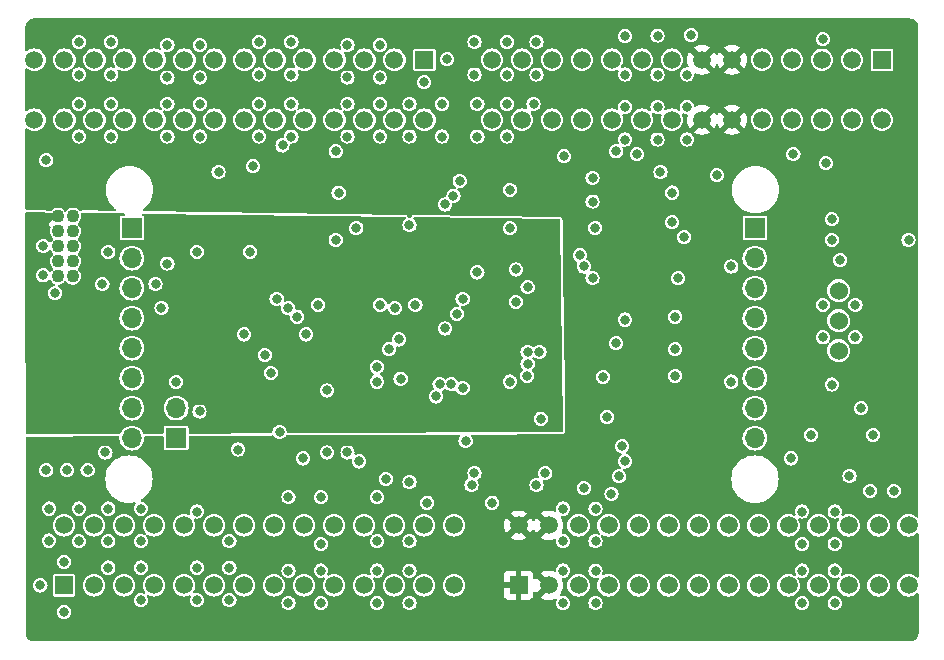
<source format=gbr>
%TF.GenerationSoftware,KiCad,Pcbnew,7.0.1*%
%TF.CreationDate,2024-05-04T11:14:45+02:00*%
%TF.ProjectId,VMU,564d552e-6b69-4636-9164-5f7063625858,rev?*%
%TF.SameCoordinates,Original*%
%TF.FileFunction,Copper,L3,Inr*%
%TF.FilePolarity,Positive*%
%FSLAX46Y46*%
G04 Gerber Fmt 4.6, Leading zero omitted, Abs format (unit mm)*
G04 Created by KiCad (PCBNEW 7.0.1) date 2024-05-04 11:14:45*
%MOMM*%
%LPD*%
G01*
G04 APERTURE LIST*
%TA.AperFunction,ComponentPad*%
%ADD10C,1.100000*%
%TD*%
%TA.AperFunction,ComponentPad*%
%ADD11R,1.500000X1.500000*%
%TD*%
%TA.AperFunction,ComponentPad*%
%ADD12C,1.500000*%
%TD*%
%TA.AperFunction,ComponentPad*%
%ADD13R,1.700000X1.700000*%
%TD*%
%TA.AperFunction,ComponentPad*%
%ADD14O,1.700000X1.700000*%
%TD*%
%TA.AperFunction,ComponentPad*%
%ADD15C,1.524000*%
%TD*%
%TA.AperFunction,ViaPad*%
%ADD16C,0.800000*%
%TD*%
%TA.AperFunction,Conductor*%
%ADD17C,0.500000*%
%TD*%
G04 APERTURE END LIST*
D10*
%TO.N,+3.3V*%
%TO.C,J8*%
X94480000Y-93250000D03*
%TO.N,/MCU/swdio*%
X95750000Y-93250000D03*
%TO.N,GND*%
X94480000Y-94520000D03*
%TO.N,/MCU/swdclk*%
X95750000Y-94520000D03*
%TO.N,GND*%
X94480000Y-95790000D03*
%TO.N,unconnected-(J8-SWO{slash}TDO-Pad6)*%
X95750000Y-95790000D03*
%TO.N,unconnected-(J8-KEY-Pad7)*%
X94480000Y-97060000D03*
%TO.N,unconnected-(J8-NC{slash}TDI-Pad8)*%
X95750000Y-97060000D03*
%TO.N,GND*%
X94480000Y-98330000D03*
%TO.N,/MCU/~{reset}*%
X95750000Y-98330000D03*
%TD*%
D11*
%TO.N,/GPIO_GND_5*%
%TO.C,J2*%
X164250000Y-80000000D03*
D12*
X164250000Y-85080000D03*
%TO.N,/GPIO_GND_6*%
X161710000Y-80000000D03*
X161710000Y-85080000D03*
%TO.N,/DIGITAL_SUPPLY_1*%
X159170000Y-80000000D03*
X159170000Y-85080000D03*
%TO.N,/I2C_SDA*%
X156630000Y-80000000D03*
X156630000Y-85080000D03*
%TO.N,/I2C_SCL*%
X154090000Y-80000000D03*
X154090000Y-85080000D03*
%TO.N,+5V*%
X151550000Y-80000000D03*
X151550000Y-85080000D03*
X149010000Y-80000000D03*
X149010000Y-85080000D03*
%TO.N,+24V*%
X146470000Y-80000000D03*
X146470000Y-85080000D03*
%TO.N,GND*%
X143930000Y-80000000D03*
X143930000Y-85080000D03*
%TO.N,/DIGITAL_SUPPLY_1*%
X141390000Y-80000000D03*
X141390000Y-85080000D03*
%TO.N,/UART_RX*%
X138850000Y-80000000D03*
X138850000Y-85080000D03*
%TO.N,/UART_TX*%
X136310000Y-80000000D03*
X136310000Y-85080000D03*
%TO.N,+3.3V*%
X133770000Y-80000000D03*
X133770000Y-85080000D03*
%TO.N,GND*%
X131230000Y-80000000D03*
X131230000Y-85080000D03*
%TD*%
D13*
%TO.N,/PB_SUPPLY*%
%TO.C,J5*%
X104500000Y-112025000D03*
D14*
%TO.N,GND*%
X104500000Y-109485000D03*
%TD*%
D11*
%TO.N,GND*%
%TO.C,J1*%
X125520000Y-80000000D03*
D12*
X125520000Y-85080000D03*
%TO.N,/GPIO_GND_2*%
X122980000Y-80000000D03*
X122980000Y-85080000D03*
%TO.N,GND*%
X120440000Y-80000000D03*
X120440000Y-85080000D03*
%TO.N,/ANALOG_4_SIGNAL*%
X117900000Y-80000000D03*
X117900000Y-85080000D03*
%TO.N,/SUPPLY_4*%
X115360000Y-80000000D03*
X115360000Y-85080000D03*
%TO.N,GND*%
X112820000Y-80000000D03*
X112820000Y-85080000D03*
%TO.N,/ANALOG_3_SIGNAL*%
X110280000Y-80000000D03*
X110280000Y-85080000D03*
%TO.N,/SUPPLY_3*%
X107740000Y-80000000D03*
X107740000Y-85080000D03*
%TO.N,GND*%
X105200000Y-80000000D03*
X105200000Y-85080000D03*
%TO.N,/ANALOG_2_SIGNAL*%
X102660000Y-80000000D03*
X102660000Y-85080000D03*
%TO.N,/SUPPLY_2*%
X100120000Y-80000000D03*
X100120000Y-85080000D03*
%TO.N,GND*%
X97580000Y-80000000D03*
X97580000Y-85080000D03*
%TO.N,/ANALOG_1_SIGNAL*%
X95040000Y-80000000D03*
X95040000Y-85080000D03*
%TO.N,/SUPPLY_1*%
X92500000Y-80000000D03*
X92500000Y-85080000D03*
%TD*%
D14*
%TO.N,/ANALOG_8_SIGNAL*%
%TO.C,J3*%
X100750000Y-112030000D03*
%TO.N,/ANALOG_7_SIGNAL*%
X100750000Y-109490000D03*
%TO.N,/ANALOG_6_SIGNAL*%
X100750000Y-106950000D03*
%TO.N,/ANALOG_5_SIGNAL*%
X100750000Y-104410000D03*
%TO.N,/ANALOG_4_SIGNAL*%
X100750000Y-101870000D03*
%TO.N,/ANALOG_3_SIGNAL*%
X100750000Y-99330000D03*
%TO.N,/ANALOG_2_SIGNAL*%
X100750000Y-96790000D03*
D13*
%TO.N,/ANALOG_1_SIGNAL*%
X100750000Y-94250000D03*
%TD*%
D11*
%TO.N,+5V*%
%TO.C,J6*%
X133480000Y-124500000D03*
D12*
X133480000Y-119420000D03*
X136020000Y-124500000D03*
X136020000Y-119420000D03*
%TO.N,GND*%
X138560000Y-124500000D03*
X138560000Y-119420000D03*
%TO.N,/SPI_~{CS}*%
X141100000Y-124500000D03*
X141100000Y-119420000D03*
%TO.N,/SPI_SCLK*%
X143640000Y-124500000D03*
X143640000Y-119420000D03*
%TO.N,/SPI_MOSI*%
X146180000Y-124500000D03*
X146180000Y-119420000D03*
%TO.N,/SPI_MISO*%
X148720000Y-124500000D03*
X148720000Y-119420000D03*
%TO.N,/DIGITAL_SUPPLY_1*%
X151260000Y-124500000D03*
X151260000Y-119420000D03*
%TO.N,/GPIO_GND_3*%
X153800000Y-124500000D03*
X153800000Y-119420000D03*
%TO.N,/GPIO_GND_4*%
X156340000Y-124500000D03*
X156340000Y-119420000D03*
%TO.N,GND*%
X158880000Y-124500000D03*
X158880000Y-119420000D03*
%TO.N,/CAN1_L*%
X161420000Y-124500000D03*
X161420000Y-119420000D03*
%TO.N,/CAN1_H*%
X163960000Y-124500000D03*
X163960000Y-119420000D03*
%TO.N,/battery_in*%
X166500000Y-124500000D03*
X166500000Y-119420000D03*
%TD*%
D13*
%TO.N,Net-(J4-Pin_1)*%
%TO.C,J4*%
X153500000Y-94250000D03*
D14*
%TO.N,Net-(J4-Pin_2)*%
X153500000Y-96790000D03*
%TO.N,Net-(J4-Pin_3)*%
X153500000Y-99330000D03*
%TO.N,Net-(J4-Pin_4)*%
X153500000Y-101870000D03*
%TO.N,Net-(J4-Pin_5)*%
X153500000Y-104410000D03*
%TO.N,Net-(J4-Pin_6)*%
X153500000Y-106950000D03*
%TO.N,Net-(J4-Pin_7)*%
X153500000Y-109490000D03*
%TO.N,Net-(J4-Pin_8)*%
X153500000Y-112030000D03*
%TD*%
D11*
%TO.N,GND*%
%TO.C,J7*%
X95000000Y-124500000D03*
D12*
X95000000Y-119420000D03*
%TO.N,/GPIO_GND_1*%
X97540000Y-124500000D03*
X97540000Y-119420000D03*
%TO.N,GND*%
X100080000Y-124500000D03*
X100080000Y-119420000D03*
%TO.N,/ANALOG_8_SIGNAL*%
X102620000Y-124500000D03*
X102620000Y-119420000D03*
%TO.N,/PB_SUPPLY*%
X105160000Y-124500000D03*
X105160000Y-119420000D03*
%TO.N,GND*%
X107700000Y-124500000D03*
X107700000Y-119420000D03*
%TO.N,/ANALOG_7_SIGNAL*%
X110240000Y-124500000D03*
X110240000Y-119420000D03*
%TO.N,/PB_SUPPLY*%
X112780000Y-124500000D03*
X112780000Y-119420000D03*
%TO.N,GND*%
X115320000Y-124500000D03*
X115320000Y-119420000D03*
%TO.N,/ANALOG_6_SIGNAL*%
X117860000Y-124500000D03*
X117860000Y-119420000D03*
%TO.N,/PB_SUPPLY*%
X120400000Y-124500000D03*
X120400000Y-119420000D03*
%TO.N,GND*%
X122940000Y-124500000D03*
X122940000Y-119420000D03*
%TO.N,/ANALOG_5_SIGNAL*%
X125480000Y-124500000D03*
X125480000Y-119420000D03*
%TO.N,/PB_SUPPLY*%
X128020000Y-124500000D03*
X128020000Y-119420000D03*
%TD*%
D15*
%TO.N,+24V*%
%TO.C,VR1*%
X160587500Y-99547500D03*
%TO.N,GND*%
X160587500Y-102087500D03*
%TO.N,Net-(VR1-OUT)*%
X160587500Y-104627500D03*
%TD*%
D16*
%TO.N,+5V*%
X147000000Y-114000000D03*
X147250000Y-96750000D03*
X107500000Y-113250000D03*
X141750000Y-105500000D03*
X101000000Y-87500000D03*
X107250000Y-115000000D03*
X112250000Y-112250000D03*
X165750000Y-110750000D03*
%TO.N,GND*%
X163250000Y-116500000D03*
X137250000Y-118000000D03*
X118000000Y-87750000D03*
X117250000Y-108000000D03*
X94250000Y-99750000D03*
X101500000Y-120750000D03*
X158250000Y-111750000D03*
X130000000Y-86500000D03*
X132500000Y-81250000D03*
X109750000Y-113000000D03*
X139980560Y-94230560D03*
X129750000Y-78500000D03*
X141750000Y-87750000D03*
X98750000Y-118000000D03*
X96250000Y-83750000D03*
X121750000Y-81500000D03*
X119000000Y-78750000D03*
X139000000Y-116250000D03*
X96250000Y-86500000D03*
X101500000Y-125750000D03*
X127000000Y-83750000D03*
X106500000Y-86500000D03*
X106250000Y-123000000D03*
X139750000Y-98500000D03*
X146500000Y-93750000D03*
X99000000Y-78500000D03*
X137250000Y-126000000D03*
X124750000Y-100750000D03*
X99000000Y-86500000D03*
X151500000Y-107250000D03*
X140000000Y-126000000D03*
X95000000Y-122500000D03*
X129000000Y-112250000D03*
X139750000Y-92000000D03*
X103750000Y-78750000D03*
X119750000Y-94250000D03*
X109000000Y-125750000D03*
X103750000Y-97250000D03*
X133250000Y-97750000D03*
X165250000Y-116500000D03*
X157500000Y-121000000D03*
X160000000Y-93500000D03*
X103750000Y-83750000D03*
X140649952Y-106850048D03*
X137250000Y-120750000D03*
X125750000Y-117500000D03*
X132750000Y-91000000D03*
X116750000Y-126000000D03*
X133250000Y-100500000D03*
X118250000Y-91250000D03*
X96250000Y-81250000D03*
X95000000Y-126750000D03*
X114250000Y-83750000D03*
X98250000Y-99000000D03*
X137250000Y-123250000D03*
X142500000Y-81250000D03*
X93500000Y-88500000D03*
X98750000Y-96250000D03*
X137333375Y-88166625D03*
X124250000Y-123250000D03*
X112000000Y-105000000D03*
X93250000Y-95750000D03*
X157500000Y-126000000D03*
X142500000Y-78000000D03*
X162000000Y-103500000D03*
X111500000Y-81250000D03*
X121750000Y-83750000D03*
X102750000Y-99000000D03*
X93250000Y-98250000D03*
X121750000Y-86500000D03*
X106250000Y-125750000D03*
X142500000Y-86750000D03*
X159250000Y-103500000D03*
X119000000Y-113250000D03*
X131250000Y-117500000D03*
X162500000Y-109500000D03*
X110250000Y-103250000D03*
X132750000Y-94250000D03*
X116500000Y-100750000D03*
X93500000Y-114750000D03*
X101500000Y-123000000D03*
X160250000Y-123250000D03*
X135362701Y-110387299D03*
X98750000Y-120750000D03*
X120000000Y-114000000D03*
X121500000Y-123250000D03*
X124250000Y-83750000D03*
X140974500Y-110250000D03*
X132500000Y-78500000D03*
X160706115Y-96956115D03*
X135000000Y-81250000D03*
X135750000Y-115000000D03*
X93000000Y-124500000D03*
X111500000Y-78500000D03*
X122250000Y-115500000D03*
X129750000Y-81250000D03*
X150262299Y-89762299D03*
X124250000Y-126000000D03*
X93705538Y-120713573D03*
X132500000Y-86500000D03*
X103750000Y-86500000D03*
X130000000Y-83750000D03*
X124250000Y-94000000D03*
X160250000Y-118250000D03*
X160000000Y-107500000D03*
X142500000Y-84000000D03*
X124250000Y-86500000D03*
X98500000Y-113250000D03*
X112500000Y-106500000D03*
X114000000Y-123250000D03*
X143500000Y-88000000D03*
X146750000Y-104500000D03*
X145250000Y-86750000D03*
X99000000Y-81250000D03*
X145250000Y-81250000D03*
X160250000Y-121000000D03*
X116750000Y-117025500D03*
X140000000Y-120750000D03*
X103250000Y-101000000D03*
X123500000Y-107000000D03*
X104487701Y-107262299D03*
X146750000Y-106750000D03*
X125500000Y-81889087D03*
X147750000Y-86750000D03*
X160250000Y-126000000D03*
X96250000Y-78500000D03*
X147750000Y-84000000D03*
X116750000Y-121000000D03*
X95250000Y-114750000D03*
X148100688Y-77899312D03*
X132500000Y-83750000D03*
X151500000Y-97500000D03*
X115250000Y-113750000D03*
X116750000Y-123250000D03*
X162000000Y-100750000D03*
X127000000Y-86500000D03*
X145250000Y-77950500D03*
X132750000Y-107250000D03*
X147750000Y-81250000D03*
X146500000Y-91250000D03*
X147000000Y-98500000D03*
X114250000Y-78500000D03*
X134250000Y-99250000D03*
X157500000Y-123250000D03*
X121500000Y-120750000D03*
X129750000Y-115000000D03*
X135000000Y-78500000D03*
X111500000Y-83750000D03*
X111500000Y-86500000D03*
X114000000Y-117025500D03*
X161500000Y-115250000D03*
X106500000Y-83750000D03*
X114250000Y-86500000D03*
X114000000Y-126000000D03*
X118000000Y-95250000D03*
X145250000Y-84000000D03*
X109000000Y-120750000D03*
X106500000Y-78750000D03*
X103750000Y-81500000D03*
X96250000Y-118000000D03*
X140000000Y-123250000D03*
X98750000Y-123000000D03*
X99000000Y-83750000D03*
X101500000Y-118000000D03*
X163500000Y-111750000D03*
X159250000Y-100750000D03*
X157500000Y-118250000D03*
X121500000Y-117025500D03*
X119000000Y-86500000D03*
X124250000Y-120750000D03*
X121750000Y-78750000D03*
X134750000Y-83750000D03*
X97000000Y-114750000D03*
X139750000Y-90000000D03*
X117250000Y-113250000D03*
X109000000Y-123000000D03*
X106500000Y-81500000D03*
X114250000Y-81250000D03*
X113250000Y-111500000D03*
X121500000Y-126000000D03*
X93750000Y-118000000D03*
X140000000Y-118000000D03*
X160000000Y-95250000D03*
X106475048Y-109774952D03*
X96250000Y-120750000D03*
X127444544Y-79944544D03*
X106250000Y-118250000D03*
X119000000Y-83750000D03*
X119000000Y-81500000D03*
%TO.N,+24V*%
X159250000Y-78250000D03*
X113500000Y-87250000D03*
%TO.N,+3.3V*%
X128650950Y-105686799D03*
X107000000Y-108250000D03*
X136000000Y-94250000D03*
X107750000Y-103750000D03*
X132250000Y-98000000D03*
X118000000Y-97750000D03*
X129750000Y-110250000D03*
X113250000Y-109500000D03*
X134500000Y-94250000D03*
%TO.N,/MCU/~{reset}*%
X115500000Y-103249500D03*
X121500000Y-107250000D03*
%TO.N,/battery_in*%
X166500000Y-95250000D03*
%TO.N,/MCU/STATUS_LED_2_LED*%
X114725402Y-101750000D03*
X123350297Y-103674303D03*
%TO.N,/MCU/STATUS_LED_1_LED*%
X121488923Y-106012243D03*
X113000000Y-100250000D03*
%TO.N,/MCU/STATUS_LED_3_LED*%
X122512299Y-104512299D03*
X113987701Y-101012299D03*
%TO.N,Net-(JP1-A)*%
X106250000Y-96250000D03*
X110750000Y-96250000D03*
%TO.N,Net-(JP1-B)*%
X111000000Y-89000000D03*
X108086396Y-89500000D03*
%TO.N,/CAN1_H*%
X156750000Y-88000000D03*
%TO.N,/I2C_SCL*%
X127250000Y-92250000D03*
X121750000Y-100750000D03*
%TO.N,/I2C_SDA*%
X127975000Y-91500000D03*
X123000000Y-101000000D03*
%TO.N,/SPI_SCLK*%
X142000000Y-115250000D03*
X134250000Y-105750000D03*
%TO.N,/SPI_MOSI*%
X135249413Y-104737858D03*
X142500000Y-114000000D03*
%TO.N,/SPI_MISO*%
X134250000Y-104724500D03*
X142250000Y-112724500D03*
%TO.N,/MCU/ANALOG_2*%
X128750500Y-107774098D03*
X142500000Y-102000000D03*
%TO.N,/MCU/ANALOG_3*%
X146750000Y-101750000D03*
X127796957Y-107474500D03*
%TO.N,/MCU/ANALOG_4*%
X126797454Y-107474500D03*
X147500000Y-95000000D03*
%TO.N,/MCU/ANALOG_5*%
X141750000Y-104000000D03*
X126500000Y-108500000D03*
%TO.N,/SPI_~{CS}*%
X134206987Y-106750000D03*
X141350000Y-116750000D03*
%TO.N,/DIGITAL_SUPPLY_1*%
X156550500Y-113750000D03*
%TO.N,/GPIO_GND_5*%
X159500000Y-88750000D03*
X139000000Y-97500000D03*
%TO.N,Net-(Q4-G)*%
X130000000Y-98000000D03*
X128500000Y-90250000D03*
%TO.N,Net-(Q2-G)*%
X128750000Y-100250000D03*
X124250000Y-115750000D03*
%TO.N,Net-(Q3-G)*%
X138683930Y-96551789D03*
X145500000Y-89500000D03*
%TO.N,Net-(Q7-G)*%
X127250000Y-102750000D03*
X129500000Y-116000000D03*
%TO.N,Net-(Q6-G)*%
X128250000Y-101500000D03*
X135000000Y-116000000D03*
%TD*%
D17*
%TO.N,+3.3V*%
X94000000Y-93250000D02*
X93250000Y-94000000D01*
X94480000Y-93250000D02*
X94000000Y-93250000D01*
%TD*%
%TA.AperFunction,Conductor*%
%TO.N,+5V*%
G36*
X166560332Y-76500493D02*
G01*
X166560371Y-76500500D01*
X166576405Y-76500500D01*
X166619140Y-76500500D01*
X166628843Y-76500977D01*
X166676889Y-76505709D01*
X166753883Y-76513292D01*
X166772914Y-76517077D01*
X166888487Y-76552135D01*
X166906403Y-76559557D01*
X167012915Y-76616488D01*
X167029044Y-76627265D01*
X167075722Y-76665573D01*
X167122398Y-76703880D01*
X167136119Y-76717601D01*
X167187991Y-76780807D01*
X167206502Y-76803362D01*
X167212731Y-76810951D01*
X167223512Y-76827087D01*
X167276384Y-76926004D01*
X167280439Y-76933589D01*
X167287866Y-76951519D01*
X167322921Y-77067082D01*
X167326707Y-77086116D01*
X167339023Y-77211157D01*
X167339500Y-77220861D01*
X167339500Y-77278920D01*
X167339509Y-77278979D01*
X167345625Y-118675414D01*
X167327574Y-118732422D01*
X167279991Y-118768637D01*
X167220234Y-118770847D01*
X167185177Y-118748046D01*
X167182894Y-118750829D01*
X167175358Y-118744644D01*
X167175357Y-118744643D01*
X167030625Y-118625864D01*
X167030626Y-118625864D01*
X167030623Y-118625862D01*
X166865501Y-118537603D01*
X166686329Y-118483252D01*
X166500000Y-118464900D01*
X166313670Y-118483252D01*
X166134498Y-118537603D01*
X165969376Y-118625862D01*
X165824643Y-118744643D01*
X165705862Y-118889376D01*
X165617603Y-119054498D01*
X165563252Y-119233670D01*
X165544900Y-119420000D01*
X165563252Y-119606329D01*
X165617603Y-119785501D01*
X165705862Y-119950623D01*
X165705863Y-119950624D01*
X165705864Y-119950625D01*
X165824643Y-120095357D01*
X165921476Y-120174826D01*
X165969376Y-120214137D01*
X166134498Y-120302396D01*
X166211836Y-120325856D01*
X166313669Y-120356747D01*
X166500000Y-120375099D01*
X166686331Y-120356747D01*
X166865501Y-120302396D01*
X167030625Y-120214136D01*
X167175357Y-120095357D01*
X167175358Y-120095355D01*
X167182894Y-120089171D01*
X167185116Y-120091879D01*
X167220390Y-120068902D01*
X167280160Y-120071076D01*
X167327769Y-120107275D01*
X167345844Y-120164287D01*
X167346375Y-123756328D01*
X167328323Y-123813338D01*
X167280736Y-123849553D01*
X167220978Y-123851759D01*
X167184950Y-123828323D01*
X167182894Y-123830829D01*
X167175358Y-123824644D01*
X167175357Y-123824643D01*
X167030625Y-123705864D01*
X167030626Y-123705864D01*
X167030623Y-123705862D01*
X166865501Y-123617603D01*
X166686329Y-123563252D01*
X166500000Y-123544900D01*
X166313670Y-123563252D01*
X166134498Y-123617603D01*
X165969376Y-123705862D01*
X165824643Y-123824643D01*
X165705862Y-123969376D01*
X165617603Y-124134498D01*
X165563252Y-124313670D01*
X165544900Y-124499999D01*
X165563252Y-124686329D01*
X165617603Y-124865501D01*
X165705862Y-125030623D01*
X165712766Y-125039035D01*
X165824643Y-125175357D01*
X165925225Y-125257903D01*
X165969376Y-125294137D01*
X166134498Y-125382396D01*
X166224084Y-125409571D01*
X166313669Y-125436747D01*
X166500000Y-125455099D01*
X166686331Y-125436747D01*
X166865501Y-125382396D01*
X167030625Y-125294136D01*
X167175357Y-125175357D01*
X167175358Y-125175355D01*
X167182894Y-125169171D01*
X167184886Y-125171599D01*
X167221156Y-125147983D01*
X167280920Y-125150166D01*
X167328523Y-125186366D01*
X167346594Y-125243373D01*
X167347079Y-128516720D01*
X167346602Y-128526437D01*
X167334290Y-128651464D01*
X167330504Y-128670499D01*
X167295449Y-128786064D01*
X167288022Y-128803995D01*
X167231094Y-128910501D01*
X167220313Y-128926637D01*
X167143703Y-129019987D01*
X167129987Y-129033703D01*
X167064348Y-129087571D01*
X167036637Y-129110313D01*
X167020501Y-129121094D01*
X166913995Y-129178022D01*
X166896064Y-129185449D01*
X166780499Y-129220504D01*
X166761472Y-129224289D01*
X166636430Y-129236603D01*
X166626728Y-129237079D01*
X166567930Y-129237079D01*
X166567924Y-129237080D01*
X92522076Y-129237080D01*
X92522070Y-129237079D01*
X92463271Y-129237079D01*
X92453571Y-129236603D01*
X92328525Y-129224289D01*
X92309500Y-129220504D01*
X92193935Y-129185449D01*
X92176004Y-129178022D01*
X92069498Y-129121094D01*
X92053365Y-129110315D01*
X91960006Y-129033698D01*
X91946301Y-129019993D01*
X91869683Y-128926632D01*
X91858905Y-128910501D01*
X91801977Y-128803995D01*
X91794550Y-128786064D01*
X91759495Y-128670499D01*
X91755711Y-128651482D01*
X91743394Y-128526409D01*
X91742920Y-128516726D01*
X91742920Y-128516720D01*
X91742921Y-128473991D01*
X91742920Y-128473988D01*
X91742920Y-128457514D01*
X91742906Y-128457432D01*
X91742573Y-126750000D01*
X94394318Y-126750000D01*
X94414955Y-126906761D01*
X94475464Y-127052841D01*
X94571717Y-127178282D01*
X94667970Y-127252139D01*
X94697159Y-127274536D01*
X94843238Y-127335044D01*
X95000000Y-127355682D01*
X95156762Y-127335044D01*
X95302841Y-127274536D01*
X95428282Y-127178282D01*
X95524536Y-127052841D01*
X95585044Y-126906762D01*
X95605682Y-126750000D01*
X95585044Y-126593238D01*
X95524536Y-126447159D01*
X95502139Y-126417970D01*
X95428282Y-126321717D01*
X95302841Y-126225464D01*
X95156761Y-126164955D01*
X95000000Y-126144318D01*
X94843238Y-126164955D01*
X94697158Y-126225464D01*
X94571717Y-126321717D01*
X94475464Y-126447158D01*
X94414955Y-126593238D01*
X94394318Y-126750000D01*
X91742573Y-126750000D01*
X91742378Y-125750000D01*
X100894318Y-125750000D01*
X100914955Y-125906761D01*
X100975464Y-126052841D01*
X101071717Y-126178282D01*
X101133207Y-126225464D01*
X101197159Y-126274536D01*
X101343238Y-126335044D01*
X101500000Y-126355682D01*
X101656762Y-126335044D01*
X101802841Y-126274536D01*
X101928282Y-126178282D01*
X102024536Y-126052841D01*
X102085044Y-125906762D01*
X102105682Y-125750000D01*
X102085044Y-125593238D01*
X102030572Y-125461733D01*
X102025442Y-125402158D01*
X102055552Y-125350495D01*
X102109918Y-125325594D01*
X102168705Y-125336539D01*
X102254498Y-125382396D01*
X102344084Y-125409571D01*
X102433669Y-125436747D01*
X102620000Y-125455099D01*
X102806331Y-125436747D01*
X102985501Y-125382396D01*
X103150625Y-125294136D01*
X103295357Y-125175357D01*
X103414136Y-125030625D01*
X103502396Y-124865501D01*
X103556747Y-124686331D01*
X103575099Y-124500000D01*
X104204900Y-124500000D01*
X104223252Y-124686329D01*
X104277603Y-124865501D01*
X104365862Y-125030623D01*
X104372766Y-125039035D01*
X104484643Y-125175357D01*
X104585225Y-125257903D01*
X104629376Y-125294137D01*
X104794498Y-125382396D01*
X104884084Y-125409571D01*
X104973669Y-125436747D01*
X105160000Y-125455099D01*
X105346331Y-125436747D01*
X105460355Y-125402158D01*
X105525499Y-125382397D01*
X105525501Y-125382396D01*
X105572763Y-125357133D01*
X105631549Y-125346188D01*
X105685915Y-125371089D01*
X105716025Y-125422752D01*
X105710895Y-125482329D01*
X105664955Y-125593236D01*
X105644318Y-125750000D01*
X105664955Y-125906761D01*
X105725464Y-126052841D01*
X105821717Y-126178282D01*
X105883207Y-126225464D01*
X105947159Y-126274536D01*
X106093238Y-126335044D01*
X106250000Y-126355682D01*
X106406762Y-126335044D01*
X106552841Y-126274536D01*
X106678282Y-126178282D01*
X106774536Y-126052841D01*
X106835044Y-125906762D01*
X106855682Y-125750000D01*
X108394318Y-125750000D01*
X108414955Y-125906761D01*
X108475464Y-126052841D01*
X108571717Y-126178282D01*
X108633207Y-126225464D01*
X108697159Y-126274536D01*
X108843238Y-126335044D01*
X109000000Y-126355682D01*
X109156762Y-126335044D01*
X109302841Y-126274536D01*
X109428282Y-126178282D01*
X109524536Y-126052841D01*
X109546423Y-126000000D01*
X113394318Y-126000000D01*
X113414955Y-126156761D01*
X113475464Y-126302841D01*
X113571717Y-126428282D01*
X113667970Y-126502139D01*
X113697159Y-126524536D01*
X113843238Y-126585044D01*
X114000000Y-126605682D01*
X114156762Y-126585044D01*
X114302841Y-126524536D01*
X114428282Y-126428282D01*
X114524536Y-126302841D01*
X114585044Y-126156762D01*
X114605682Y-126000000D01*
X116144318Y-126000000D01*
X116164955Y-126156761D01*
X116225464Y-126302841D01*
X116321717Y-126428282D01*
X116417970Y-126502139D01*
X116447159Y-126524536D01*
X116593238Y-126585044D01*
X116750000Y-126605682D01*
X116906762Y-126585044D01*
X117052841Y-126524536D01*
X117178282Y-126428282D01*
X117274536Y-126302841D01*
X117335044Y-126156762D01*
X117355682Y-126000000D01*
X117355682Y-125999999D01*
X120894318Y-125999999D01*
X120914955Y-126156761D01*
X120975464Y-126302841D01*
X121071717Y-126428282D01*
X121167970Y-126502139D01*
X121197159Y-126524536D01*
X121343238Y-126585044D01*
X121500000Y-126605682D01*
X121656762Y-126585044D01*
X121802841Y-126524536D01*
X121928282Y-126428282D01*
X122024536Y-126302841D01*
X122085044Y-126156762D01*
X122105682Y-126000000D01*
X122105682Y-125999999D01*
X123644318Y-125999999D01*
X123664955Y-126156761D01*
X123725464Y-126302841D01*
X123821717Y-126428282D01*
X123917970Y-126502139D01*
X123947159Y-126524536D01*
X124093238Y-126585044D01*
X124250000Y-126605682D01*
X124406762Y-126585044D01*
X124552841Y-126524536D01*
X124678282Y-126428282D01*
X124774536Y-126302841D01*
X124835044Y-126156762D01*
X124855682Y-126000000D01*
X124835044Y-125843238D01*
X124774536Y-125697159D01*
X124694795Y-125593238D01*
X124678282Y-125571717D01*
X124552841Y-125475464D01*
X124406761Y-125414955D01*
X124251777Y-125394552D01*
X124250000Y-125394318D01*
X124249999Y-125394318D01*
X124093238Y-125414955D01*
X123947158Y-125475464D01*
X123821717Y-125571717D01*
X123725464Y-125697158D01*
X123664955Y-125843238D01*
X123644318Y-125999999D01*
X122105682Y-125999999D01*
X122085044Y-125843238D01*
X122024536Y-125697159D01*
X121944795Y-125593238D01*
X121928282Y-125571717D01*
X121802841Y-125475464D01*
X121656761Y-125414955D01*
X121501777Y-125394552D01*
X121500000Y-125394318D01*
X121499999Y-125394318D01*
X121343238Y-125414955D01*
X121197158Y-125475464D01*
X121071717Y-125571717D01*
X120975464Y-125697158D01*
X120914955Y-125843238D01*
X120894318Y-125999999D01*
X117355682Y-125999999D01*
X117335044Y-125843238D01*
X117274536Y-125697159D01*
X117194795Y-125593238D01*
X117178282Y-125571717D01*
X117052841Y-125475464D01*
X116906761Y-125414955D01*
X116750000Y-125394318D01*
X116593238Y-125414955D01*
X116447158Y-125475464D01*
X116321717Y-125571717D01*
X116225464Y-125697158D01*
X116164955Y-125843238D01*
X116144318Y-126000000D01*
X114605682Y-126000000D01*
X114585044Y-125843238D01*
X114524536Y-125697159D01*
X114444795Y-125593238D01*
X114428282Y-125571717D01*
X114302841Y-125475464D01*
X114156761Y-125414955D01*
X114000000Y-125394318D01*
X113843238Y-125414955D01*
X113697158Y-125475464D01*
X113571717Y-125571717D01*
X113475464Y-125697158D01*
X113414955Y-125843238D01*
X113394318Y-126000000D01*
X109546423Y-126000000D01*
X109585044Y-125906762D01*
X109605682Y-125750000D01*
X109585044Y-125593238D01*
X109524536Y-125447159D01*
X109490006Y-125402158D01*
X109428282Y-125321717D01*
X109302841Y-125225464D01*
X109156761Y-125164955D01*
X109000000Y-125144318D01*
X108843238Y-125164955D01*
X108697158Y-125225464D01*
X108571717Y-125321717D01*
X108475464Y-125447158D01*
X108414955Y-125593238D01*
X108394318Y-125750000D01*
X106855682Y-125750000D01*
X106835044Y-125593238D01*
X106774536Y-125447159D01*
X106740006Y-125402158D01*
X106678282Y-125321717D01*
X106552841Y-125225464D01*
X106406761Y-125164955D01*
X106250000Y-125144318D01*
X106093237Y-125164955D01*
X106077986Y-125171273D01*
X106018409Y-125176402D01*
X105966747Y-125146292D01*
X105941846Y-125091926D01*
X105952792Y-125033140D01*
X106042396Y-124865501D01*
X106061404Y-124802841D01*
X106096747Y-124686331D01*
X106115099Y-124500000D01*
X106744900Y-124500000D01*
X106763252Y-124686329D01*
X106817603Y-124865501D01*
X106905862Y-125030623D01*
X106912766Y-125039035D01*
X107024643Y-125175357D01*
X107125225Y-125257903D01*
X107169376Y-125294137D01*
X107334498Y-125382396D01*
X107424084Y-125409571D01*
X107513669Y-125436747D01*
X107700000Y-125455099D01*
X107886331Y-125436747D01*
X108065501Y-125382396D01*
X108230625Y-125294136D01*
X108375357Y-125175357D01*
X108494136Y-125030625D01*
X108582396Y-124865501D01*
X108636747Y-124686331D01*
X108655099Y-124500000D01*
X109284900Y-124500000D01*
X109303252Y-124686329D01*
X109357603Y-124865501D01*
X109445862Y-125030623D01*
X109452766Y-125039035D01*
X109564643Y-125175357D01*
X109665225Y-125257903D01*
X109709376Y-125294137D01*
X109874498Y-125382396D01*
X109964084Y-125409571D01*
X110053669Y-125436747D01*
X110240000Y-125455099D01*
X110426331Y-125436747D01*
X110605501Y-125382396D01*
X110770625Y-125294136D01*
X110915357Y-125175357D01*
X111034136Y-125030625D01*
X111122396Y-124865501D01*
X111176747Y-124686331D01*
X111195099Y-124500000D01*
X111824900Y-124500000D01*
X111843252Y-124686329D01*
X111897603Y-124865501D01*
X111985862Y-125030623D01*
X111992766Y-125039035D01*
X112104643Y-125175357D01*
X112205225Y-125257903D01*
X112249376Y-125294137D01*
X112414498Y-125382396D01*
X112504084Y-125409571D01*
X112593669Y-125436747D01*
X112780000Y-125455099D01*
X112966331Y-125436747D01*
X113145501Y-125382396D01*
X113310625Y-125294136D01*
X113455357Y-125175357D01*
X113574136Y-125030625D01*
X113662396Y-124865501D01*
X113716747Y-124686331D01*
X113735099Y-124500000D01*
X114364900Y-124500000D01*
X114383252Y-124686329D01*
X114437603Y-124865501D01*
X114525862Y-125030623D01*
X114532766Y-125039035D01*
X114644643Y-125175357D01*
X114745225Y-125257903D01*
X114789376Y-125294137D01*
X114954498Y-125382396D01*
X115044084Y-125409571D01*
X115133669Y-125436747D01*
X115320000Y-125455099D01*
X115506331Y-125436747D01*
X115685501Y-125382396D01*
X115850625Y-125294136D01*
X115995357Y-125175357D01*
X116114136Y-125030625D01*
X116202396Y-124865501D01*
X116256747Y-124686331D01*
X116275099Y-124500000D01*
X116256747Y-124313669D01*
X116221404Y-124197158D01*
X116202396Y-124134498D01*
X116114137Y-123969376D01*
X116069474Y-123914955D01*
X115995357Y-123824643D01*
X115850625Y-123705864D01*
X115850626Y-123705864D01*
X115850623Y-123705862D01*
X115685501Y-123617603D01*
X115506329Y-123563252D01*
X115320000Y-123544900D01*
X115133670Y-123563252D01*
X114954498Y-123617603D01*
X114789376Y-123705862D01*
X114644643Y-123824643D01*
X114525862Y-123969376D01*
X114437603Y-124134498D01*
X114383252Y-124313670D01*
X114364900Y-124500000D01*
X113735099Y-124500000D01*
X113716747Y-124313669D01*
X113681404Y-124197158D01*
X113662396Y-124134498D01*
X113574138Y-123969379D01*
X113574136Y-123969375D01*
X113478994Y-123853445D01*
X113459688Y-123807266D01*
X113407699Y-123785531D01*
X113310623Y-123705862D01*
X113145501Y-123617603D01*
X112966329Y-123563252D01*
X112780000Y-123544900D01*
X112593670Y-123563252D01*
X112414498Y-123617603D01*
X112249376Y-123705862D01*
X112104643Y-123824643D01*
X111985862Y-123969376D01*
X111897603Y-124134498D01*
X111843252Y-124313670D01*
X111824900Y-124500000D01*
X111195099Y-124500000D01*
X111176747Y-124313669D01*
X111141404Y-124197158D01*
X111122396Y-124134498D01*
X111034137Y-123969376D01*
X110989474Y-123914955D01*
X110915357Y-123824643D01*
X110770625Y-123705864D01*
X110770626Y-123705864D01*
X110770623Y-123705862D01*
X110605501Y-123617603D01*
X110426329Y-123563252D01*
X110240000Y-123544900D01*
X110053670Y-123563252D01*
X109874498Y-123617603D01*
X109709376Y-123705862D01*
X109564643Y-123824643D01*
X109445862Y-123969376D01*
X109357603Y-124134498D01*
X109303252Y-124313670D01*
X109284900Y-124500000D01*
X108655099Y-124500000D01*
X108636747Y-124313669D01*
X108601404Y-124197158D01*
X108582396Y-124134498D01*
X108494137Y-123969376D01*
X108449474Y-123914955D01*
X108375357Y-123824643D01*
X108230625Y-123705864D01*
X108230626Y-123705864D01*
X108230623Y-123705862D01*
X108065501Y-123617603D01*
X107886329Y-123563252D01*
X107700000Y-123544900D01*
X107513670Y-123563252D01*
X107334498Y-123617603D01*
X107169376Y-123705862D01*
X107024643Y-123824643D01*
X106905862Y-123969376D01*
X106817603Y-124134498D01*
X106763252Y-124313670D01*
X106744900Y-124500000D01*
X106115099Y-124500000D01*
X106096747Y-124313669D01*
X106061404Y-124197158D01*
X106042396Y-124134498D01*
X105954137Y-123969376D01*
X105909474Y-123914955D01*
X105835357Y-123824643D01*
X105690625Y-123705864D01*
X105690626Y-123705864D01*
X105690623Y-123705862D01*
X105525501Y-123617603D01*
X105346329Y-123563252D01*
X105160000Y-123544900D01*
X104973670Y-123563252D01*
X104794498Y-123617603D01*
X104629376Y-123705862D01*
X104484643Y-123824643D01*
X104365862Y-123969376D01*
X104277603Y-124134498D01*
X104223252Y-124313670D01*
X104204900Y-124500000D01*
X103575099Y-124500000D01*
X103556747Y-124313669D01*
X103521404Y-124197158D01*
X103502396Y-124134498D01*
X103414137Y-123969376D01*
X103369474Y-123914955D01*
X103295357Y-123824643D01*
X103150625Y-123705864D01*
X103150626Y-123705864D01*
X103150623Y-123705862D01*
X102985501Y-123617603D01*
X102806329Y-123563252D01*
X102620000Y-123544900D01*
X102433670Y-123563252D01*
X102254498Y-123617603D01*
X102089376Y-123705862D01*
X101944643Y-123824643D01*
X101825862Y-123969376D01*
X101737603Y-124134498D01*
X101683252Y-124313670D01*
X101664900Y-124500000D01*
X101683252Y-124686329D01*
X101737603Y-124865501D01*
X101825862Y-125030624D01*
X101829238Y-125034737D01*
X101850491Y-125082055D01*
X101844900Y-125133625D01*
X101814000Y-125175288D01*
X101766274Y-125195608D01*
X101714824Y-125189006D01*
X101656761Y-125164955D01*
X101500000Y-125144318D01*
X101343238Y-125164955D01*
X101197158Y-125225464D01*
X101071717Y-125321717D01*
X100975464Y-125447158D01*
X100914955Y-125593238D01*
X100894318Y-125750000D01*
X91742378Y-125750000D01*
X91742285Y-125269748D01*
X94049500Y-125269748D01*
X94060608Y-125325594D01*
X94061133Y-125328231D01*
X94105447Y-125394552D01*
X94135984Y-125414956D01*
X94171769Y-125438867D01*
X94230252Y-125450500D01*
X95769747Y-125450500D01*
X95769748Y-125450500D01*
X95828231Y-125438867D01*
X95894552Y-125394552D01*
X95938867Y-125328231D01*
X95950500Y-125269748D01*
X95950500Y-124500000D01*
X96584900Y-124500000D01*
X96603252Y-124686329D01*
X96657603Y-124865501D01*
X96745862Y-125030623D01*
X96752766Y-125039035D01*
X96864643Y-125175357D01*
X96965225Y-125257903D01*
X97009376Y-125294137D01*
X97174498Y-125382396D01*
X97264084Y-125409571D01*
X97353669Y-125436747D01*
X97540000Y-125455099D01*
X97726331Y-125436747D01*
X97905501Y-125382396D01*
X98070625Y-125294136D01*
X98215357Y-125175357D01*
X98334136Y-125030625D01*
X98422396Y-124865501D01*
X98476747Y-124686331D01*
X98495099Y-124500000D01*
X99124900Y-124500000D01*
X99143252Y-124686329D01*
X99197603Y-124865501D01*
X99285862Y-125030623D01*
X99292766Y-125039035D01*
X99404643Y-125175357D01*
X99505225Y-125257903D01*
X99549376Y-125294137D01*
X99714498Y-125382396D01*
X99804084Y-125409571D01*
X99893669Y-125436747D01*
X100080000Y-125455099D01*
X100266331Y-125436747D01*
X100445501Y-125382396D01*
X100610625Y-125294136D01*
X100755357Y-125175357D01*
X100874136Y-125030625D01*
X100962396Y-124865501D01*
X101016747Y-124686331D01*
X101035099Y-124500000D01*
X101016747Y-124313669D01*
X100981404Y-124197158D01*
X100962396Y-124134498D01*
X100874137Y-123969376D01*
X100829474Y-123914955D01*
X100755357Y-123824643D01*
X100610625Y-123705864D01*
X100610626Y-123705864D01*
X100610623Y-123705862D01*
X100445501Y-123617603D01*
X100266329Y-123563252D01*
X100080000Y-123544900D01*
X99893670Y-123563252D01*
X99714498Y-123617603D01*
X99549376Y-123705862D01*
X99404643Y-123824643D01*
X99285862Y-123969376D01*
X99197603Y-124134498D01*
X99143252Y-124313670D01*
X99124900Y-124500000D01*
X98495099Y-124500000D01*
X98476747Y-124313669D01*
X98441404Y-124197158D01*
X98422396Y-124134498D01*
X98334137Y-123969376D01*
X98289474Y-123914955D01*
X98215357Y-123824643D01*
X98070625Y-123705864D01*
X98070626Y-123705864D01*
X98070623Y-123705862D01*
X97905501Y-123617603D01*
X97726329Y-123563252D01*
X97540000Y-123544900D01*
X97353670Y-123563252D01*
X97174498Y-123617603D01*
X97009376Y-123705862D01*
X96864643Y-123824643D01*
X96745862Y-123969376D01*
X96657603Y-124134498D01*
X96603252Y-124313670D01*
X96584900Y-124500000D01*
X95950500Y-124500000D01*
X95950500Y-123730252D01*
X95938867Y-123671769D01*
X95902674Y-123617603D01*
X95894552Y-123605447D01*
X95828231Y-123561133D01*
X95786544Y-123552841D01*
X95769748Y-123549500D01*
X94230252Y-123549500D01*
X94213456Y-123552841D01*
X94171768Y-123561133D01*
X94105447Y-123605447D01*
X94061133Y-123671768D01*
X94056881Y-123693146D01*
X94049500Y-123730252D01*
X94049500Y-125269748D01*
X91742285Y-125269748D01*
X91742135Y-124499999D01*
X92394318Y-124499999D01*
X92414955Y-124656761D01*
X92475464Y-124802841D01*
X92571717Y-124928282D01*
X92667971Y-125002139D01*
X92697159Y-125024536D01*
X92843238Y-125085044D01*
X93000000Y-125105682D01*
X93156762Y-125085044D01*
X93302841Y-125024536D01*
X93428282Y-124928282D01*
X93524536Y-124802841D01*
X93585044Y-124656762D01*
X93605682Y-124500000D01*
X93585044Y-124343238D01*
X93524536Y-124197159D01*
X93502139Y-124167971D01*
X93428282Y-124071717D01*
X93302841Y-123975464D01*
X93156761Y-123914955D01*
X93000000Y-123894318D01*
X92843238Y-123914955D01*
X92697158Y-123975464D01*
X92571717Y-124071717D01*
X92475464Y-124197158D01*
X92414955Y-124343238D01*
X92394318Y-124499999D01*
X91742135Y-124499999D01*
X91741746Y-122500000D01*
X94394318Y-122500000D01*
X94414955Y-122656761D01*
X94475464Y-122802841D01*
X94571717Y-122928282D01*
X94665182Y-122999999D01*
X94697159Y-123024536D01*
X94843238Y-123085044D01*
X95000000Y-123105682D01*
X95156762Y-123085044D01*
X95302841Y-123024536D01*
X95334818Y-122999999D01*
X98144318Y-122999999D01*
X98164955Y-123156761D01*
X98225464Y-123302841D01*
X98321717Y-123428282D01*
X98417971Y-123502139D01*
X98447159Y-123524536D01*
X98593238Y-123585044D01*
X98750000Y-123605682D01*
X98906762Y-123585044D01*
X99052841Y-123524536D01*
X99178282Y-123428282D01*
X99274536Y-123302841D01*
X99335044Y-123156762D01*
X99355682Y-123000000D01*
X99355682Y-122999999D01*
X100894318Y-122999999D01*
X100914955Y-123156761D01*
X100975464Y-123302841D01*
X101071717Y-123428282D01*
X101167971Y-123502139D01*
X101197159Y-123524536D01*
X101343238Y-123585044D01*
X101500000Y-123605682D01*
X101656762Y-123585044D01*
X101802841Y-123524536D01*
X101928282Y-123428282D01*
X102024536Y-123302841D01*
X102085044Y-123156762D01*
X102105682Y-123000000D01*
X102105682Y-122999999D01*
X105644318Y-122999999D01*
X105664955Y-123156761D01*
X105725464Y-123302841D01*
X105821717Y-123428282D01*
X105917971Y-123502139D01*
X105947159Y-123524536D01*
X106093238Y-123585044D01*
X106250000Y-123605682D01*
X106406762Y-123585044D01*
X106552841Y-123524536D01*
X106678282Y-123428282D01*
X106774536Y-123302841D01*
X106835044Y-123156762D01*
X106855682Y-123000000D01*
X106855682Y-122999999D01*
X108394318Y-122999999D01*
X108414955Y-123156761D01*
X108475464Y-123302841D01*
X108571717Y-123428282D01*
X108667971Y-123502139D01*
X108697159Y-123524536D01*
X108843238Y-123585044D01*
X109000000Y-123605682D01*
X109156762Y-123585044D01*
X109302841Y-123524536D01*
X109428282Y-123428282D01*
X109524536Y-123302841D01*
X109546423Y-123250000D01*
X113394318Y-123250000D01*
X113414955Y-123406761D01*
X113475464Y-123552841D01*
X113549046Y-123648736D01*
X113565927Y-123693146D01*
X113615791Y-123712101D01*
X113697157Y-123774535D01*
X113697158Y-123774535D01*
X113697159Y-123774536D01*
X113843238Y-123835044D01*
X114000000Y-123855682D01*
X114156762Y-123835044D01*
X114302841Y-123774536D01*
X114428282Y-123678282D01*
X114524536Y-123552841D01*
X114585044Y-123406762D01*
X114605682Y-123250000D01*
X116144318Y-123250000D01*
X116164955Y-123406761D01*
X116225464Y-123552841D01*
X116321717Y-123678282D01*
X116389447Y-123730252D01*
X116447159Y-123774536D01*
X116593238Y-123835044D01*
X116750000Y-123855682D01*
X116906762Y-123835044D01*
X116949675Y-123817268D01*
X117001120Y-123810665D01*
X117048845Y-123830982D01*
X117079747Y-123872642D01*
X117085343Y-123924209D01*
X117069221Y-123960112D01*
X117070460Y-123960775D01*
X116977603Y-124134498D01*
X116923252Y-124313670D01*
X116904900Y-124500000D01*
X116923252Y-124686329D01*
X116977603Y-124865501D01*
X117065862Y-125030623D01*
X117072766Y-125039035D01*
X117184643Y-125175357D01*
X117285225Y-125257903D01*
X117329376Y-125294137D01*
X117494498Y-125382396D01*
X117584084Y-125409571D01*
X117673669Y-125436747D01*
X117860000Y-125455099D01*
X118046331Y-125436747D01*
X118225501Y-125382396D01*
X118390625Y-125294136D01*
X118535357Y-125175357D01*
X118654136Y-125030625D01*
X118742396Y-124865501D01*
X118796747Y-124686331D01*
X118815099Y-124500000D01*
X119444900Y-124500000D01*
X119463252Y-124686329D01*
X119517603Y-124865501D01*
X119605862Y-125030623D01*
X119612766Y-125039035D01*
X119724643Y-125175357D01*
X119825225Y-125257903D01*
X119869376Y-125294137D01*
X120034498Y-125382396D01*
X120124084Y-125409571D01*
X120213669Y-125436747D01*
X120400000Y-125455099D01*
X120586331Y-125436747D01*
X120765501Y-125382396D01*
X120930625Y-125294136D01*
X121075357Y-125175357D01*
X121194136Y-125030625D01*
X121282396Y-124865501D01*
X121336747Y-124686331D01*
X121355099Y-124500000D01*
X121355099Y-124499999D01*
X121984900Y-124499999D01*
X122003252Y-124686329D01*
X122057603Y-124865501D01*
X122145862Y-125030623D01*
X122152766Y-125039035D01*
X122264643Y-125175357D01*
X122365225Y-125257903D01*
X122409376Y-125294137D01*
X122574498Y-125382396D01*
X122664084Y-125409571D01*
X122753669Y-125436747D01*
X122940000Y-125455099D01*
X123126331Y-125436747D01*
X123305501Y-125382396D01*
X123470625Y-125294136D01*
X123615357Y-125175357D01*
X123734136Y-125030625D01*
X123822396Y-124865501D01*
X123876747Y-124686331D01*
X123895099Y-124500000D01*
X123895099Y-124499999D01*
X124524900Y-124499999D01*
X124543252Y-124686329D01*
X124597603Y-124865501D01*
X124685862Y-125030623D01*
X124692766Y-125039035D01*
X124804643Y-125175357D01*
X124905225Y-125257903D01*
X124949376Y-125294137D01*
X125114498Y-125382396D01*
X125204084Y-125409571D01*
X125293669Y-125436747D01*
X125480000Y-125455099D01*
X125666331Y-125436747D01*
X125845501Y-125382396D01*
X126010625Y-125294136D01*
X126155357Y-125175357D01*
X126274136Y-125030625D01*
X126362396Y-124865501D01*
X126416747Y-124686331D01*
X126435099Y-124500000D01*
X126435099Y-124499999D01*
X127064900Y-124499999D01*
X127083252Y-124686329D01*
X127137603Y-124865501D01*
X127225862Y-125030623D01*
X127232766Y-125039035D01*
X127344643Y-125175357D01*
X127445225Y-125257903D01*
X127489376Y-125294137D01*
X127654498Y-125382396D01*
X127744084Y-125409571D01*
X127833669Y-125436747D01*
X128020000Y-125455099D01*
X128206331Y-125436747D01*
X128385501Y-125382396D01*
X128543721Y-125297826D01*
X132230000Y-125297826D01*
X132236401Y-125357376D01*
X132286646Y-125492089D01*
X132372811Y-125607188D01*
X132487910Y-125693353D01*
X132622623Y-125743598D01*
X132682174Y-125750000D01*
X133229999Y-125750000D01*
X133230000Y-125749999D01*
X133730000Y-125749999D01*
X133730001Y-125750000D01*
X134277826Y-125750000D01*
X134337376Y-125743598D01*
X134472089Y-125693353D01*
X134587188Y-125607188D01*
X134635147Y-125543125D01*
X135330427Y-125543125D01*
X135392610Y-125586665D01*
X135590842Y-125679102D01*
X135802113Y-125735712D01*
X136020000Y-125754775D01*
X136237886Y-125735712D01*
X136449159Y-125679102D01*
X136570151Y-125622682D01*
X136628117Y-125614728D01*
X136680450Y-125640892D01*
X136708872Y-125692034D01*
X136703455Y-125750291D01*
X136664955Y-125843236D01*
X136644318Y-125999999D01*
X136664955Y-126156761D01*
X136725464Y-126302841D01*
X136821717Y-126428282D01*
X136917970Y-126502139D01*
X136947159Y-126524536D01*
X137093238Y-126585044D01*
X137250000Y-126605682D01*
X137406762Y-126585044D01*
X137552841Y-126524536D01*
X137678282Y-126428282D01*
X137774536Y-126302841D01*
X137835044Y-126156762D01*
X137855682Y-126000000D01*
X137855682Y-125999999D01*
X139394318Y-125999999D01*
X139414955Y-126156761D01*
X139475464Y-126302841D01*
X139571717Y-126428282D01*
X139667970Y-126502139D01*
X139697159Y-126524536D01*
X139843238Y-126585044D01*
X140000000Y-126605682D01*
X140156762Y-126585044D01*
X140302841Y-126524536D01*
X140428282Y-126428282D01*
X140524536Y-126302841D01*
X140585044Y-126156762D01*
X140605682Y-126000000D01*
X140605682Y-125999999D01*
X156894318Y-125999999D01*
X156914955Y-126156761D01*
X156975464Y-126302841D01*
X157071717Y-126428282D01*
X157167970Y-126502139D01*
X157197159Y-126524536D01*
X157343238Y-126585044D01*
X157500000Y-126605682D01*
X157656762Y-126585044D01*
X157802841Y-126524536D01*
X157928282Y-126428282D01*
X158024536Y-126302841D01*
X158085044Y-126156762D01*
X158105682Y-126000000D01*
X158105682Y-125999999D01*
X159644318Y-125999999D01*
X159664955Y-126156761D01*
X159725464Y-126302841D01*
X159821717Y-126428282D01*
X159917970Y-126502139D01*
X159947159Y-126524536D01*
X160093238Y-126585044D01*
X160250000Y-126605682D01*
X160406762Y-126585044D01*
X160552841Y-126524536D01*
X160678282Y-126428282D01*
X160774536Y-126302841D01*
X160835044Y-126156762D01*
X160855682Y-126000000D01*
X160835044Y-125843238D01*
X160774536Y-125697159D01*
X160694795Y-125593238D01*
X160678282Y-125571717D01*
X160552841Y-125475464D01*
X160406761Y-125414955D01*
X160251777Y-125394552D01*
X160250000Y-125394318D01*
X160249999Y-125394318D01*
X160093238Y-125414955D01*
X159947158Y-125475464D01*
X159821717Y-125571717D01*
X159725464Y-125697158D01*
X159664955Y-125843238D01*
X159644318Y-125999999D01*
X158105682Y-125999999D01*
X158085044Y-125843238D01*
X158024536Y-125697159D01*
X157944795Y-125593238D01*
X157928282Y-125571717D01*
X157802841Y-125475464D01*
X157656761Y-125414955D01*
X157501777Y-125394552D01*
X157500000Y-125394318D01*
X157499999Y-125394318D01*
X157343238Y-125414955D01*
X157197158Y-125475464D01*
X157071717Y-125571717D01*
X156975464Y-125697158D01*
X156914955Y-125843238D01*
X156894318Y-125999999D01*
X140605682Y-125999999D01*
X140585044Y-125843238D01*
X140524536Y-125697159D01*
X140444795Y-125593238D01*
X140428282Y-125571717D01*
X140302841Y-125475464D01*
X140156761Y-125414955D01*
X140001777Y-125394552D01*
X140000000Y-125394318D01*
X139999999Y-125394318D01*
X139843238Y-125414955D01*
X139697158Y-125475464D01*
X139571717Y-125571717D01*
X139475464Y-125697158D01*
X139414955Y-125843238D01*
X139394318Y-125999999D01*
X137855682Y-125999999D01*
X137835044Y-125843238D01*
X137774536Y-125697159D01*
X137694795Y-125593238D01*
X137678282Y-125571717D01*
X137552841Y-125475464D01*
X137406761Y-125414955D01*
X137251777Y-125394552D01*
X137250000Y-125394318D01*
X137249999Y-125394318D01*
X137109294Y-125412841D01*
X137053557Y-125403950D01*
X137011736Y-125366046D01*
X136997426Y-125311448D01*
X137015277Y-125257903D01*
X137106667Y-125127386D01*
X137199102Y-124929157D01*
X137255712Y-124717886D01*
X137274775Y-124499999D01*
X137604900Y-124499999D01*
X137623252Y-124686329D01*
X137677603Y-124865501D01*
X137765862Y-125030623D01*
X137772766Y-125039035D01*
X137884643Y-125175357D01*
X137985225Y-125257903D01*
X138029376Y-125294137D01*
X138194498Y-125382396D01*
X138284084Y-125409571D01*
X138373669Y-125436747D01*
X138560000Y-125455099D01*
X138746331Y-125436747D01*
X138925501Y-125382396D01*
X139090625Y-125294136D01*
X139235357Y-125175357D01*
X139354136Y-125030625D01*
X139442396Y-124865501D01*
X139496747Y-124686331D01*
X139515099Y-124500000D01*
X139496747Y-124313669D01*
X139461404Y-124197158D01*
X139442396Y-124134498D01*
X139354137Y-123969376D01*
X139309474Y-123914955D01*
X139235357Y-123824643D01*
X139090625Y-123705864D01*
X139090626Y-123705864D01*
X139090623Y-123705862D01*
X138925501Y-123617603D01*
X138746329Y-123563252D01*
X138560000Y-123544900D01*
X138373670Y-123563252D01*
X138194498Y-123617603D01*
X138029376Y-123705862D01*
X137884643Y-123824643D01*
X137765862Y-123969376D01*
X137677603Y-124134498D01*
X137623252Y-124313670D01*
X137604900Y-124499999D01*
X137274775Y-124499999D01*
X137255712Y-124282113D01*
X137199102Y-124070840D01*
X137164580Y-123996809D01*
X137157068Y-123936362D01*
X137186366Y-123882959D01*
X137241382Y-123856816D01*
X137249997Y-123855681D01*
X137250000Y-123855682D01*
X137406762Y-123835044D01*
X137552841Y-123774536D01*
X137678282Y-123678282D01*
X137774536Y-123552841D01*
X137835044Y-123406762D01*
X137855682Y-123250000D01*
X137855682Y-123249999D01*
X139394318Y-123249999D01*
X139414955Y-123406761D01*
X139475464Y-123552841D01*
X139571717Y-123678282D01*
X139639447Y-123730252D01*
X139697159Y-123774536D01*
X139843238Y-123835044D01*
X140000000Y-123855682D01*
X140156762Y-123835044D01*
X140184856Y-123823406D01*
X140244431Y-123818276D01*
X140296095Y-123848386D01*
X140320996Y-123902752D01*
X140310051Y-123961539D01*
X140217603Y-124134497D01*
X140163252Y-124313670D01*
X140144900Y-124499999D01*
X140163252Y-124686329D01*
X140217603Y-124865501D01*
X140305862Y-125030623D01*
X140312766Y-125039035D01*
X140424643Y-125175357D01*
X140525225Y-125257903D01*
X140569376Y-125294137D01*
X140734498Y-125382396D01*
X140824084Y-125409571D01*
X140913669Y-125436747D01*
X141100000Y-125455099D01*
X141286331Y-125436747D01*
X141465501Y-125382396D01*
X141630625Y-125294136D01*
X141775357Y-125175357D01*
X141894136Y-125030625D01*
X141982396Y-124865501D01*
X142036747Y-124686331D01*
X142055099Y-124500000D01*
X142055099Y-124499999D01*
X142684900Y-124499999D01*
X142703252Y-124686329D01*
X142757603Y-124865501D01*
X142845862Y-125030623D01*
X142852766Y-125039035D01*
X142964643Y-125175357D01*
X143065225Y-125257903D01*
X143109376Y-125294137D01*
X143274498Y-125382396D01*
X143364084Y-125409571D01*
X143453669Y-125436747D01*
X143640000Y-125455099D01*
X143826331Y-125436747D01*
X144005501Y-125382396D01*
X144170625Y-125294136D01*
X144315357Y-125175357D01*
X144434136Y-125030625D01*
X144522396Y-124865501D01*
X144576747Y-124686331D01*
X144595099Y-124500000D01*
X144595099Y-124499999D01*
X145224900Y-124499999D01*
X145243252Y-124686329D01*
X145297603Y-124865501D01*
X145385862Y-125030623D01*
X145392766Y-125039035D01*
X145504643Y-125175357D01*
X145605225Y-125257903D01*
X145649376Y-125294137D01*
X145814498Y-125382396D01*
X145904084Y-125409571D01*
X145993669Y-125436747D01*
X146180000Y-125455099D01*
X146366331Y-125436747D01*
X146545501Y-125382396D01*
X146710625Y-125294136D01*
X146855357Y-125175357D01*
X146974136Y-125030625D01*
X147062396Y-124865501D01*
X147116747Y-124686331D01*
X147135099Y-124500000D01*
X147135099Y-124499999D01*
X147764900Y-124499999D01*
X147783252Y-124686329D01*
X147837603Y-124865501D01*
X147925862Y-125030623D01*
X147932766Y-125039035D01*
X148044643Y-125175357D01*
X148145225Y-125257903D01*
X148189376Y-125294137D01*
X148354498Y-125382396D01*
X148444084Y-125409571D01*
X148533669Y-125436747D01*
X148720000Y-125455099D01*
X148906331Y-125436747D01*
X149085501Y-125382396D01*
X149250625Y-125294136D01*
X149395357Y-125175357D01*
X149514136Y-125030625D01*
X149602396Y-124865501D01*
X149656747Y-124686331D01*
X149675099Y-124500000D01*
X149675099Y-124499999D01*
X150304900Y-124499999D01*
X150323252Y-124686329D01*
X150377603Y-124865501D01*
X150465862Y-125030623D01*
X150472766Y-125039035D01*
X150584643Y-125175357D01*
X150685225Y-125257903D01*
X150729376Y-125294137D01*
X150894498Y-125382396D01*
X150984084Y-125409571D01*
X151073669Y-125436747D01*
X151260000Y-125455099D01*
X151446331Y-125436747D01*
X151625501Y-125382396D01*
X151790625Y-125294136D01*
X151935357Y-125175357D01*
X152054136Y-125030625D01*
X152142396Y-124865501D01*
X152196747Y-124686331D01*
X152215099Y-124500000D01*
X152215099Y-124499999D01*
X152844900Y-124499999D01*
X152863252Y-124686329D01*
X152917603Y-124865501D01*
X153005862Y-125030623D01*
X153012766Y-125039035D01*
X153124643Y-125175357D01*
X153225225Y-125257903D01*
X153269376Y-125294137D01*
X153434498Y-125382396D01*
X153524084Y-125409571D01*
X153613669Y-125436747D01*
X153800000Y-125455099D01*
X153986331Y-125436747D01*
X154165501Y-125382396D01*
X154330625Y-125294136D01*
X154475357Y-125175357D01*
X154594136Y-125030625D01*
X154682396Y-124865501D01*
X154736747Y-124686331D01*
X154755099Y-124500000D01*
X154755099Y-124499999D01*
X155384900Y-124499999D01*
X155403252Y-124686329D01*
X155457603Y-124865501D01*
X155545862Y-125030623D01*
X155552766Y-125039035D01*
X155664643Y-125175357D01*
X155765225Y-125257903D01*
X155809376Y-125294137D01*
X155974498Y-125382396D01*
X156064084Y-125409571D01*
X156153669Y-125436747D01*
X156340000Y-125455099D01*
X156526331Y-125436747D01*
X156705501Y-125382396D01*
X156870625Y-125294136D01*
X157015357Y-125175357D01*
X157134136Y-125030625D01*
X157222396Y-124865501D01*
X157276747Y-124686331D01*
X157295099Y-124500000D01*
X157295099Y-124499999D01*
X157924900Y-124499999D01*
X157943252Y-124686329D01*
X157997603Y-124865501D01*
X158085862Y-125030623D01*
X158092766Y-125039035D01*
X158204643Y-125175357D01*
X158305225Y-125257903D01*
X158349376Y-125294137D01*
X158514498Y-125382396D01*
X158604084Y-125409571D01*
X158693669Y-125436747D01*
X158880000Y-125455099D01*
X159066331Y-125436747D01*
X159245501Y-125382396D01*
X159410625Y-125294136D01*
X159555357Y-125175357D01*
X159674136Y-125030625D01*
X159762396Y-124865501D01*
X159816747Y-124686331D01*
X159835099Y-124500000D01*
X159816747Y-124313669D01*
X159781404Y-124197158D01*
X159762396Y-124134498D01*
X159674137Y-123969376D01*
X159629474Y-123914955D01*
X159555357Y-123824643D01*
X159410625Y-123705864D01*
X159410626Y-123705864D01*
X159410623Y-123705862D01*
X159245501Y-123617603D01*
X159066329Y-123563252D01*
X158880000Y-123544900D01*
X158693670Y-123563252D01*
X158514498Y-123617603D01*
X158349376Y-123705862D01*
X158204643Y-123824643D01*
X158085862Y-123969376D01*
X157997603Y-124134498D01*
X157943252Y-124313670D01*
X157924900Y-124499999D01*
X157295099Y-124499999D01*
X157276747Y-124313669D01*
X157241404Y-124197158D01*
X157222396Y-124134498D01*
X157134137Y-123969376D01*
X157110160Y-123940160D01*
X157088907Y-123892842D01*
X157094498Y-123841273D01*
X157125398Y-123799609D01*
X157173124Y-123779289D01*
X157224571Y-123785890D01*
X157343238Y-123835044D01*
X157500000Y-123855682D01*
X157656762Y-123835044D01*
X157802841Y-123774536D01*
X157928282Y-123678282D01*
X158024536Y-123552841D01*
X158085044Y-123406762D01*
X158105682Y-123250000D01*
X158105682Y-123249999D01*
X159644318Y-123249999D01*
X159664955Y-123406761D01*
X159725464Y-123552841D01*
X159821717Y-123678282D01*
X159889447Y-123730252D01*
X159947159Y-123774536D01*
X160093238Y-123835044D01*
X160250000Y-123855682D01*
X160406762Y-123835044D01*
X160540577Y-123779615D01*
X160592025Y-123773014D01*
X160639751Y-123793333D01*
X160670651Y-123834997D01*
X160676242Y-123886567D01*
X160654989Y-123933885D01*
X160625862Y-123969375D01*
X160537603Y-124134498D01*
X160483252Y-124313670D01*
X160464900Y-124499999D01*
X160483252Y-124686329D01*
X160537603Y-124865501D01*
X160625862Y-125030623D01*
X160632766Y-125039035D01*
X160744643Y-125175357D01*
X160845225Y-125257903D01*
X160889376Y-125294137D01*
X161054498Y-125382396D01*
X161144084Y-125409571D01*
X161233669Y-125436747D01*
X161420000Y-125455099D01*
X161606331Y-125436747D01*
X161785501Y-125382396D01*
X161950625Y-125294136D01*
X162095357Y-125175357D01*
X162214136Y-125030625D01*
X162302396Y-124865501D01*
X162356747Y-124686331D01*
X162375099Y-124500000D01*
X162375099Y-124499999D01*
X163004900Y-124499999D01*
X163023252Y-124686329D01*
X163077603Y-124865501D01*
X163165862Y-125030623D01*
X163172766Y-125039035D01*
X163284643Y-125175357D01*
X163385225Y-125257903D01*
X163429376Y-125294137D01*
X163594498Y-125382396D01*
X163684084Y-125409571D01*
X163773669Y-125436747D01*
X163960000Y-125455099D01*
X164146331Y-125436747D01*
X164325501Y-125382396D01*
X164490625Y-125294136D01*
X164635357Y-125175357D01*
X164754136Y-125030625D01*
X164842396Y-124865501D01*
X164896747Y-124686331D01*
X164915099Y-124500000D01*
X164896747Y-124313669D01*
X164861404Y-124197158D01*
X164842396Y-124134498D01*
X164754137Y-123969376D01*
X164709474Y-123914955D01*
X164635357Y-123824643D01*
X164490625Y-123705864D01*
X164490626Y-123705864D01*
X164490623Y-123705862D01*
X164325501Y-123617603D01*
X164146329Y-123563252D01*
X163960000Y-123544900D01*
X163773670Y-123563252D01*
X163594498Y-123617603D01*
X163429376Y-123705862D01*
X163284643Y-123824643D01*
X163165862Y-123969376D01*
X163077603Y-124134498D01*
X163023252Y-124313670D01*
X163004900Y-124499999D01*
X162375099Y-124499999D01*
X162356747Y-124313669D01*
X162321404Y-124197158D01*
X162302396Y-124134498D01*
X162214137Y-123969376D01*
X162169474Y-123914955D01*
X162095357Y-123824643D01*
X161950625Y-123705864D01*
X161950626Y-123705864D01*
X161950623Y-123705862D01*
X161785501Y-123617603D01*
X161606329Y-123563252D01*
X161420000Y-123544900D01*
X161233670Y-123563252D01*
X161054502Y-123617602D01*
X160899873Y-123700252D01*
X160848022Y-123711805D01*
X160797664Y-123694893D01*
X160763297Y-123654385D01*
X160754818Y-123601944D01*
X160769718Y-123564952D01*
X160769548Y-123564882D01*
X160775920Y-123549500D01*
X160835044Y-123406762D01*
X160855682Y-123250000D01*
X160835044Y-123093238D01*
X160774536Y-122947159D01*
X160694795Y-122843238D01*
X160678282Y-122821717D01*
X160552841Y-122725464D01*
X160406761Y-122664955D01*
X160250000Y-122644318D01*
X160093238Y-122664955D01*
X159947158Y-122725464D01*
X159821717Y-122821717D01*
X159725464Y-122947158D01*
X159664955Y-123093238D01*
X159644318Y-123249999D01*
X158105682Y-123249999D01*
X158085044Y-123093238D01*
X158024536Y-122947159D01*
X157944795Y-122843238D01*
X157928282Y-122821717D01*
X157802841Y-122725464D01*
X157656761Y-122664955D01*
X157500000Y-122644318D01*
X157343238Y-122664955D01*
X157197158Y-122725464D01*
X157071717Y-122821717D01*
X156975464Y-122947158D01*
X156914955Y-123093238D01*
X156894318Y-123249999D01*
X156914955Y-123406761D01*
X156935713Y-123456874D01*
X156966582Y-123531399D01*
X156980452Y-123564882D01*
X156977450Y-123566125D01*
X156988230Y-123592899D01*
X156979743Y-123645335D01*
X156945375Y-123685837D01*
X156895019Y-123702744D01*
X156843173Y-123691190D01*
X156705501Y-123617603D01*
X156526329Y-123563252D01*
X156340000Y-123544900D01*
X156153670Y-123563252D01*
X155974498Y-123617603D01*
X155809376Y-123705862D01*
X155664643Y-123824643D01*
X155545862Y-123969376D01*
X155457603Y-124134498D01*
X155403252Y-124313670D01*
X155384900Y-124499999D01*
X154755099Y-124499999D01*
X154736747Y-124313669D01*
X154701404Y-124197158D01*
X154682396Y-124134498D01*
X154594137Y-123969376D01*
X154549474Y-123914955D01*
X154475357Y-123824643D01*
X154330625Y-123705864D01*
X154330626Y-123705864D01*
X154330623Y-123705862D01*
X154165501Y-123617603D01*
X153986329Y-123563252D01*
X153800000Y-123544900D01*
X153613670Y-123563252D01*
X153434498Y-123617603D01*
X153269376Y-123705862D01*
X153124643Y-123824643D01*
X153005862Y-123969376D01*
X152917603Y-124134498D01*
X152863252Y-124313670D01*
X152844900Y-124499999D01*
X152215099Y-124499999D01*
X152196747Y-124313669D01*
X152161404Y-124197158D01*
X152142396Y-124134498D01*
X152054137Y-123969376D01*
X152009474Y-123914955D01*
X151935357Y-123824643D01*
X151790625Y-123705864D01*
X151790626Y-123705864D01*
X151790623Y-123705862D01*
X151625501Y-123617603D01*
X151446329Y-123563252D01*
X151260000Y-123544900D01*
X151073670Y-123563252D01*
X150894498Y-123617603D01*
X150729376Y-123705862D01*
X150584643Y-123824643D01*
X150465862Y-123969376D01*
X150377603Y-124134498D01*
X150323252Y-124313670D01*
X150304900Y-124499999D01*
X149675099Y-124499999D01*
X149656747Y-124313669D01*
X149621404Y-124197158D01*
X149602396Y-124134498D01*
X149514137Y-123969376D01*
X149469474Y-123914955D01*
X149395357Y-123824643D01*
X149250625Y-123705864D01*
X149250626Y-123705864D01*
X149250623Y-123705862D01*
X149085501Y-123617603D01*
X148906329Y-123563252D01*
X148720000Y-123544900D01*
X148533670Y-123563252D01*
X148354498Y-123617603D01*
X148189376Y-123705862D01*
X148044643Y-123824643D01*
X147925862Y-123969376D01*
X147837603Y-124134498D01*
X147783252Y-124313670D01*
X147764900Y-124499999D01*
X147135099Y-124499999D01*
X147116747Y-124313669D01*
X147081404Y-124197158D01*
X147062396Y-124134498D01*
X146974137Y-123969376D01*
X146929474Y-123914955D01*
X146855357Y-123824643D01*
X146710625Y-123705864D01*
X146710626Y-123705864D01*
X146710623Y-123705862D01*
X146545501Y-123617603D01*
X146366329Y-123563252D01*
X146180000Y-123544900D01*
X145993670Y-123563252D01*
X145814498Y-123617603D01*
X145649376Y-123705862D01*
X145504643Y-123824643D01*
X145385862Y-123969376D01*
X145297603Y-124134498D01*
X145243252Y-124313670D01*
X145224900Y-124499999D01*
X144595099Y-124499999D01*
X144576747Y-124313669D01*
X144541404Y-124197158D01*
X144522396Y-124134498D01*
X144434137Y-123969376D01*
X144389474Y-123914955D01*
X144315357Y-123824643D01*
X144170625Y-123705864D01*
X144170626Y-123705864D01*
X144170623Y-123705862D01*
X144005501Y-123617603D01*
X143826329Y-123563252D01*
X143640000Y-123544900D01*
X143453670Y-123563252D01*
X143274498Y-123617603D01*
X143109376Y-123705862D01*
X142964643Y-123824643D01*
X142845862Y-123969376D01*
X142757603Y-124134498D01*
X142703252Y-124313670D01*
X142684900Y-124499999D01*
X142055099Y-124499999D01*
X142036747Y-124313669D01*
X142001404Y-124197158D01*
X141982396Y-124134498D01*
X141894137Y-123969376D01*
X141849474Y-123914955D01*
X141775357Y-123824643D01*
X141630625Y-123705864D01*
X141630626Y-123705864D01*
X141630623Y-123705862D01*
X141465501Y-123617603D01*
X141286329Y-123563252D01*
X141100000Y-123544900D01*
X140913670Y-123563252D01*
X140734499Y-123617603D01*
X140674391Y-123649731D01*
X140615604Y-123660675D01*
X140561239Y-123635773D01*
X140531129Y-123584110D01*
X140536260Y-123524536D01*
X140585044Y-123406762D01*
X140605682Y-123250000D01*
X140585044Y-123093238D01*
X140524536Y-122947159D01*
X140444795Y-122843238D01*
X140428282Y-122821717D01*
X140302841Y-122725464D01*
X140156761Y-122664955D01*
X140000000Y-122644318D01*
X139843238Y-122664955D01*
X139697158Y-122725464D01*
X139571717Y-122821717D01*
X139475464Y-122947158D01*
X139414955Y-123093238D01*
X139394318Y-123249999D01*
X137855682Y-123249999D01*
X137835044Y-123093238D01*
X137774536Y-122947159D01*
X137694795Y-122843238D01*
X137678282Y-122821717D01*
X137552841Y-122725464D01*
X137406761Y-122664955D01*
X137250000Y-122644318D01*
X137093238Y-122664955D01*
X136947158Y-122725464D01*
X136821717Y-122821717D01*
X136725464Y-122947158D01*
X136664955Y-123093238D01*
X136642617Y-123262922D01*
X136640851Y-123262689D01*
X136636365Y-123295385D01*
X136603859Y-123336341D01*
X136555024Y-123355026D01*
X136503482Y-123346228D01*
X136449160Y-123320897D01*
X136237886Y-123264287D01*
X136020000Y-123245224D01*
X135802113Y-123264287D01*
X135590837Y-123320898D01*
X135392616Y-123413331D01*
X135330428Y-123456874D01*
X136020000Y-124146447D01*
X136303549Y-124429996D01*
X136329172Y-124474377D01*
X136329172Y-124525623D01*
X136303549Y-124570004D01*
X135330427Y-125543125D01*
X134635147Y-125543125D01*
X134673353Y-125492089D01*
X134723598Y-125357376D01*
X134730000Y-125297826D01*
X134730000Y-125137899D01*
X134744140Y-125086910D01*
X134782522Y-125050487D01*
X134834181Y-125039035D01*
X134884360Y-125055824D01*
X134918724Y-125096060D01*
X134933331Y-125127385D01*
X134976873Y-125189571D01*
X135666445Y-124499999D01*
X134976874Y-123810428D01*
X134933331Y-123872615D01*
X134918724Y-123903941D01*
X134884360Y-123944177D01*
X134834181Y-123960966D01*
X134782522Y-123949514D01*
X134744140Y-123913091D01*
X134730000Y-123862102D01*
X134730000Y-123702174D01*
X134723598Y-123642623D01*
X134673353Y-123507910D01*
X134587188Y-123392811D01*
X134472089Y-123306646D01*
X134337376Y-123256401D01*
X134277826Y-123250000D01*
X133730001Y-123250000D01*
X133730000Y-123250001D01*
X133730000Y-125749999D01*
X133230000Y-125749999D01*
X133230000Y-124750001D01*
X133229999Y-124750000D01*
X132230001Y-124750000D01*
X132230000Y-124750001D01*
X132230000Y-125297826D01*
X128543721Y-125297826D01*
X128550625Y-125294136D01*
X128695357Y-125175357D01*
X128814136Y-125030625D01*
X128902396Y-124865501D01*
X128956747Y-124686331D01*
X128975099Y-124500000D01*
X128956747Y-124313669D01*
X128937433Y-124249999D01*
X132230000Y-124249999D01*
X132230001Y-124250000D01*
X133229999Y-124250000D01*
X133230000Y-124249999D01*
X133230000Y-123250001D01*
X133229999Y-123250000D01*
X132682174Y-123250000D01*
X132622623Y-123256401D01*
X132487910Y-123306646D01*
X132372811Y-123392811D01*
X132286646Y-123507910D01*
X132236401Y-123642623D01*
X132230000Y-123702174D01*
X132230000Y-124249999D01*
X128937433Y-124249999D01*
X128921404Y-124197158D01*
X128902396Y-124134498D01*
X128814137Y-123969376D01*
X128769474Y-123914955D01*
X128695357Y-123824643D01*
X128550625Y-123705864D01*
X128550626Y-123705864D01*
X128550623Y-123705862D01*
X128385501Y-123617603D01*
X128206329Y-123563252D01*
X128020000Y-123544900D01*
X127833670Y-123563252D01*
X127654498Y-123617603D01*
X127489376Y-123705862D01*
X127344643Y-123824643D01*
X127225862Y-123969376D01*
X127137603Y-124134498D01*
X127083252Y-124313670D01*
X127064900Y-124499999D01*
X126435099Y-124499999D01*
X126416747Y-124313669D01*
X126381404Y-124197158D01*
X126362396Y-124134498D01*
X126274137Y-123969376D01*
X126229474Y-123914955D01*
X126155357Y-123824643D01*
X126010625Y-123705864D01*
X126010626Y-123705864D01*
X126010623Y-123705862D01*
X125845501Y-123617603D01*
X125666329Y-123563252D01*
X125480000Y-123544900D01*
X125293670Y-123563252D01*
X125114498Y-123617603D01*
X124949375Y-123705862D01*
X124825293Y-123807695D01*
X124804912Y-123816215D01*
X124798010Y-123832725D01*
X124685862Y-123969375D01*
X124597603Y-124134498D01*
X124543252Y-124313670D01*
X124524900Y-124499999D01*
X123895099Y-124499999D01*
X123876747Y-124313669D01*
X123841404Y-124197158D01*
X123822396Y-124134498D01*
X123734137Y-123969376D01*
X123689474Y-123914955D01*
X123615357Y-123824643D01*
X123470625Y-123705864D01*
X123470626Y-123705864D01*
X123470623Y-123705862D01*
X123305501Y-123617603D01*
X123126329Y-123563252D01*
X122940000Y-123544900D01*
X122753670Y-123563252D01*
X122574498Y-123617603D01*
X122409376Y-123705862D01*
X122264643Y-123824643D01*
X122145862Y-123969376D01*
X122057603Y-124134498D01*
X122003252Y-124313670D01*
X121984900Y-124499999D01*
X121355099Y-124499999D01*
X121336747Y-124313669D01*
X121301404Y-124197158D01*
X121282396Y-124134498D01*
X121189948Y-123961539D01*
X121179003Y-123902752D01*
X121203904Y-123848387D01*
X121255567Y-123818276D01*
X121315143Y-123823406D01*
X121343238Y-123835044D01*
X121500000Y-123855682D01*
X121656762Y-123835044D01*
X121802841Y-123774536D01*
X121928282Y-123678282D01*
X122024536Y-123552841D01*
X122085044Y-123406762D01*
X122105682Y-123250000D01*
X122105682Y-123249999D01*
X123644318Y-123249999D01*
X123664955Y-123406761D01*
X123725464Y-123552841D01*
X123821717Y-123678282D01*
X123889447Y-123730252D01*
X123947159Y-123774536D01*
X124093238Y-123835044D01*
X124250000Y-123855682D01*
X124406762Y-123835044D01*
X124552841Y-123774536D01*
X124661214Y-123691378D01*
X124678686Y-123684736D01*
X124683946Y-123670900D01*
X124774536Y-123552841D01*
X124835044Y-123406762D01*
X124855682Y-123250000D01*
X124835044Y-123093238D01*
X124774536Y-122947159D01*
X124694795Y-122843238D01*
X124678282Y-122821717D01*
X124552841Y-122725464D01*
X124406761Y-122664955D01*
X124250000Y-122644318D01*
X124093238Y-122664955D01*
X123947158Y-122725464D01*
X123821717Y-122821717D01*
X123725464Y-122947158D01*
X123664955Y-123093238D01*
X123644318Y-123249999D01*
X122105682Y-123249999D01*
X122085044Y-123093238D01*
X122024536Y-122947159D01*
X121944795Y-122843238D01*
X121928282Y-122821717D01*
X121802841Y-122725464D01*
X121656761Y-122664955D01*
X121500000Y-122644318D01*
X121343238Y-122664955D01*
X121197158Y-122725464D01*
X121071717Y-122821717D01*
X120975464Y-122947158D01*
X120914955Y-123093238D01*
X120894318Y-123249999D01*
X120914955Y-123406761D01*
X120963739Y-123524534D01*
X120968870Y-123584111D01*
X120938760Y-123635774D01*
X120884394Y-123660675D01*
X120825607Y-123649731D01*
X120765497Y-123617602D01*
X120586329Y-123563252D01*
X120400000Y-123544900D01*
X120213670Y-123563252D01*
X120034498Y-123617603D01*
X119869376Y-123705862D01*
X119724643Y-123824643D01*
X119605862Y-123969376D01*
X119517603Y-124134498D01*
X119463252Y-124313670D01*
X119444900Y-124500000D01*
X118815099Y-124500000D01*
X118796747Y-124313669D01*
X118761404Y-124197158D01*
X118742396Y-124134498D01*
X118654137Y-123969376D01*
X118609474Y-123914955D01*
X118535357Y-123824643D01*
X118390625Y-123705864D01*
X118390626Y-123705864D01*
X118390623Y-123705862D01*
X118225501Y-123617603D01*
X118046329Y-123563252D01*
X117860000Y-123544900D01*
X117673670Y-123563252D01*
X117494502Y-123617602D01*
X117421549Y-123656596D01*
X117362762Y-123667540D01*
X117308396Y-123642639D01*
X117278286Y-123590976D01*
X117283416Y-123531400D01*
X117335044Y-123406762D01*
X117355682Y-123250000D01*
X117335044Y-123093238D01*
X117274536Y-122947159D01*
X117194795Y-122843238D01*
X117178282Y-122821717D01*
X117052841Y-122725464D01*
X116906761Y-122664955D01*
X116750000Y-122644318D01*
X116593238Y-122664955D01*
X116447158Y-122725464D01*
X116321717Y-122821717D01*
X116225464Y-122947158D01*
X116164955Y-123093238D01*
X116144318Y-123250000D01*
X114605682Y-123250000D01*
X114585044Y-123093238D01*
X114524536Y-122947159D01*
X114444795Y-122843238D01*
X114428282Y-122821717D01*
X114302841Y-122725464D01*
X114156761Y-122664955D01*
X114000000Y-122644318D01*
X113843238Y-122664955D01*
X113697158Y-122725464D01*
X113571717Y-122821717D01*
X113475464Y-122947158D01*
X113414955Y-123093238D01*
X113394318Y-123250000D01*
X109546423Y-123250000D01*
X109585044Y-123156762D01*
X109605682Y-123000000D01*
X109585044Y-122843238D01*
X109524536Y-122697159D01*
X109483990Y-122644318D01*
X109428282Y-122571717D01*
X109302841Y-122475464D01*
X109156761Y-122414955D01*
X109000000Y-122394318D01*
X108843238Y-122414955D01*
X108697158Y-122475464D01*
X108571717Y-122571717D01*
X108475464Y-122697158D01*
X108414955Y-122843238D01*
X108394318Y-122999999D01*
X106855682Y-122999999D01*
X106835044Y-122843238D01*
X106774536Y-122697159D01*
X106733990Y-122644318D01*
X106678282Y-122571717D01*
X106552841Y-122475464D01*
X106406761Y-122414955D01*
X106250000Y-122394318D01*
X106093238Y-122414955D01*
X105947158Y-122475464D01*
X105821717Y-122571717D01*
X105725464Y-122697158D01*
X105664955Y-122843238D01*
X105644318Y-122999999D01*
X102105682Y-122999999D01*
X102085044Y-122843238D01*
X102024536Y-122697159D01*
X101983990Y-122644318D01*
X101928282Y-122571717D01*
X101802841Y-122475464D01*
X101656761Y-122414955D01*
X101500000Y-122394318D01*
X101343238Y-122414955D01*
X101197158Y-122475464D01*
X101071717Y-122571717D01*
X100975464Y-122697158D01*
X100914955Y-122843238D01*
X100894318Y-122999999D01*
X99355682Y-122999999D01*
X99335044Y-122843238D01*
X99274536Y-122697159D01*
X99233990Y-122644318D01*
X99178282Y-122571717D01*
X99052841Y-122475464D01*
X98906761Y-122414955D01*
X98750000Y-122394318D01*
X98593238Y-122414955D01*
X98447158Y-122475464D01*
X98321717Y-122571717D01*
X98225464Y-122697158D01*
X98164955Y-122843238D01*
X98144318Y-122999999D01*
X95334818Y-122999999D01*
X95428282Y-122928282D01*
X95524536Y-122802841D01*
X95585044Y-122656762D01*
X95605682Y-122500000D01*
X95585044Y-122343238D01*
X95524536Y-122197159D01*
X95502139Y-122167970D01*
X95428282Y-122071717D01*
X95302841Y-121975464D01*
X95156761Y-121914955D01*
X95000000Y-121894318D01*
X94843238Y-121914955D01*
X94697158Y-121975464D01*
X94571717Y-122071717D01*
X94475464Y-122197158D01*
X94414955Y-122343238D01*
X94394318Y-122500000D01*
X91741746Y-122500000D01*
X91741398Y-120713573D01*
X93099856Y-120713573D01*
X93120493Y-120870334D01*
X93181002Y-121016414D01*
X93277255Y-121141855D01*
X93373509Y-121215712D01*
X93402697Y-121238109D01*
X93548776Y-121298617D01*
X93705538Y-121319255D01*
X93862300Y-121298617D01*
X94008379Y-121238109D01*
X94133820Y-121141855D01*
X94230074Y-121016414D01*
X94290582Y-120870335D01*
X94306424Y-120750000D01*
X95644318Y-120750000D01*
X95664955Y-120906761D01*
X95725464Y-121052841D01*
X95821717Y-121178282D01*
X95899685Y-121238108D01*
X95947159Y-121274536D01*
X96093238Y-121335044D01*
X96250000Y-121355682D01*
X96406762Y-121335044D01*
X96552841Y-121274536D01*
X96678282Y-121178282D01*
X96774536Y-121052841D01*
X96835044Y-120906762D01*
X96855682Y-120750000D01*
X98144318Y-120750000D01*
X98164955Y-120906761D01*
X98225464Y-121052841D01*
X98321717Y-121178282D01*
X98399685Y-121238108D01*
X98447159Y-121274536D01*
X98593238Y-121335044D01*
X98750000Y-121355682D01*
X98906762Y-121335044D01*
X99052841Y-121274536D01*
X99178282Y-121178282D01*
X99274536Y-121052841D01*
X99335044Y-120906762D01*
X99355682Y-120750000D01*
X100894318Y-120750000D01*
X100914955Y-120906761D01*
X100975464Y-121052841D01*
X101071717Y-121178282D01*
X101149685Y-121238108D01*
X101197159Y-121274536D01*
X101343238Y-121335044D01*
X101500000Y-121355682D01*
X101656762Y-121335044D01*
X101802841Y-121274536D01*
X101928282Y-121178282D01*
X102024536Y-121052841D01*
X102085044Y-120906762D01*
X102105682Y-120750000D01*
X108394318Y-120750000D01*
X108414955Y-120906761D01*
X108475464Y-121052841D01*
X108571717Y-121178282D01*
X108649685Y-121238108D01*
X108697159Y-121274536D01*
X108843238Y-121335044D01*
X109000000Y-121355682D01*
X109156762Y-121335044D01*
X109302841Y-121274536D01*
X109428282Y-121178282D01*
X109524536Y-121052841D01*
X109546424Y-120999999D01*
X116144318Y-120999999D01*
X116164955Y-121156761D01*
X116225464Y-121302841D01*
X116321717Y-121428282D01*
X116417970Y-121502139D01*
X116447159Y-121524536D01*
X116593238Y-121585044D01*
X116750000Y-121605682D01*
X116906762Y-121585044D01*
X117052841Y-121524536D01*
X117178282Y-121428282D01*
X117274536Y-121302841D01*
X117335044Y-121156762D01*
X117355682Y-121000000D01*
X117335044Y-120843238D01*
X117274536Y-120697159D01*
X117214856Y-120619382D01*
X117178282Y-120571717D01*
X117052841Y-120475464D01*
X116906761Y-120414955D01*
X116750000Y-120394318D01*
X116593238Y-120414955D01*
X116447158Y-120475464D01*
X116321717Y-120571717D01*
X116225464Y-120697158D01*
X116164955Y-120843238D01*
X116144318Y-120999999D01*
X109546424Y-120999999D01*
X109585044Y-120906762D01*
X109605682Y-120750000D01*
X109585044Y-120593238D01*
X109524536Y-120447159D01*
X109469243Y-120375099D01*
X109428282Y-120321717D01*
X109302841Y-120225464D01*
X109156761Y-120164955D01*
X109000000Y-120144318D01*
X108843238Y-120164955D01*
X108697158Y-120225464D01*
X108571717Y-120321717D01*
X108475464Y-120447158D01*
X108414955Y-120593238D01*
X108394318Y-120750000D01*
X102105682Y-120750000D01*
X102085044Y-120593238D01*
X102024536Y-120447159D01*
X101983990Y-120394318D01*
X101955241Y-120356851D01*
X101935039Y-120303701D01*
X101947410Y-120248204D01*
X101988272Y-120208665D01*
X102044146Y-120198128D01*
X102079067Y-120212734D01*
X102080775Y-120209540D01*
X102254498Y-120302396D01*
X102331836Y-120325856D01*
X102433669Y-120356747D01*
X102620000Y-120375099D01*
X102806331Y-120356747D01*
X102985501Y-120302396D01*
X103150625Y-120214136D01*
X103295357Y-120095357D01*
X103414136Y-119950625D01*
X103502396Y-119785501D01*
X103556747Y-119606331D01*
X103575099Y-119420000D01*
X104204900Y-119420000D01*
X104223252Y-119606329D01*
X104277603Y-119785501D01*
X104365862Y-119950623D01*
X104365863Y-119950624D01*
X104365864Y-119950625D01*
X104484643Y-120095357D01*
X104581476Y-120174826D01*
X104629376Y-120214137D01*
X104794498Y-120302396D01*
X104871836Y-120325856D01*
X104973669Y-120356747D01*
X105160000Y-120375099D01*
X105346331Y-120356747D01*
X105525501Y-120302396D01*
X105690625Y-120214136D01*
X105835357Y-120095357D01*
X105954136Y-119950625D01*
X106042396Y-119785501D01*
X106096747Y-119606331D01*
X106115099Y-119420000D01*
X106744900Y-119420000D01*
X106763252Y-119606329D01*
X106817603Y-119785501D01*
X106905862Y-119950623D01*
X106905863Y-119950624D01*
X106905864Y-119950625D01*
X107024643Y-120095357D01*
X107121476Y-120174826D01*
X107169376Y-120214137D01*
X107334498Y-120302396D01*
X107411836Y-120325856D01*
X107513669Y-120356747D01*
X107700000Y-120375099D01*
X107886331Y-120356747D01*
X108065501Y-120302396D01*
X108230625Y-120214136D01*
X108375357Y-120095357D01*
X108494136Y-119950625D01*
X108582396Y-119785501D01*
X108636747Y-119606331D01*
X108655099Y-119420000D01*
X109284900Y-119420000D01*
X109303252Y-119606329D01*
X109357603Y-119785501D01*
X109445862Y-119950623D01*
X109445863Y-119950624D01*
X109445864Y-119950625D01*
X109564643Y-120095357D01*
X109661476Y-120174826D01*
X109709376Y-120214137D01*
X109874498Y-120302396D01*
X109951836Y-120325856D01*
X110053669Y-120356747D01*
X110240000Y-120375099D01*
X110426331Y-120356747D01*
X110605501Y-120302396D01*
X110770625Y-120214136D01*
X110915357Y-120095357D01*
X111034136Y-119950625D01*
X111122396Y-119785501D01*
X111176747Y-119606331D01*
X111195099Y-119420000D01*
X111824900Y-119420000D01*
X111843252Y-119606329D01*
X111897603Y-119785501D01*
X111985862Y-119950623D01*
X111985863Y-119950624D01*
X111985864Y-119950625D01*
X112104643Y-120095357D01*
X112201476Y-120174826D01*
X112249376Y-120214137D01*
X112414498Y-120302396D01*
X112491836Y-120325856D01*
X112593669Y-120356747D01*
X112780000Y-120375099D01*
X112966331Y-120356747D01*
X113145501Y-120302396D01*
X113310625Y-120214136D01*
X113455357Y-120095357D01*
X113574136Y-119950625D01*
X113662396Y-119785501D01*
X113716747Y-119606331D01*
X113735099Y-119420000D01*
X114364900Y-119420000D01*
X114383252Y-119606329D01*
X114437603Y-119785501D01*
X114525862Y-119950623D01*
X114525863Y-119950624D01*
X114525864Y-119950625D01*
X114644643Y-120095357D01*
X114741476Y-120174826D01*
X114789376Y-120214137D01*
X114954498Y-120302396D01*
X115031836Y-120325856D01*
X115133669Y-120356747D01*
X115320000Y-120375099D01*
X115506331Y-120356747D01*
X115685501Y-120302396D01*
X115850625Y-120214136D01*
X115995357Y-120095357D01*
X116114136Y-119950625D01*
X116202396Y-119785501D01*
X116256747Y-119606331D01*
X116275099Y-119420000D01*
X116904900Y-119420000D01*
X116923252Y-119606329D01*
X116977603Y-119785501D01*
X117065862Y-119950623D01*
X117065863Y-119950624D01*
X117065864Y-119950625D01*
X117184643Y-120095357D01*
X117281476Y-120174826D01*
X117329376Y-120214137D01*
X117494498Y-120302396D01*
X117571836Y-120325856D01*
X117673669Y-120356747D01*
X117860000Y-120375099D01*
X118046331Y-120356747D01*
X118225501Y-120302396D01*
X118390625Y-120214136D01*
X118535357Y-120095357D01*
X118654136Y-119950625D01*
X118742396Y-119785501D01*
X118796747Y-119606331D01*
X118815099Y-119420000D01*
X119444900Y-119420000D01*
X119463252Y-119606329D01*
X119517603Y-119785501D01*
X119605862Y-119950623D01*
X119605863Y-119950624D01*
X119605864Y-119950625D01*
X119724643Y-120095357D01*
X119821476Y-120174826D01*
X119869376Y-120214137D01*
X120034498Y-120302396D01*
X120111836Y-120325856D01*
X120213669Y-120356747D01*
X120400000Y-120375099D01*
X120586331Y-120356747D01*
X120765501Y-120302396D01*
X120765501Y-120302395D01*
X120905522Y-120227554D01*
X120957371Y-120216000D01*
X121007729Y-120232910D01*
X121042096Y-120273416D01*
X121050578Y-120325856D01*
X121030733Y-120375131D01*
X120975463Y-120447160D01*
X120914955Y-120593238D01*
X120894318Y-120750000D01*
X120914955Y-120906761D01*
X120975464Y-121052841D01*
X121071717Y-121178282D01*
X121149685Y-121238108D01*
X121197159Y-121274536D01*
X121343238Y-121335044D01*
X121500000Y-121355682D01*
X121656762Y-121335044D01*
X121802841Y-121274536D01*
X121928282Y-121178282D01*
X122024536Y-121052841D01*
X122085044Y-120906762D01*
X122105682Y-120750000D01*
X123644318Y-120750000D01*
X123664955Y-120906761D01*
X123725464Y-121052841D01*
X123821717Y-121178282D01*
X123899685Y-121238108D01*
X123947159Y-121274536D01*
X124093238Y-121335044D01*
X124250000Y-121355682D01*
X124406762Y-121335044D01*
X124552841Y-121274536D01*
X124678282Y-121178282D01*
X124774536Y-121052841D01*
X124835044Y-120906762D01*
X124855682Y-120750000D01*
X124835044Y-120593238D01*
X124781149Y-120463125D01*
X132790427Y-120463125D01*
X132852610Y-120506665D01*
X133050842Y-120599102D01*
X133262113Y-120655712D01*
X133480000Y-120674775D01*
X133697886Y-120655712D01*
X133909157Y-120599102D01*
X134107390Y-120506665D01*
X134169571Y-120463125D01*
X135330427Y-120463125D01*
X135392610Y-120506665D01*
X135590842Y-120599102D01*
X135802113Y-120655712D01*
X136020000Y-120674775D01*
X136237886Y-120655712D01*
X136449162Y-120599101D01*
X136514701Y-120568540D01*
X136566243Y-120559741D01*
X136615079Y-120578425D01*
X136647585Y-120619382D01*
X136654693Y-120671185D01*
X136644318Y-120749998D01*
X136664955Y-120906761D01*
X136725464Y-121052841D01*
X136821717Y-121178282D01*
X136899685Y-121238108D01*
X136947159Y-121274536D01*
X137093238Y-121335044D01*
X137250000Y-121355682D01*
X137406762Y-121335044D01*
X137552841Y-121274536D01*
X137678282Y-121178282D01*
X137774536Y-121052841D01*
X137835044Y-120906762D01*
X137855682Y-120750000D01*
X139394318Y-120750000D01*
X139414955Y-120906761D01*
X139475464Y-121052841D01*
X139571717Y-121178282D01*
X139649685Y-121238108D01*
X139697159Y-121274536D01*
X139843238Y-121335044D01*
X140000000Y-121355682D01*
X140156762Y-121335044D01*
X140302841Y-121274536D01*
X140428282Y-121178282D01*
X140524536Y-121052841D01*
X140546423Y-121000000D01*
X156894318Y-121000000D01*
X156914955Y-121156761D01*
X156975464Y-121302841D01*
X157071717Y-121428282D01*
X157167970Y-121502139D01*
X157197159Y-121524536D01*
X157343238Y-121585044D01*
X157500000Y-121605682D01*
X157656762Y-121585044D01*
X157802841Y-121524536D01*
X157928282Y-121428282D01*
X158024536Y-121302841D01*
X158085044Y-121156762D01*
X158105682Y-121000000D01*
X159644318Y-121000000D01*
X159664955Y-121156761D01*
X159725464Y-121302841D01*
X159821717Y-121428282D01*
X159917970Y-121502139D01*
X159947159Y-121524536D01*
X160093238Y-121585044D01*
X160250000Y-121605682D01*
X160406762Y-121585044D01*
X160552841Y-121524536D01*
X160678282Y-121428282D01*
X160774536Y-121302841D01*
X160835044Y-121156762D01*
X160855682Y-121000000D01*
X160835044Y-120843238D01*
X160774536Y-120697159D01*
X160714856Y-120619382D01*
X160678282Y-120571717D01*
X160552841Y-120475464D01*
X160406761Y-120414955D01*
X160250000Y-120394318D01*
X160093238Y-120414955D01*
X159947158Y-120475464D01*
X159821717Y-120571717D01*
X159725464Y-120697158D01*
X159664955Y-120843238D01*
X159644318Y-121000000D01*
X158105682Y-121000000D01*
X158085044Y-120843238D01*
X158024536Y-120697159D01*
X157964856Y-120619382D01*
X157928282Y-120571717D01*
X157802841Y-120475464D01*
X157656761Y-120414955D01*
X157500000Y-120394318D01*
X157343238Y-120414955D01*
X157197158Y-120475464D01*
X157071717Y-120571717D01*
X156975464Y-120697158D01*
X156914955Y-120843238D01*
X156894318Y-121000000D01*
X140546423Y-121000000D01*
X140585044Y-120906762D01*
X140605682Y-120750000D01*
X140585044Y-120593238D01*
X140524536Y-120447159D01*
X140469266Y-120375130D01*
X140449421Y-120325856D01*
X140457903Y-120273417D01*
X140492270Y-120232910D01*
X140542628Y-120216000D01*
X140594477Y-120227554D01*
X140734498Y-120302396D01*
X140811836Y-120325856D01*
X140913669Y-120356747D01*
X141100000Y-120375099D01*
X141286331Y-120356747D01*
X141465501Y-120302396D01*
X141630625Y-120214136D01*
X141775357Y-120095357D01*
X141894136Y-119950625D01*
X141982396Y-119785501D01*
X142036747Y-119606331D01*
X142055099Y-119420000D01*
X142684900Y-119420000D01*
X142703252Y-119606329D01*
X142757603Y-119785501D01*
X142845862Y-119950623D01*
X142845863Y-119950624D01*
X142845864Y-119950625D01*
X142964643Y-120095357D01*
X143061476Y-120174826D01*
X143109376Y-120214137D01*
X143274498Y-120302396D01*
X143351836Y-120325856D01*
X143453669Y-120356747D01*
X143640000Y-120375099D01*
X143826331Y-120356747D01*
X144005501Y-120302396D01*
X144170625Y-120214136D01*
X144315357Y-120095357D01*
X144434136Y-119950625D01*
X144522396Y-119785501D01*
X144576747Y-119606331D01*
X144595099Y-119420000D01*
X145224900Y-119420000D01*
X145243252Y-119606329D01*
X145297603Y-119785501D01*
X145385862Y-119950623D01*
X145385863Y-119950624D01*
X145385864Y-119950625D01*
X145504643Y-120095357D01*
X145601476Y-120174826D01*
X145649376Y-120214137D01*
X145814498Y-120302396D01*
X145891836Y-120325856D01*
X145993669Y-120356747D01*
X146180000Y-120375099D01*
X146366331Y-120356747D01*
X146545501Y-120302396D01*
X146710625Y-120214136D01*
X146855357Y-120095357D01*
X146974136Y-119950625D01*
X147062396Y-119785501D01*
X147116747Y-119606331D01*
X147135099Y-119420000D01*
X147764900Y-119420000D01*
X147783252Y-119606329D01*
X147837603Y-119785501D01*
X147925862Y-119950623D01*
X147925863Y-119950624D01*
X147925864Y-119950625D01*
X148044643Y-120095357D01*
X148141476Y-120174826D01*
X148189376Y-120214137D01*
X148354498Y-120302396D01*
X148431836Y-120325856D01*
X148533669Y-120356747D01*
X148720000Y-120375099D01*
X148906331Y-120356747D01*
X149085501Y-120302396D01*
X149250625Y-120214136D01*
X149395357Y-120095357D01*
X149514136Y-119950625D01*
X149602396Y-119785501D01*
X149656747Y-119606331D01*
X149675099Y-119420000D01*
X150304900Y-119420000D01*
X150323252Y-119606329D01*
X150377603Y-119785501D01*
X150465862Y-119950623D01*
X150465863Y-119950624D01*
X150465864Y-119950625D01*
X150584643Y-120095357D01*
X150681476Y-120174826D01*
X150729376Y-120214137D01*
X150894498Y-120302396D01*
X150971836Y-120325856D01*
X151073669Y-120356747D01*
X151260000Y-120375099D01*
X151446331Y-120356747D01*
X151625501Y-120302396D01*
X151790625Y-120214136D01*
X151935357Y-120095357D01*
X152054136Y-119950625D01*
X152142396Y-119785501D01*
X152196747Y-119606331D01*
X152215099Y-119420000D01*
X152844900Y-119420000D01*
X152863252Y-119606329D01*
X152917603Y-119785501D01*
X153005862Y-119950623D01*
X153005863Y-119950624D01*
X153005864Y-119950625D01*
X153124643Y-120095357D01*
X153221476Y-120174826D01*
X153269376Y-120214137D01*
X153434498Y-120302396D01*
X153511836Y-120325856D01*
X153613669Y-120356747D01*
X153800000Y-120375099D01*
X153986331Y-120356747D01*
X154165501Y-120302396D01*
X154330625Y-120214136D01*
X154475357Y-120095357D01*
X154594136Y-119950625D01*
X154682396Y-119785501D01*
X154736747Y-119606331D01*
X154755099Y-119420000D01*
X155384900Y-119420000D01*
X155403252Y-119606329D01*
X155457603Y-119785501D01*
X155545862Y-119950623D01*
X155545863Y-119950624D01*
X155545864Y-119950625D01*
X155664643Y-120095357D01*
X155761476Y-120174826D01*
X155809376Y-120214137D01*
X155974498Y-120302396D01*
X156051836Y-120325856D01*
X156153669Y-120356747D01*
X156340000Y-120375099D01*
X156526331Y-120356747D01*
X156705501Y-120302396D01*
X156870625Y-120214136D01*
X157015357Y-120095357D01*
X157134136Y-119950625D01*
X157222396Y-119785501D01*
X157276747Y-119606331D01*
X157295099Y-119420000D01*
X157924900Y-119420000D01*
X157943252Y-119606329D01*
X157997603Y-119785501D01*
X158085862Y-119950623D01*
X158085863Y-119950624D01*
X158085864Y-119950625D01*
X158204643Y-120095357D01*
X158301476Y-120174826D01*
X158349376Y-120214137D01*
X158514498Y-120302396D01*
X158591836Y-120325856D01*
X158693669Y-120356747D01*
X158880000Y-120375099D01*
X159066331Y-120356747D01*
X159245501Y-120302396D01*
X159410625Y-120214136D01*
X159555357Y-120095357D01*
X159674136Y-119950625D01*
X159762396Y-119785501D01*
X159816747Y-119606331D01*
X159835099Y-119420000D01*
X159816747Y-119233669D01*
X159789571Y-119144084D01*
X159762396Y-119054498D01*
X159674137Y-118889376D01*
X159630651Y-118836389D01*
X159555357Y-118744643D01*
X159410625Y-118625864D01*
X159410626Y-118625864D01*
X159410623Y-118625862D01*
X159245501Y-118537603D01*
X159066329Y-118483252D01*
X158880000Y-118464900D01*
X158693670Y-118483252D01*
X158514498Y-118537603D01*
X158349376Y-118625862D01*
X158204643Y-118744643D01*
X158085862Y-118889376D01*
X157997603Y-119054498D01*
X157943252Y-119233670D01*
X157924900Y-119420000D01*
X157295099Y-119420000D01*
X157276747Y-119233669D01*
X157249571Y-119144084D01*
X157222396Y-119054498D01*
X157167806Y-118952367D01*
X157156861Y-118893580D01*
X157181762Y-118839214D01*
X157233426Y-118809104D01*
X157293000Y-118814234D01*
X157343238Y-118835044D01*
X157500000Y-118855682D01*
X157656762Y-118835044D01*
X157802841Y-118774536D01*
X157928282Y-118678282D01*
X158024536Y-118552841D01*
X158085044Y-118406762D01*
X158105682Y-118250000D01*
X159644318Y-118250000D01*
X159664955Y-118406761D01*
X159725464Y-118552841D01*
X159821717Y-118678282D01*
X159912636Y-118748046D01*
X159947159Y-118774536D01*
X160093238Y-118835044D01*
X160250000Y-118855682D01*
X160406762Y-118835044D01*
X160469843Y-118808914D01*
X160529416Y-118803784D01*
X160581079Y-118833894D01*
X160605981Y-118888259D01*
X160595037Y-118947046D01*
X160537603Y-119054499D01*
X160483252Y-119233670D01*
X160464900Y-119420000D01*
X160483252Y-119606329D01*
X160537603Y-119785501D01*
X160625862Y-119950623D01*
X160625863Y-119950624D01*
X160625864Y-119950625D01*
X160744643Y-120095357D01*
X160841476Y-120174826D01*
X160889376Y-120214137D01*
X161054498Y-120302396D01*
X161131836Y-120325856D01*
X161233669Y-120356747D01*
X161420000Y-120375099D01*
X161606331Y-120356747D01*
X161785501Y-120302396D01*
X161950625Y-120214136D01*
X162095357Y-120095357D01*
X162214136Y-119950625D01*
X162302396Y-119785501D01*
X162356747Y-119606331D01*
X162375099Y-119420000D01*
X163004900Y-119420000D01*
X163023252Y-119606329D01*
X163077603Y-119785501D01*
X163165862Y-119950623D01*
X163165863Y-119950624D01*
X163165864Y-119950625D01*
X163284643Y-120095357D01*
X163381476Y-120174826D01*
X163429376Y-120214137D01*
X163594498Y-120302396D01*
X163671836Y-120325856D01*
X163773669Y-120356747D01*
X163960000Y-120375099D01*
X164146331Y-120356747D01*
X164325501Y-120302396D01*
X164490625Y-120214136D01*
X164635357Y-120095357D01*
X164754136Y-119950625D01*
X164842396Y-119785501D01*
X164896747Y-119606331D01*
X164915099Y-119420000D01*
X164896747Y-119233669D01*
X164869571Y-119144084D01*
X164842396Y-119054498D01*
X164754137Y-118889376D01*
X164710651Y-118836389D01*
X164635357Y-118744643D01*
X164490625Y-118625864D01*
X164490626Y-118625864D01*
X164490623Y-118625862D01*
X164325501Y-118537603D01*
X164146329Y-118483252D01*
X163960000Y-118464900D01*
X163773670Y-118483252D01*
X163594498Y-118537603D01*
X163429376Y-118625862D01*
X163284643Y-118744643D01*
X163165862Y-118889376D01*
X163077603Y-119054498D01*
X163023252Y-119233670D01*
X163004900Y-119420000D01*
X162375099Y-119420000D01*
X162356747Y-119233669D01*
X162329571Y-119144084D01*
X162302396Y-119054498D01*
X162214137Y-118889376D01*
X162170651Y-118836389D01*
X162095357Y-118744643D01*
X161950625Y-118625864D01*
X161950626Y-118625864D01*
X161950623Y-118625862D01*
X161785501Y-118537603D01*
X161606329Y-118483252D01*
X161420000Y-118464900D01*
X161233670Y-118483252D01*
X161054499Y-118537603D01*
X160947046Y-118595037D01*
X160888259Y-118605981D01*
X160833894Y-118581079D01*
X160803784Y-118529416D01*
X160808914Y-118469843D01*
X160835044Y-118406762D01*
X160855682Y-118250000D01*
X160835044Y-118093238D01*
X160774536Y-117947159D01*
X160694795Y-117843238D01*
X160678282Y-117821717D01*
X160552841Y-117725464D01*
X160406761Y-117664955D01*
X160250000Y-117644318D01*
X160093238Y-117664955D01*
X159947158Y-117725464D01*
X159821717Y-117821717D01*
X159725464Y-117947158D01*
X159664955Y-118093238D01*
X159644318Y-118250000D01*
X158105682Y-118250000D01*
X158085044Y-118093238D01*
X158024536Y-117947159D01*
X157944795Y-117843238D01*
X157928282Y-117821717D01*
X157802841Y-117725464D01*
X157656761Y-117664955D01*
X157500000Y-117644318D01*
X157343238Y-117664955D01*
X157197158Y-117725464D01*
X157071717Y-117821717D01*
X156975464Y-117947158D01*
X156914955Y-118093238D01*
X156894318Y-118250000D01*
X156914955Y-118406763D01*
X156938240Y-118462976D01*
X156943371Y-118522552D01*
X156913260Y-118574215D01*
X156858895Y-118599116D01*
X156800108Y-118588171D01*
X156705502Y-118537603D01*
X156526329Y-118483252D01*
X156340000Y-118464900D01*
X156153670Y-118483252D01*
X155974498Y-118537603D01*
X155809376Y-118625862D01*
X155664643Y-118744643D01*
X155545862Y-118889376D01*
X155457603Y-119054498D01*
X155403252Y-119233670D01*
X155384900Y-119420000D01*
X154755099Y-119420000D01*
X154736747Y-119233669D01*
X154709571Y-119144084D01*
X154682396Y-119054498D01*
X154594137Y-118889376D01*
X154550651Y-118836389D01*
X154475357Y-118744643D01*
X154330625Y-118625864D01*
X154330626Y-118625864D01*
X154330623Y-118625862D01*
X154165501Y-118537603D01*
X153986329Y-118483252D01*
X153800000Y-118464900D01*
X153613670Y-118483252D01*
X153434498Y-118537603D01*
X153269376Y-118625862D01*
X153124643Y-118744643D01*
X153005862Y-118889376D01*
X152917603Y-119054498D01*
X152863252Y-119233670D01*
X152844900Y-119420000D01*
X152215099Y-119420000D01*
X152196747Y-119233669D01*
X152169571Y-119144084D01*
X152142396Y-119054498D01*
X152054137Y-118889376D01*
X152010651Y-118836389D01*
X151935357Y-118744643D01*
X151790625Y-118625864D01*
X151790626Y-118625864D01*
X151790623Y-118625862D01*
X151625501Y-118537603D01*
X151446329Y-118483252D01*
X151260000Y-118464900D01*
X151073670Y-118483252D01*
X150894498Y-118537603D01*
X150729376Y-118625862D01*
X150584643Y-118744643D01*
X150465862Y-118889376D01*
X150377603Y-119054498D01*
X150323252Y-119233670D01*
X150304900Y-119420000D01*
X149675099Y-119420000D01*
X149656747Y-119233669D01*
X149629571Y-119144084D01*
X149602396Y-119054498D01*
X149514137Y-118889376D01*
X149470651Y-118836389D01*
X149395357Y-118744643D01*
X149250625Y-118625864D01*
X149250626Y-118625864D01*
X149250623Y-118625862D01*
X149085501Y-118537603D01*
X148906329Y-118483252D01*
X148720000Y-118464900D01*
X148533670Y-118483252D01*
X148354498Y-118537603D01*
X148189376Y-118625862D01*
X148044643Y-118744643D01*
X147925862Y-118889376D01*
X147837603Y-119054498D01*
X147783252Y-119233670D01*
X147764900Y-119420000D01*
X147135099Y-119420000D01*
X147116747Y-119233669D01*
X147089571Y-119144084D01*
X147062396Y-119054498D01*
X146974137Y-118889376D01*
X146930651Y-118836389D01*
X146855357Y-118744643D01*
X146710625Y-118625864D01*
X146710626Y-118625864D01*
X146710623Y-118625862D01*
X146545501Y-118537603D01*
X146366329Y-118483252D01*
X146180000Y-118464900D01*
X145993670Y-118483252D01*
X145814498Y-118537603D01*
X145649376Y-118625862D01*
X145504643Y-118744643D01*
X145385862Y-118889376D01*
X145297603Y-119054498D01*
X145243252Y-119233670D01*
X145224900Y-119420000D01*
X144595099Y-119420000D01*
X144576747Y-119233669D01*
X144549571Y-119144084D01*
X144522396Y-119054498D01*
X144434137Y-118889376D01*
X144390651Y-118836389D01*
X144315357Y-118744643D01*
X144170625Y-118625864D01*
X144170626Y-118625864D01*
X144170623Y-118625862D01*
X144005501Y-118537603D01*
X143826329Y-118483252D01*
X143640000Y-118464900D01*
X143453670Y-118483252D01*
X143274498Y-118537603D01*
X143109376Y-118625862D01*
X142964643Y-118744643D01*
X142845862Y-118889376D01*
X142757603Y-119054498D01*
X142703252Y-119233670D01*
X142684900Y-119420000D01*
X142055099Y-119420000D01*
X142036747Y-119233669D01*
X142009571Y-119144084D01*
X141982396Y-119054498D01*
X141894137Y-118889376D01*
X141850651Y-118836389D01*
X141775357Y-118744643D01*
X141630625Y-118625864D01*
X141630626Y-118625864D01*
X141630623Y-118625862D01*
X141465501Y-118537603D01*
X141286329Y-118483252D01*
X141100000Y-118464900D01*
X140913670Y-118483252D01*
X140734498Y-118537603D01*
X140569376Y-118625862D01*
X140424643Y-118744643D01*
X140305862Y-118889376D01*
X140217603Y-119054498D01*
X140163252Y-119233670D01*
X140144900Y-119420000D01*
X140163252Y-119606329D01*
X140217603Y-119785501D01*
X140305862Y-119950623D01*
X140305863Y-119950624D01*
X140305864Y-119950625D01*
X140385277Y-120047390D01*
X140398407Y-120063388D01*
X140419660Y-120110705D01*
X140414069Y-120162275D01*
X140383169Y-120203939D01*
X140335443Y-120224259D01*
X140283993Y-120217657D01*
X140156761Y-120164955D01*
X140000000Y-120144318D01*
X139843238Y-120164955D01*
X139697158Y-120225464D01*
X139571717Y-120321717D01*
X139475464Y-120447158D01*
X139414955Y-120593238D01*
X139394318Y-120750000D01*
X137855682Y-120750000D01*
X137835044Y-120593238D01*
X137774536Y-120447159D01*
X137719243Y-120375099D01*
X137678282Y-120321717D01*
X137552841Y-120225464D01*
X137406761Y-120164955D01*
X137249998Y-120144317D01*
X137228043Y-120147208D01*
X137176241Y-120140100D01*
X137135284Y-120107594D01*
X137116600Y-120058758D01*
X137125399Y-120007215D01*
X137199102Y-119849159D01*
X137255712Y-119637886D01*
X137274775Y-119420000D01*
X137604900Y-119420000D01*
X137623252Y-119606329D01*
X137677603Y-119785501D01*
X137765862Y-119950623D01*
X137765863Y-119950624D01*
X137765864Y-119950625D01*
X137884643Y-120095357D01*
X137981476Y-120174826D01*
X138029376Y-120214137D01*
X138194498Y-120302396D01*
X138271836Y-120325856D01*
X138373669Y-120356747D01*
X138560000Y-120375099D01*
X138746331Y-120356747D01*
X138925501Y-120302396D01*
X139090625Y-120214136D01*
X139235357Y-120095357D01*
X139354136Y-119950625D01*
X139442396Y-119785501D01*
X139496747Y-119606331D01*
X139515099Y-119420000D01*
X139496747Y-119233669D01*
X139469571Y-119144084D01*
X139442396Y-119054498D01*
X139354137Y-118889376D01*
X139310651Y-118836389D01*
X139235357Y-118744643D01*
X139090625Y-118625864D01*
X139090626Y-118625864D01*
X139090623Y-118625862D01*
X138925501Y-118537603D01*
X138746329Y-118483252D01*
X138560000Y-118464900D01*
X138373670Y-118483252D01*
X138194498Y-118537603D01*
X138029376Y-118625862D01*
X137884643Y-118744643D01*
X137765862Y-118889376D01*
X137677603Y-119054498D01*
X137623252Y-119233670D01*
X137604900Y-119420000D01*
X137274775Y-119420000D01*
X137274775Y-119419999D01*
X137255712Y-119202113D01*
X137199101Y-118990837D01*
X137106668Y-118792614D01*
X137076982Y-118750218D01*
X137059131Y-118696673D01*
X137073442Y-118642075D01*
X137115263Y-118604171D01*
X137170998Y-118595281D01*
X137250000Y-118605682D01*
X137406762Y-118585044D01*
X137552841Y-118524536D01*
X137678282Y-118428282D01*
X137774536Y-118302841D01*
X137835044Y-118156762D01*
X137855682Y-118000000D01*
X139394318Y-118000000D01*
X139414955Y-118156761D01*
X139475464Y-118302841D01*
X139571717Y-118428282D01*
X139643356Y-118483252D01*
X139697159Y-118524536D01*
X139843238Y-118585044D01*
X140000000Y-118605682D01*
X140156762Y-118585044D01*
X140302841Y-118524536D01*
X140428282Y-118428282D01*
X140524536Y-118302841D01*
X140585044Y-118156762D01*
X140605682Y-118000000D01*
X140585044Y-117843238D01*
X140524536Y-117697159D01*
X140473910Y-117631182D01*
X140428282Y-117571717D01*
X140302841Y-117475464D01*
X140156761Y-117414955D01*
X140000000Y-117394318D01*
X139843238Y-117414955D01*
X139697158Y-117475464D01*
X139571717Y-117571717D01*
X139475464Y-117697158D01*
X139414955Y-117843238D01*
X139394318Y-118000000D01*
X137855682Y-118000000D01*
X137835044Y-117843238D01*
X137774536Y-117697159D01*
X137723910Y-117631182D01*
X137678282Y-117571717D01*
X137552841Y-117475464D01*
X137406761Y-117414955D01*
X137250000Y-117394318D01*
X137093238Y-117414955D01*
X136947158Y-117475464D01*
X136821717Y-117571717D01*
X136725464Y-117697158D01*
X136664955Y-117843238D01*
X136644318Y-118000000D01*
X136666657Y-118169684D01*
X136664193Y-118170008D01*
X136667802Y-118208812D01*
X136639381Y-118259954D01*
X136587048Y-118286119D01*
X136529082Y-118278166D01*
X136449157Y-118240897D01*
X136237886Y-118184287D01*
X136020000Y-118165224D01*
X135802113Y-118184287D01*
X135590837Y-118240898D01*
X135392616Y-118333331D01*
X135330428Y-118376874D01*
X136020000Y-119066447D01*
X136303549Y-119349996D01*
X136329172Y-119394377D01*
X136329172Y-119445623D01*
X136303549Y-119490004D01*
X135330427Y-120463125D01*
X134169571Y-120463125D01*
X133479999Y-119773553D01*
X132790427Y-120463125D01*
X124781149Y-120463125D01*
X124774536Y-120447159D01*
X124719243Y-120375099D01*
X124678282Y-120321717D01*
X124552841Y-120225464D01*
X124406761Y-120164955D01*
X124250000Y-120144318D01*
X124093238Y-120164955D01*
X123947158Y-120225464D01*
X123821717Y-120321717D01*
X123725464Y-120447158D01*
X123664955Y-120593238D01*
X123644318Y-120750000D01*
X122105682Y-120750000D01*
X122085044Y-120593238D01*
X122024536Y-120447159D01*
X121969243Y-120375099D01*
X121928282Y-120321717D01*
X121802841Y-120225464D01*
X121656761Y-120164955D01*
X121500000Y-120144318D01*
X121343238Y-120164955D01*
X121216006Y-120217657D01*
X121164555Y-120224259D01*
X121116829Y-120203939D01*
X121085929Y-120162275D01*
X121080339Y-120110705D01*
X121101593Y-120063388D01*
X121194136Y-119950625D01*
X121194138Y-119950623D01*
X121282396Y-119785501D01*
X121286020Y-119773553D01*
X121336747Y-119606331D01*
X121355099Y-119420000D01*
X121984900Y-119420000D01*
X122003252Y-119606329D01*
X122057603Y-119785501D01*
X122145862Y-119950623D01*
X122145863Y-119950624D01*
X122145864Y-119950625D01*
X122264643Y-120095357D01*
X122361476Y-120174826D01*
X122409376Y-120214137D01*
X122574498Y-120302396D01*
X122651836Y-120325856D01*
X122753669Y-120356747D01*
X122940000Y-120375099D01*
X123126331Y-120356747D01*
X123305501Y-120302396D01*
X123470625Y-120214136D01*
X123615357Y-120095357D01*
X123734136Y-119950625D01*
X123822396Y-119785501D01*
X123876747Y-119606331D01*
X123895099Y-119420000D01*
X124524900Y-119420000D01*
X124543252Y-119606329D01*
X124597603Y-119785501D01*
X124685862Y-119950623D01*
X124685863Y-119950624D01*
X124685864Y-119950625D01*
X124804643Y-120095357D01*
X124901476Y-120174826D01*
X124949376Y-120214137D01*
X125114498Y-120302396D01*
X125191836Y-120325856D01*
X125293669Y-120356747D01*
X125480000Y-120375099D01*
X125666331Y-120356747D01*
X125845501Y-120302396D01*
X126010625Y-120214136D01*
X126155357Y-120095357D01*
X126274136Y-119950625D01*
X126362396Y-119785501D01*
X126416747Y-119606331D01*
X126435099Y-119420000D01*
X127064900Y-119420000D01*
X127083252Y-119606329D01*
X127137603Y-119785501D01*
X127225862Y-119950623D01*
X127225863Y-119950624D01*
X127225864Y-119950625D01*
X127344643Y-120095357D01*
X127441476Y-120174826D01*
X127489376Y-120214137D01*
X127654498Y-120302396D01*
X127731836Y-120325856D01*
X127833669Y-120356747D01*
X128020000Y-120375099D01*
X128206331Y-120356747D01*
X128385501Y-120302396D01*
X128550625Y-120214136D01*
X128695357Y-120095357D01*
X128814136Y-119950625D01*
X128902396Y-119785501D01*
X128956747Y-119606331D01*
X128975099Y-119420000D01*
X132225224Y-119420000D01*
X132244287Y-119637886D01*
X132300897Y-119849157D01*
X132393334Y-120047389D01*
X132436873Y-120109571D01*
X133126445Y-119419999D01*
X133833553Y-119419999D01*
X134523125Y-120109571D01*
X134566665Y-120047390D01*
X134660275Y-119846643D01*
X134696807Y-119804986D01*
X134750000Y-119789482D01*
X134803193Y-119804986D01*
X134839725Y-119846643D01*
X134933334Y-120047389D01*
X134976873Y-120109571D01*
X135666445Y-119419999D01*
X134976874Y-118730428D01*
X134933331Y-118792616D01*
X134839724Y-118993356D01*
X134803193Y-119035013D01*
X134750000Y-119050517D01*
X134696807Y-119035013D01*
X134660276Y-118993356D01*
X134566668Y-118792615D01*
X134523123Y-118730427D01*
X133833553Y-119419999D01*
X133126445Y-119419999D01*
X132436874Y-118730428D01*
X132393331Y-118792616D01*
X132300898Y-118990837D01*
X132244287Y-119202113D01*
X132225224Y-119420000D01*
X128975099Y-119420000D01*
X128956747Y-119233669D01*
X128929571Y-119144084D01*
X128902396Y-119054498D01*
X128814137Y-118889376D01*
X128770651Y-118836389D01*
X128695357Y-118744643D01*
X128550625Y-118625864D01*
X128550626Y-118625864D01*
X128550623Y-118625862D01*
X128385501Y-118537603D01*
X128206329Y-118483252D01*
X128020000Y-118464900D01*
X127833670Y-118483252D01*
X127654498Y-118537603D01*
X127489376Y-118625862D01*
X127344643Y-118744643D01*
X127225862Y-118889376D01*
X127137603Y-119054498D01*
X127083252Y-119233670D01*
X127064900Y-119420000D01*
X126435099Y-119420000D01*
X126416747Y-119233669D01*
X126389571Y-119144084D01*
X126362396Y-119054498D01*
X126274137Y-118889376D01*
X126230651Y-118836389D01*
X126155357Y-118744643D01*
X126010625Y-118625864D01*
X126010626Y-118625864D01*
X126010623Y-118625862D01*
X125845501Y-118537603D01*
X125666329Y-118483252D01*
X125480000Y-118464900D01*
X125293670Y-118483252D01*
X125114498Y-118537603D01*
X124949376Y-118625862D01*
X124804643Y-118744643D01*
X124685862Y-118889376D01*
X124597603Y-119054498D01*
X124543252Y-119233670D01*
X124524900Y-119420000D01*
X123895099Y-119420000D01*
X123876747Y-119233669D01*
X123849571Y-119144084D01*
X123822396Y-119054498D01*
X123734137Y-118889376D01*
X123690651Y-118836389D01*
X123615357Y-118744643D01*
X123470625Y-118625864D01*
X123470626Y-118625864D01*
X123470623Y-118625862D01*
X123305501Y-118537603D01*
X123126329Y-118483252D01*
X122940000Y-118464900D01*
X122753670Y-118483252D01*
X122574498Y-118537603D01*
X122409376Y-118625862D01*
X122264643Y-118744643D01*
X122145862Y-118889376D01*
X122057603Y-119054498D01*
X122003252Y-119233670D01*
X121984900Y-119420000D01*
X121355099Y-119420000D01*
X121336747Y-119233669D01*
X121309571Y-119144084D01*
X121282396Y-119054498D01*
X121194137Y-118889376D01*
X121150651Y-118836389D01*
X121075357Y-118744643D01*
X120930625Y-118625864D01*
X120930626Y-118625864D01*
X120930623Y-118625862D01*
X120765501Y-118537603D01*
X120586329Y-118483252D01*
X120400000Y-118464900D01*
X120213670Y-118483252D01*
X120034498Y-118537603D01*
X119869376Y-118625862D01*
X119724643Y-118744643D01*
X119605862Y-118889376D01*
X119517603Y-119054498D01*
X119463252Y-119233670D01*
X119444900Y-119420000D01*
X118815099Y-119420000D01*
X118796747Y-119233669D01*
X118769571Y-119144084D01*
X118742396Y-119054498D01*
X118654137Y-118889376D01*
X118610651Y-118836389D01*
X118535357Y-118744643D01*
X118390625Y-118625864D01*
X118390626Y-118625864D01*
X118390623Y-118625862D01*
X118225501Y-118537603D01*
X118046329Y-118483252D01*
X117860000Y-118464900D01*
X117673670Y-118483252D01*
X117494498Y-118537603D01*
X117329376Y-118625862D01*
X117184643Y-118744643D01*
X117065862Y-118889376D01*
X116977603Y-119054498D01*
X116923252Y-119233670D01*
X116904900Y-119420000D01*
X116275099Y-119420000D01*
X116256747Y-119233669D01*
X116229571Y-119144084D01*
X116202396Y-119054498D01*
X116114137Y-118889376D01*
X116070651Y-118836389D01*
X115995357Y-118744643D01*
X115850625Y-118625864D01*
X115850626Y-118625864D01*
X115850623Y-118625862D01*
X115685501Y-118537603D01*
X115506329Y-118483252D01*
X115320000Y-118464900D01*
X115133670Y-118483252D01*
X114954498Y-118537603D01*
X114789376Y-118625862D01*
X114644643Y-118744643D01*
X114525862Y-118889376D01*
X114437603Y-119054498D01*
X114383252Y-119233670D01*
X114364900Y-119420000D01*
X113735099Y-119420000D01*
X113716747Y-119233669D01*
X113689571Y-119144084D01*
X113662396Y-119054498D01*
X113574137Y-118889376D01*
X113530651Y-118836389D01*
X113455357Y-118744643D01*
X113310625Y-118625864D01*
X113310626Y-118625864D01*
X113310623Y-118625862D01*
X113145501Y-118537603D01*
X112966329Y-118483252D01*
X112780000Y-118464900D01*
X112593670Y-118483252D01*
X112414498Y-118537603D01*
X112249376Y-118625862D01*
X112104643Y-118744643D01*
X111985862Y-118889376D01*
X111897603Y-119054498D01*
X111843252Y-119233670D01*
X111824900Y-119420000D01*
X111195099Y-119420000D01*
X111176747Y-119233669D01*
X111149571Y-119144084D01*
X111122396Y-119054498D01*
X111034137Y-118889376D01*
X110990651Y-118836389D01*
X110915357Y-118744643D01*
X110770625Y-118625864D01*
X110770626Y-118625864D01*
X110770623Y-118625862D01*
X110605501Y-118537603D01*
X110426329Y-118483252D01*
X110240000Y-118464900D01*
X110053670Y-118483252D01*
X109874498Y-118537603D01*
X109709376Y-118625862D01*
X109564643Y-118744643D01*
X109445862Y-118889376D01*
X109357603Y-119054498D01*
X109303252Y-119233670D01*
X109284900Y-119420000D01*
X108655099Y-119420000D01*
X108636747Y-119233669D01*
X108609571Y-119144084D01*
X108582396Y-119054498D01*
X108494137Y-118889376D01*
X108450651Y-118836389D01*
X108375357Y-118744643D01*
X108230625Y-118625864D01*
X108230626Y-118625864D01*
X108230623Y-118625862D01*
X108065501Y-118537603D01*
X107886329Y-118483252D01*
X107700000Y-118464900D01*
X107513670Y-118483252D01*
X107334498Y-118537603D01*
X107169376Y-118625862D01*
X107024643Y-118744643D01*
X106905862Y-118889376D01*
X106817603Y-119054498D01*
X106763252Y-119233670D01*
X106744900Y-119420000D01*
X106115099Y-119420000D01*
X106096747Y-119233669D01*
X106069571Y-119144084D01*
X106042396Y-119054498D01*
X106003223Y-118981210D01*
X105991695Y-118928876D01*
X106009128Y-118878201D01*
X106050414Y-118844035D01*
X106103454Y-118836389D01*
X106250000Y-118855682D01*
X106406762Y-118835044D01*
X106552841Y-118774536D01*
X106678282Y-118678282D01*
X106774536Y-118552841D01*
X106835044Y-118406762D01*
X106838979Y-118376874D01*
X132790428Y-118376874D01*
X133479999Y-119066445D01*
X134169571Y-118376873D01*
X134107389Y-118333334D01*
X133909157Y-118240897D01*
X133697886Y-118184287D01*
X133480000Y-118165224D01*
X133262113Y-118184287D01*
X133050837Y-118240898D01*
X132852616Y-118333331D01*
X132790428Y-118376874D01*
X106838979Y-118376874D01*
X106855682Y-118250000D01*
X106835044Y-118093238D01*
X106774536Y-117947159D01*
X106694795Y-117843238D01*
X106678282Y-117821717D01*
X106552841Y-117725464D01*
X106406761Y-117664955D01*
X106250000Y-117644318D01*
X106093238Y-117664955D01*
X105947158Y-117725464D01*
X105821717Y-117821717D01*
X105725464Y-117947158D01*
X105664955Y-118093238D01*
X105654849Y-118170008D01*
X105644318Y-118250000D01*
X105646468Y-118266335D01*
X105664955Y-118406763D01*
X105668335Y-118414921D01*
X105673466Y-118474497D01*
X105643356Y-118526159D01*
X105588992Y-118551061D01*
X105530205Y-118540118D01*
X105525499Y-118537602D01*
X105346329Y-118483252D01*
X105160000Y-118464900D01*
X104973670Y-118483252D01*
X104794498Y-118537603D01*
X104629376Y-118625862D01*
X104484643Y-118744643D01*
X104365862Y-118889376D01*
X104277603Y-119054498D01*
X104223252Y-119233670D01*
X104204900Y-119420000D01*
X103575099Y-119420000D01*
X103556747Y-119233669D01*
X103529571Y-119144084D01*
X103502396Y-119054498D01*
X103414137Y-118889376D01*
X103370651Y-118836389D01*
X103295357Y-118744643D01*
X103150625Y-118625864D01*
X103150626Y-118625864D01*
X103150623Y-118625862D01*
X102985501Y-118537603D01*
X102806329Y-118483252D01*
X102620000Y-118464900D01*
X102433670Y-118483252D01*
X102254498Y-118537603D01*
X102089376Y-118625862D01*
X101944643Y-118744643D01*
X101825862Y-118889376D01*
X101737603Y-119054498D01*
X101683252Y-119233670D01*
X101664900Y-119420000D01*
X101683252Y-119606329D01*
X101737603Y-119785501D01*
X101825862Y-119950624D01*
X101928707Y-120075939D01*
X101949960Y-120123257D01*
X101944369Y-120174826D01*
X101913469Y-120216490D01*
X101865743Y-120236810D01*
X101814293Y-120230208D01*
X101802841Y-120225464D01*
X101714899Y-120189037D01*
X101656761Y-120164955D01*
X101500000Y-120144318D01*
X101343238Y-120164955D01*
X101197158Y-120225464D01*
X101071717Y-120321717D01*
X100975464Y-120447158D01*
X100914955Y-120593238D01*
X100894318Y-120750000D01*
X99355682Y-120750000D01*
X99335044Y-120593238D01*
X99274536Y-120447159D01*
X99219243Y-120375099D01*
X99178282Y-120321717D01*
X99052841Y-120225464D01*
X98906761Y-120164955D01*
X98750000Y-120144318D01*
X98593238Y-120164955D01*
X98447158Y-120225464D01*
X98321717Y-120321717D01*
X98225464Y-120447158D01*
X98164955Y-120593238D01*
X98144318Y-120750000D01*
X96855682Y-120750000D01*
X96835044Y-120593238D01*
X96774536Y-120447159D01*
X96719243Y-120375099D01*
X96678282Y-120321717D01*
X96552841Y-120225464D01*
X96406761Y-120164955D01*
X96250000Y-120144318D01*
X96093238Y-120164955D01*
X95947158Y-120225464D01*
X95821717Y-120321717D01*
X95725464Y-120447158D01*
X95664955Y-120593238D01*
X95644318Y-120750000D01*
X94306424Y-120750000D01*
X94311220Y-120713573D01*
X94290582Y-120556811D01*
X94230074Y-120410732D01*
X94207677Y-120381544D01*
X94133820Y-120285290D01*
X94008379Y-120189037D01*
X93862299Y-120128528D01*
X93705538Y-120107891D01*
X93548776Y-120128528D01*
X93402696Y-120189037D01*
X93277255Y-120285290D01*
X93181002Y-120410731D01*
X93120493Y-120556811D01*
X93099856Y-120713573D01*
X91741398Y-120713573D01*
X91741146Y-119420000D01*
X94044900Y-119420000D01*
X94063252Y-119606329D01*
X94117603Y-119785501D01*
X94205862Y-119950623D01*
X94205863Y-119950624D01*
X94205864Y-119950625D01*
X94324643Y-120095357D01*
X94421476Y-120174826D01*
X94469376Y-120214137D01*
X94634498Y-120302396D01*
X94711836Y-120325856D01*
X94813669Y-120356747D01*
X95000000Y-120375099D01*
X95186331Y-120356747D01*
X95365501Y-120302396D01*
X95530625Y-120214136D01*
X95675357Y-120095357D01*
X95794136Y-119950625D01*
X95882396Y-119785501D01*
X95936747Y-119606331D01*
X95955099Y-119420000D01*
X96584900Y-119420000D01*
X96603252Y-119606329D01*
X96657603Y-119785501D01*
X96745862Y-119950623D01*
X96745863Y-119950624D01*
X96745864Y-119950625D01*
X96864643Y-120095357D01*
X96961476Y-120174826D01*
X97009376Y-120214137D01*
X97174498Y-120302396D01*
X97251836Y-120325856D01*
X97353669Y-120356747D01*
X97540000Y-120375099D01*
X97726331Y-120356747D01*
X97905501Y-120302396D01*
X98070625Y-120214136D01*
X98215357Y-120095357D01*
X98334136Y-119950625D01*
X98422396Y-119785501D01*
X98476747Y-119606331D01*
X98495099Y-119420000D01*
X99124900Y-119420000D01*
X99143252Y-119606329D01*
X99197603Y-119785501D01*
X99285862Y-119950623D01*
X99285863Y-119950624D01*
X99285864Y-119950625D01*
X99404643Y-120095357D01*
X99501476Y-120174826D01*
X99549376Y-120214137D01*
X99714498Y-120302396D01*
X99791836Y-120325856D01*
X99893669Y-120356747D01*
X100080000Y-120375099D01*
X100266331Y-120356747D01*
X100445501Y-120302396D01*
X100610625Y-120214136D01*
X100755357Y-120095357D01*
X100874136Y-119950625D01*
X100962396Y-119785501D01*
X101016747Y-119606331D01*
X101035099Y-119420000D01*
X101016747Y-119233669D01*
X100989571Y-119144084D01*
X100962396Y-119054498D01*
X100874137Y-118889376D01*
X100830651Y-118836389D01*
X100755357Y-118744643D01*
X100610625Y-118625864D01*
X100610626Y-118625864D01*
X100610623Y-118625862D01*
X100445501Y-118537603D01*
X100266329Y-118483252D01*
X100080000Y-118464900D01*
X99893670Y-118483252D01*
X99714498Y-118537603D01*
X99549376Y-118625862D01*
X99404643Y-118744643D01*
X99285862Y-118889376D01*
X99197603Y-119054498D01*
X99143252Y-119233670D01*
X99124900Y-119420000D01*
X98495099Y-119420000D01*
X98476747Y-119233669D01*
X98449571Y-119144084D01*
X98422396Y-119054498D01*
X98334137Y-118889376D01*
X98290651Y-118836389D01*
X98215357Y-118744643D01*
X98070625Y-118625864D01*
X98070626Y-118625864D01*
X98070623Y-118625862D01*
X97905501Y-118537603D01*
X97726329Y-118483252D01*
X97540000Y-118464900D01*
X97353670Y-118483252D01*
X97174498Y-118537603D01*
X97009376Y-118625862D01*
X96864643Y-118744643D01*
X96745862Y-118889376D01*
X96657603Y-119054498D01*
X96603252Y-119233670D01*
X96584900Y-119420000D01*
X95955099Y-119420000D01*
X95936747Y-119233669D01*
X95909571Y-119144084D01*
X95882396Y-119054498D01*
X95794137Y-118889376D01*
X95750651Y-118836389D01*
X95675357Y-118744643D01*
X95530625Y-118625864D01*
X95530626Y-118625864D01*
X95530623Y-118625862D01*
X95365501Y-118537603D01*
X95186329Y-118483252D01*
X95000000Y-118464900D01*
X94813670Y-118483252D01*
X94634498Y-118537603D01*
X94469376Y-118625862D01*
X94324643Y-118744643D01*
X94205862Y-118889376D01*
X94117603Y-119054498D01*
X94063252Y-119233670D01*
X94044900Y-119420000D01*
X91741146Y-119420000D01*
X91740869Y-118000000D01*
X93144318Y-118000000D01*
X93164955Y-118156761D01*
X93225464Y-118302841D01*
X93321717Y-118428282D01*
X93393356Y-118483252D01*
X93447159Y-118524536D01*
X93593238Y-118585044D01*
X93750000Y-118605682D01*
X93906762Y-118585044D01*
X94052841Y-118524536D01*
X94178282Y-118428282D01*
X94274536Y-118302841D01*
X94335044Y-118156762D01*
X94355682Y-118000000D01*
X95644318Y-118000000D01*
X95664955Y-118156761D01*
X95725464Y-118302841D01*
X95821717Y-118428282D01*
X95893356Y-118483252D01*
X95947159Y-118524536D01*
X96093238Y-118585044D01*
X96250000Y-118605682D01*
X96406762Y-118585044D01*
X96552841Y-118524536D01*
X96678282Y-118428282D01*
X96774536Y-118302841D01*
X96835044Y-118156762D01*
X96855682Y-118000000D01*
X98144318Y-118000000D01*
X98164955Y-118156761D01*
X98225464Y-118302841D01*
X98321717Y-118428282D01*
X98393356Y-118483252D01*
X98447159Y-118524536D01*
X98593238Y-118585044D01*
X98750000Y-118605682D01*
X98906762Y-118585044D01*
X99052841Y-118524536D01*
X99178282Y-118428282D01*
X99274536Y-118302841D01*
X99335044Y-118156762D01*
X99355682Y-118000000D01*
X99335044Y-117843238D01*
X99274536Y-117697159D01*
X99223910Y-117631182D01*
X99178282Y-117571717D01*
X99052841Y-117475464D01*
X98906761Y-117414955D01*
X98750000Y-117394318D01*
X98593238Y-117414955D01*
X98447158Y-117475464D01*
X98321717Y-117571717D01*
X98225464Y-117697158D01*
X98164955Y-117843238D01*
X98144318Y-118000000D01*
X96855682Y-118000000D01*
X96835044Y-117843238D01*
X96774536Y-117697159D01*
X96723910Y-117631182D01*
X96678282Y-117571717D01*
X96552841Y-117475464D01*
X96406761Y-117414955D01*
X96250000Y-117394318D01*
X96093238Y-117414955D01*
X95947158Y-117475464D01*
X95821717Y-117571717D01*
X95725464Y-117697158D01*
X95664955Y-117843238D01*
X95644318Y-118000000D01*
X94355682Y-118000000D01*
X94335044Y-117843238D01*
X94274536Y-117697159D01*
X94223910Y-117631182D01*
X94178282Y-117571717D01*
X94052841Y-117475464D01*
X93906761Y-117414955D01*
X93750000Y-117394318D01*
X93593238Y-117414955D01*
X93447158Y-117475464D01*
X93321717Y-117571717D01*
X93225464Y-117697158D01*
X93164955Y-117843238D01*
X93144318Y-118000000D01*
X91740869Y-118000000D01*
X91740382Y-115500000D01*
X98494390Y-115500000D01*
X98514803Y-115785425D01*
X98542981Y-115914955D01*
X98566818Y-116024535D01*
X98575632Y-116065049D01*
X98675632Y-116333160D01*
X98780132Y-116524536D01*
X98812774Y-116584315D01*
X98984261Y-116813395D01*
X99186605Y-117015739D01*
X99415685Y-117187226D01*
X99666839Y-117324367D01*
X99934954Y-117424369D01*
X100214572Y-117485196D01*
X100500000Y-117505610D01*
X100785428Y-117485196D01*
X100844666Y-117472309D01*
X100944621Y-117450566D01*
X101003822Y-117455952D01*
X101049266Y-117494276D01*
X101064566Y-117551719D01*
X101044207Y-117607570D01*
X100975464Y-117697157D01*
X100914955Y-117843238D01*
X100894318Y-118000000D01*
X100914955Y-118156761D01*
X100975464Y-118302841D01*
X101071717Y-118428282D01*
X101143356Y-118483252D01*
X101197159Y-118524536D01*
X101343238Y-118585044D01*
X101500000Y-118605682D01*
X101656762Y-118585044D01*
X101802841Y-118524536D01*
X101928282Y-118428282D01*
X102024536Y-118302841D01*
X102085044Y-118156762D01*
X102105682Y-118000000D01*
X102085044Y-117843238D01*
X102024536Y-117697159D01*
X101973910Y-117631182D01*
X101928282Y-117571717D01*
X101802841Y-117475464D01*
X101656761Y-117414955D01*
X101563217Y-117402640D01*
X101508034Y-117376339D01*
X101478818Y-117322643D01*
X101486708Y-117262025D01*
X101528691Y-117217599D01*
X101584315Y-117187226D01*
X101800356Y-117025500D01*
X113394318Y-117025500D01*
X113414955Y-117182261D01*
X113475464Y-117328341D01*
X113571717Y-117453782D01*
X113667970Y-117527639D01*
X113697159Y-117550036D01*
X113843238Y-117610544D01*
X114000000Y-117631182D01*
X114156762Y-117610544D01*
X114302841Y-117550036D01*
X114428282Y-117453782D01*
X114524536Y-117328341D01*
X114585044Y-117182262D01*
X114605682Y-117025500D01*
X116144318Y-117025500D01*
X116164955Y-117182261D01*
X116225464Y-117328341D01*
X116321717Y-117453782D01*
X116417970Y-117527639D01*
X116447159Y-117550036D01*
X116593238Y-117610544D01*
X116750000Y-117631182D01*
X116906762Y-117610544D01*
X117052841Y-117550036D01*
X117178282Y-117453782D01*
X117274536Y-117328341D01*
X117335044Y-117182262D01*
X117355682Y-117025500D01*
X120894318Y-117025500D01*
X120914955Y-117182261D01*
X120975464Y-117328341D01*
X121071717Y-117453782D01*
X121167970Y-117527639D01*
X121197159Y-117550036D01*
X121343238Y-117610544D01*
X121500000Y-117631182D01*
X121656762Y-117610544D01*
X121802841Y-117550036D01*
X121868049Y-117500000D01*
X125144318Y-117500000D01*
X125145057Y-117505610D01*
X125164955Y-117656761D01*
X125225464Y-117802841D01*
X125321717Y-117928282D01*
X125415182Y-117999999D01*
X125447159Y-118024536D01*
X125593238Y-118085044D01*
X125750000Y-118105682D01*
X125906762Y-118085044D01*
X126052841Y-118024536D01*
X126178282Y-117928282D01*
X126274536Y-117802841D01*
X126335044Y-117656762D01*
X126355682Y-117500000D01*
X130644318Y-117500000D01*
X130645057Y-117505610D01*
X130664955Y-117656761D01*
X130725464Y-117802841D01*
X130821717Y-117928282D01*
X130915182Y-117999999D01*
X130947159Y-118024536D01*
X131093238Y-118085044D01*
X131250000Y-118105682D01*
X131406762Y-118085044D01*
X131552841Y-118024536D01*
X131678282Y-117928282D01*
X131774536Y-117802841D01*
X131835044Y-117656762D01*
X131855682Y-117500000D01*
X131835044Y-117343238D01*
X131774536Y-117197159D01*
X131752139Y-117167970D01*
X131678282Y-117071717D01*
X131552841Y-116975464D01*
X131406761Y-116914955D01*
X131250000Y-116894318D01*
X131093238Y-116914955D01*
X130947158Y-116975464D01*
X130821717Y-117071717D01*
X130725464Y-117197158D01*
X130664955Y-117343238D01*
X130644318Y-117499999D01*
X130644318Y-117500000D01*
X126355682Y-117500000D01*
X126335044Y-117343238D01*
X126274536Y-117197159D01*
X126252139Y-117167970D01*
X126178282Y-117071717D01*
X126052841Y-116975464D01*
X125906761Y-116914955D01*
X125750000Y-116894318D01*
X125593238Y-116914955D01*
X125447158Y-116975464D01*
X125321717Y-117071717D01*
X125225464Y-117197158D01*
X125164955Y-117343238D01*
X125144318Y-117499999D01*
X125144318Y-117500000D01*
X121868049Y-117500000D01*
X121928282Y-117453782D01*
X122024536Y-117328341D01*
X122085044Y-117182262D01*
X122105682Y-117025500D01*
X122085044Y-116868738D01*
X122024536Y-116722659D01*
X122002139Y-116693470D01*
X121928282Y-116597217D01*
X121802841Y-116500964D01*
X121656761Y-116440455D01*
X121500000Y-116419818D01*
X121343238Y-116440455D01*
X121197158Y-116500964D01*
X121071717Y-116597217D01*
X120975464Y-116722658D01*
X120914955Y-116868738D01*
X120894318Y-117025500D01*
X117355682Y-117025500D01*
X117335044Y-116868738D01*
X117274536Y-116722659D01*
X117252139Y-116693470D01*
X117178282Y-116597217D01*
X117052841Y-116500964D01*
X116906761Y-116440455D01*
X116750000Y-116419818D01*
X116593238Y-116440455D01*
X116447158Y-116500964D01*
X116321717Y-116597217D01*
X116225464Y-116722658D01*
X116164955Y-116868738D01*
X116144318Y-117025500D01*
X114605682Y-117025500D01*
X114585044Y-116868738D01*
X114524536Y-116722659D01*
X114502139Y-116693470D01*
X114428282Y-116597217D01*
X114302841Y-116500964D01*
X114156761Y-116440455D01*
X114000000Y-116419818D01*
X113843238Y-116440455D01*
X113697158Y-116500964D01*
X113571717Y-116597217D01*
X113475464Y-116722658D01*
X113414955Y-116868738D01*
X113394318Y-117025500D01*
X101800356Y-117025500D01*
X101813395Y-117015739D01*
X102015739Y-116813395D01*
X102187226Y-116584315D01*
X102324367Y-116333161D01*
X102424369Y-116065046D01*
X102485196Y-115785428D01*
X102505610Y-115500000D01*
X102505610Y-115499999D01*
X121644318Y-115499999D01*
X121664955Y-115656761D01*
X121725464Y-115802841D01*
X121821717Y-115928282D01*
X121883207Y-115975464D01*
X121947159Y-116024536D01*
X122093238Y-116085044D01*
X122250000Y-116105682D01*
X122406762Y-116085044D01*
X122552841Y-116024536D01*
X122678282Y-115928282D01*
X122774536Y-115802841D01*
X122796423Y-115750000D01*
X123644318Y-115750000D01*
X123664955Y-115906761D01*
X123725464Y-116052841D01*
X123821717Y-116178282D01*
X123883207Y-116225464D01*
X123947159Y-116274536D01*
X124093238Y-116335044D01*
X124250000Y-116355682D01*
X124406762Y-116335044D01*
X124552841Y-116274536D01*
X124678282Y-116178282D01*
X124774536Y-116052841D01*
X124796423Y-116000000D01*
X128894318Y-116000000D01*
X128914955Y-116156761D01*
X128975464Y-116302841D01*
X129071717Y-116428282D01*
X129165183Y-116500000D01*
X129197159Y-116524536D01*
X129343238Y-116585044D01*
X129500000Y-116605682D01*
X129656762Y-116585044D01*
X129802841Y-116524536D01*
X129928282Y-116428282D01*
X130024536Y-116302841D01*
X130085044Y-116156762D01*
X130105682Y-116000000D01*
X134394318Y-116000000D01*
X134414955Y-116156761D01*
X134475464Y-116302841D01*
X134571717Y-116428282D01*
X134665183Y-116500000D01*
X134697159Y-116524536D01*
X134843238Y-116585044D01*
X135000000Y-116605682D01*
X135156762Y-116585044D01*
X135302841Y-116524536D01*
X135428282Y-116428282D01*
X135524536Y-116302841D01*
X135546424Y-116249999D01*
X138394318Y-116249999D01*
X138414955Y-116406761D01*
X138475464Y-116552841D01*
X138571717Y-116678282D01*
X138629550Y-116722658D01*
X138697159Y-116774536D01*
X138843238Y-116835044D01*
X139000000Y-116855682D01*
X139156762Y-116835044D01*
X139302841Y-116774536D01*
X139334818Y-116749999D01*
X140744318Y-116749999D01*
X140764955Y-116906761D01*
X140825464Y-117052841D01*
X140921717Y-117178282D01*
X140972953Y-117217596D01*
X141047159Y-117274536D01*
X141193238Y-117335044D01*
X141350000Y-117355682D01*
X141506762Y-117335044D01*
X141652841Y-117274536D01*
X141778282Y-117178282D01*
X141874536Y-117052841D01*
X141935044Y-116906762D01*
X141955682Y-116750000D01*
X141935044Y-116593238D01*
X141874536Y-116447159D01*
X141807343Y-116359591D01*
X141778282Y-116321717D01*
X141652841Y-116225464D01*
X141506761Y-116164955D01*
X141350000Y-116144318D01*
X141193238Y-116164955D01*
X141047158Y-116225464D01*
X140921717Y-116321717D01*
X140825464Y-116447158D01*
X140764955Y-116593238D01*
X140744318Y-116749999D01*
X139334818Y-116749999D01*
X139428282Y-116678282D01*
X139524536Y-116552841D01*
X139585044Y-116406762D01*
X139605682Y-116250000D01*
X139585044Y-116093238D01*
X139524536Y-115947159D01*
X139483990Y-115894318D01*
X139428282Y-115821717D01*
X139302841Y-115725464D01*
X139156761Y-115664955D01*
X139000000Y-115644318D01*
X138843238Y-115664955D01*
X138697158Y-115725464D01*
X138571717Y-115821717D01*
X138475464Y-115947158D01*
X138414955Y-116093238D01*
X138394318Y-116249999D01*
X135546424Y-116249999D01*
X135585044Y-116156762D01*
X135605682Y-116000000D01*
X135585044Y-115843238D01*
X135537074Y-115727430D01*
X135530386Y-115676623D01*
X135549997Y-115629278D01*
X135590654Y-115598081D01*
X135641458Y-115591392D01*
X135750000Y-115605682D01*
X135906762Y-115585044D01*
X136052841Y-115524536D01*
X136178282Y-115428282D01*
X136274536Y-115302841D01*
X136296423Y-115250000D01*
X141394318Y-115250000D01*
X141414955Y-115406761D01*
X141475464Y-115552841D01*
X141571717Y-115678282D01*
X141665182Y-115749999D01*
X141697159Y-115774536D01*
X141843238Y-115835044D01*
X142000000Y-115855682D01*
X142156762Y-115835044D01*
X142302841Y-115774536D01*
X142428282Y-115678282D01*
X142524536Y-115552841D01*
X142546424Y-115499999D01*
X151494390Y-115499999D01*
X151514803Y-115785425D01*
X151542981Y-115914955D01*
X151566818Y-116024535D01*
X151575632Y-116065049D01*
X151675632Y-116333160D01*
X151780132Y-116524536D01*
X151812774Y-116584315D01*
X151984261Y-116813395D01*
X152186605Y-117015739D01*
X152415685Y-117187226D01*
X152666839Y-117324367D01*
X152934954Y-117424369D01*
X153214572Y-117485196D01*
X153500000Y-117505610D01*
X153785428Y-117485196D01*
X154065046Y-117424369D01*
X154333161Y-117324367D01*
X154584315Y-117187226D01*
X154813395Y-117015739D01*
X155015739Y-116813395D01*
X155187226Y-116584315D01*
X155233266Y-116500000D01*
X162644318Y-116500000D01*
X162664955Y-116656761D01*
X162725464Y-116802841D01*
X162821717Y-116928282D01*
X162883207Y-116975464D01*
X162947159Y-117024536D01*
X163093238Y-117085044D01*
X163250000Y-117105682D01*
X163406762Y-117085044D01*
X163552841Y-117024536D01*
X163678282Y-116928282D01*
X163774536Y-116802841D01*
X163835044Y-116656762D01*
X163855682Y-116500000D01*
X164644318Y-116500000D01*
X164664955Y-116656761D01*
X164725464Y-116802841D01*
X164821717Y-116928282D01*
X164883207Y-116975464D01*
X164947159Y-117024536D01*
X165093238Y-117085044D01*
X165250000Y-117105682D01*
X165406762Y-117085044D01*
X165552841Y-117024536D01*
X165678282Y-116928282D01*
X165774536Y-116802841D01*
X165835044Y-116656762D01*
X165855682Y-116500000D01*
X165835044Y-116343238D01*
X165774536Y-116197159D01*
X165733990Y-116144318D01*
X165678282Y-116071717D01*
X165552841Y-115975464D01*
X165406761Y-115914955D01*
X165250000Y-115894318D01*
X165093238Y-115914955D01*
X164947158Y-115975464D01*
X164821717Y-116071717D01*
X164725464Y-116197158D01*
X164664955Y-116343238D01*
X164644318Y-116500000D01*
X163855682Y-116500000D01*
X163835044Y-116343238D01*
X163774536Y-116197159D01*
X163733990Y-116144318D01*
X163678282Y-116071717D01*
X163552841Y-115975464D01*
X163406761Y-115914955D01*
X163250000Y-115894318D01*
X163093238Y-115914955D01*
X162947158Y-115975464D01*
X162821717Y-116071717D01*
X162725464Y-116197158D01*
X162664955Y-116343238D01*
X162644318Y-116500000D01*
X155233266Y-116500000D01*
X155324367Y-116333161D01*
X155424369Y-116065046D01*
X155485196Y-115785428D01*
X155505610Y-115500000D01*
X155487730Y-115249999D01*
X160894318Y-115249999D01*
X160914955Y-115406761D01*
X160975464Y-115552841D01*
X161071717Y-115678282D01*
X161165182Y-115749999D01*
X161197159Y-115774536D01*
X161343238Y-115835044D01*
X161500000Y-115855682D01*
X161656762Y-115835044D01*
X161802841Y-115774536D01*
X161928282Y-115678282D01*
X162024536Y-115552841D01*
X162085044Y-115406762D01*
X162105682Y-115250000D01*
X162085044Y-115093238D01*
X162024536Y-114947159D01*
X161928284Y-114821720D01*
X161928282Y-114821717D01*
X161802841Y-114725464D01*
X161656761Y-114664955D01*
X161500000Y-114644318D01*
X161343238Y-114664955D01*
X161197158Y-114725464D01*
X161071717Y-114821717D01*
X160975464Y-114947158D01*
X160914955Y-115093238D01*
X160894318Y-115249999D01*
X155487730Y-115249999D01*
X155485196Y-115214572D01*
X155424369Y-114934954D01*
X155324367Y-114666839D01*
X155187226Y-114415685D01*
X155015739Y-114186605D01*
X154813395Y-113984261D01*
X154584315Y-113812774D01*
X154560916Y-113799997D01*
X154469354Y-113750000D01*
X155944818Y-113750000D01*
X155965455Y-113906761D01*
X156025964Y-114052841D01*
X156122217Y-114178282D01*
X156174468Y-114218375D01*
X156247659Y-114274536D01*
X156393738Y-114335044D01*
X156550500Y-114355682D01*
X156707262Y-114335044D01*
X156853341Y-114274536D01*
X156978782Y-114178282D01*
X157075036Y-114052841D01*
X157135544Y-113906762D01*
X157156182Y-113750000D01*
X157135544Y-113593238D01*
X157075036Y-113447159D01*
X157028761Y-113386852D01*
X156978782Y-113321717D01*
X156853341Y-113225464D01*
X156707261Y-113164955D01*
X156550500Y-113144318D01*
X156393738Y-113164955D01*
X156247658Y-113225464D01*
X156122217Y-113321717D01*
X156025964Y-113447158D01*
X155965455Y-113593238D01*
X155944818Y-113750000D01*
X154469354Y-113750000D01*
X154333160Y-113675632D01*
X154065049Y-113575632D01*
X154065048Y-113575631D01*
X154065046Y-113575631D01*
X153925236Y-113545217D01*
X153785425Y-113514803D01*
X153500000Y-113494390D01*
X153214574Y-113514803D01*
X153039718Y-113552841D01*
X152934954Y-113575631D01*
X152934953Y-113575631D01*
X152934950Y-113575632D01*
X152666839Y-113675632D01*
X152415689Y-113812771D01*
X152186605Y-113984261D01*
X151984261Y-114186605D01*
X151812771Y-114415689D01*
X151675632Y-114666839D01*
X151575632Y-114934950D01*
X151514803Y-115214574D01*
X151494390Y-115499999D01*
X142546424Y-115499999D01*
X142585044Y-115406762D01*
X142605682Y-115250000D01*
X142585044Y-115093238D01*
X142524536Y-114947159D01*
X142428282Y-114821718D01*
X142366696Y-114774461D01*
X142335501Y-114733807D01*
X142328812Y-114683000D01*
X142348423Y-114635654D01*
X142389079Y-114604457D01*
X142439887Y-114597768D01*
X142500000Y-114605682D01*
X142656762Y-114585044D01*
X142802841Y-114524536D01*
X142928282Y-114428282D01*
X143024536Y-114302841D01*
X143085044Y-114156762D01*
X143105682Y-114000000D01*
X143085044Y-113843238D01*
X143024536Y-113697159D01*
X143002139Y-113667970D01*
X142928282Y-113571717D01*
X142802841Y-113475464D01*
X142656761Y-113414955D01*
X142620457Y-113410176D01*
X142568103Y-113386455D01*
X142537752Y-113337646D01*
X142539633Y-113280200D01*
X142573109Y-113233483D01*
X142678282Y-113152782D01*
X142774536Y-113027341D01*
X142835044Y-112881262D01*
X142855682Y-112724500D01*
X142835044Y-112567738D01*
X142774536Y-112421659D01*
X142723910Y-112355682D01*
X142678282Y-112296217D01*
X142552841Y-112199964D01*
X142406761Y-112139455D01*
X142250000Y-112118818D01*
X142093238Y-112139455D01*
X141947158Y-112199964D01*
X141821717Y-112296217D01*
X141725464Y-112421658D01*
X141664955Y-112567738D01*
X141644318Y-112724500D01*
X141664955Y-112881261D01*
X141725464Y-113027341D01*
X141821717Y-113152782D01*
X141916439Y-113225464D01*
X141947159Y-113249036D01*
X142093238Y-113309544D01*
X142129542Y-113314323D01*
X142181894Y-113338043D01*
X142212246Y-113386852D01*
X142210366Y-113444298D01*
X142176887Y-113491018D01*
X142071717Y-113571717D01*
X141975464Y-113697158D01*
X141914955Y-113843238D01*
X141894318Y-113999999D01*
X141914955Y-114156761D01*
X141975464Y-114302841D01*
X142071715Y-114428279D01*
X142071716Y-114428280D01*
X142071718Y-114428282D01*
X142133303Y-114475537D01*
X142164498Y-114516191D01*
X142171187Y-114566999D01*
X142151577Y-114614344D01*
X142110921Y-114645542D01*
X142060113Y-114652231D01*
X142000001Y-114644318D01*
X142000000Y-114644318D01*
X141990703Y-114645542D01*
X141843238Y-114664955D01*
X141697158Y-114725464D01*
X141571717Y-114821717D01*
X141475464Y-114947158D01*
X141414955Y-115093238D01*
X141394318Y-115250000D01*
X136296423Y-115250000D01*
X136335044Y-115156762D01*
X136355682Y-115000000D01*
X136335044Y-114843238D01*
X136274536Y-114697159D01*
X136233990Y-114644318D01*
X136178282Y-114571717D01*
X136052841Y-114475464D01*
X135906761Y-114414955D01*
X135750000Y-114394318D01*
X135593238Y-114414955D01*
X135447158Y-114475464D01*
X135321717Y-114571717D01*
X135225464Y-114697158D01*
X135164955Y-114843238D01*
X135144318Y-115000000D01*
X135164955Y-115156763D01*
X135212924Y-115272569D01*
X135219613Y-115323376D01*
X135200002Y-115370721D01*
X135159346Y-115401918D01*
X135108538Y-115408607D01*
X135000000Y-115394318D01*
X134843238Y-115414955D01*
X134697158Y-115475464D01*
X134571717Y-115571717D01*
X134475464Y-115697158D01*
X134414955Y-115843238D01*
X134394318Y-116000000D01*
X130105682Y-116000000D01*
X130085044Y-115843238D01*
X130024536Y-115697159D01*
X130009391Y-115677422D01*
X129989028Y-115621471D01*
X130004441Y-115563959D01*
X130050054Y-115525690D01*
X130052841Y-115524536D01*
X130084819Y-115499999D01*
X130178282Y-115428282D01*
X130194795Y-115406762D01*
X130274536Y-115302841D01*
X130335044Y-115156762D01*
X130355682Y-115000000D01*
X130335044Y-114843238D01*
X130274536Y-114697159D01*
X130233990Y-114644318D01*
X130178282Y-114571717D01*
X130052841Y-114475464D01*
X129906761Y-114414955D01*
X129750000Y-114394318D01*
X129593238Y-114414955D01*
X129447158Y-114475464D01*
X129321717Y-114571717D01*
X129225464Y-114697158D01*
X129164955Y-114843238D01*
X129144318Y-115000000D01*
X129164955Y-115156761D01*
X129225464Y-115302842D01*
X129240607Y-115322576D01*
X129260971Y-115378523D01*
X129245563Y-115436033D01*
X129199956Y-115474305D01*
X129197159Y-115475463D01*
X129071717Y-115571717D01*
X128975464Y-115697158D01*
X128914955Y-115843238D01*
X128894318Y-116000000D01*
X124796423Y-116000000D01*
X124835044Y-115906762D01*
X124855682Y-115750000D01*
X124835044Y-115593238D01*
X124774536Y-115447159D01*
X124743538Y-115406761D01*
X124678282Y-115321717D01*
X124552841Y-115225464D01*
X124406761Y-115164955D01*
X124250000Y-115144318D01*
X124093238Y-115164955D01*
X123947158Y-115225464D01*
X123821717Y-115321717D01*
X123725464Y-115447158D01*
X123664955Y-115593238D01*
X123644318Y-115750000D01*
X122796423Y-115750000D01*
X122835044Y-115656762D01*
X122855682Y-115500000D01*
X122835044Y-115343238D01*
X122774536Y-115197159D01*
X122694795Y-115093238D01*
X122678282Y-115071717D01*
X122552841Y-114975464D01*
X122406761Y-114914955D01*
X122250000Y-114894318D01*
X122093238Y-114914955D01*
X121947158Y-114975464D01*
X121821717Y-115071717D01*
X121725464Y-115197158D01*
X121664955Y-115343238D01*
X121644318Y-115499999D01*
X102505610Y-115499999D01*
X102485196Y-115214572D01*
X102424369Y-114934954D01*
X102324367Y-114666839D01*
X102187226Y-114415685D01*
X102015739Y-114186605D01*
X101813395Y-113984261D01*
X101584315Y-113812774D01*
X101560916Y-113799997D01*
X101469354Y-113750000D01*
X114644318Y-113750000D01*
X114664955Y-113906761D01*
X114725464Y-114052841D01*
X114821717Y-114178282D01*
X114873968Y-114218375D01*
X114947159Y-114274536D01*
X115093238Y-114335044D01*
X115250000Y-114355682D01*
X115406762Y-114335044D01*
X115552841Y-114274536D01*
X115678282Y-114178282D01*
X115774536Y-114052841D01*
X115835044Y-113906762D01*
X115855682Y-113750000D01*
X115835044Y-113593238D01*
X115774536Y-113447159D01*
X115728261Y-113386852D01*
X115678282Y-113321717D01*
X115584816Y-113249999D01*
X116644318Y-113249999D01*
X116664955Y-113406761D01*
X116725464Y-113552841D01*
X116821717Y-113678282D01*
X116915183Y-113750000D01*
X116947159Y-113774536D01*
X117093238Y-113835044D01*
X117250000Y-113855682D01*
X117406762Y-113835044D01*
X117552841Y-113774536D01*
X117678282Y-113678282D01*
X117774536Y-113552841D01*
X117835044Y-113406762D01*
X117855682Y-113250000D01*
X117855682Y-113249999D01*
X118394318Y-113249999D01*
X118414955Y-113406761D01*
X118475464Y-113552841D01*
X118571717Y-113678282D01*
X118665183Y-113750000D01*
X118697159Y-113774536D01*
X118843238Y-113835044D01*
X119000000Y-113855682D01*
X119156762Y-113835044D01*
X119272569Y-113787074D01*
X119323376Y-113780386D01*
X119370721Y-113799997D01*
X119401918Y-113840653D01*
X119408607Y-113891461D01*
X119394318Y-113999999D01*
X119414955Y-114156761D01*
X119475464Y-114302841D01*
X119571717Y-114428282D01*
X119626547Y-114470354D01*
X119697159Y-114524536D01*
X119843238Y-114585044D01*
X120000000Y-114605682D01*
X120156762Y-114585044D01*
X120302841Y-114524536D01*
X120428282Y-114428282D01*
X120524536Y-114302841D01*
X120585044Y-114156762D01*
X120605682Y-114000000D01*
X120585044Y-113843238D01*
X120524536Y-113697159D01*
X120502139Y-113667970D01*
X120428282Y-113571717D01*
X120302841Y-113475464D01*
X120156761Y-113414955D01*
X120000000Y-113394318D01*
X119843236Y-113414955D01*
X119727430Y-113462924D01*
X119676622Y-113469613D01*
X119629277Y-113450002D01*
X119598081Y-113409345D01*
X119591392Y-113358540D01*
X119605682Y-113250000D01*
X119585044Y-113093238D01*
X119524536Y-112947159D01*
X119473971Y-112881261D01*
X119428282Y-112821717D01*
X119302841Y-112725464D01*
X119156761Y-112664955D01*
X119000000Y-112644318D01*
X118843238Y-112664955D01*
X118697158Y-112725464D01*
X118571717Y-112821717D01*
X118475464Y-112947158D01*
X118414955Y-113093238D01*
X118394318Y-113249999D01*
X117855682Y-113249999D01*
X117835044Y-113093238D01*
X117774536Y-112947159D01*
X117723971Y-112881261D01*
X117678282Y-112821717D01*
X117552841Y-112725464D01*
X117406761Y-112664955D01*
X117250000Y-112644318D01*
X117093238Y-112664955D01*
X116947158Y-112725464D01*
X116821717Y-112821717D01*
X116725464Y-112947158D01*
X116664955Y-113093238D01*
X116644318Y-113249999D01*
X115584816Y-113249999D01*
X115552841Y-113225464D01*
X115406761Y-113164955D01*
X115250000Y-113144318D01*
X115093238Y-113164955D01*
X114947158Y-113225464D01*
X114821717Y-113321717D01*
X114725464Y-113447158D01*
X114664955Y-113593238D01*
X114644318Y-113750000D01*
X101469354Y-113750000D01*
X101333160Y-113675632D01*
X101065049Y-113575632D01*
X101065048Y-113575631D01*
X101065046Y-113575631D01*
X100925236Y-113545217D01*
X100785425Y-113514803D01*
X100500000Y-113494390D01*
X100214574Y-113514803D01*
X100039718Y-113552841D01*
X99934954Y-113575631D01*
X99934953Y-113575631D01*
X99934950Y-113575632D01*
X99666839Y-113675632D01*
X99415689Y-113812771D01*
X99186605Y-113984261D01*
X98984261Y-114186605D01*
X98812771Y-114415689D01*
X98675632Y-114666839D01*
X98575632Y-114934950D01*
X98514803Y-115214574D01*
X98494390Y-115500000D01*
X91740382Y-115500000D01*
X91740236Y-114749999D01*
X92894318Y-114749999D01*
X92914955Y-114906761D01*
X92975464Y-115052841D01*
X93071717Y-115178282D01*
X93133207Y-115225464D01*
X93197159Y-115274536D01*
X93343238Y-115335044D01*
X93500000Y-115355682D01*
X93656762Y-115335044D01*
X93802841Y-115274536D01*
X93928282Y-115178282D01*
X94024536Y-115052841D01*
X94085044Y-114906762D01*
X94105682Y-114750000D01*
X94105682Y-114749999D01*
X94644318Y-114749999D01*
X94664955Y-114906761D01*
X94725464Y-115052841D01*
X94821717Y-115178282D01*
X94883207Y-115225464D01*
X94947159Y-115274536D01*
X95093238Y-115335044D01*
X95250000Y-115355682D01*
X95406762Y-115335044D01*
X95552841Y-115274536D01*
X95678282Y-115178282D01*
X95774536Y-115052841D01*
X95835044Y-114906762D01*
X95855682Y-114750000D01*
X95855682Y-114749999D01*
X96394318Y-114749999D01*
X96414955Y-114906761D01*
X96475464Y-115052841D01*
X96571717Y-115178282D01*
X96633207Y-115225464D01*
X96697159Y-115274536D01*
X96843238Y-115335044D01*
X97000000Y-115355682D01*
X97156762Y-115335044D01*
X97302841Y-115274536D01*
X97428282Y-115178282D01*
X97524536Y-115052841D01*
X97585044Y-114906762D01*
X97605682Y-114750000D01*
X97585044Y-114593238D01*
X97524536Y-114447159D01*
X97483990Y-114394318D01*
X97428282Y-114321717D01*
X97302841Y-114225464D01*
X97156761Y-114164955D01*
X97000000Y-114144318D01*
X96843238Y-114164955D01*
X96697158Y-114225464D01*
X96571717Y-114321717D01*
X96475464Y-114447158D01*
X96414955Y-114593238D01*
X96394318Y-114749999D01*
X95855682Y-114749999D01*
X95835044Y-114593238D01*
X95774536Y-114447159D01*
X95733990Y-114394318D01*
X95678282Y-114321717D01*
X95552841Y-114225464D01*
X95406761Y-114164955D01*
X95250000Y-114144318D01*
X95093238Y-114164955D01*
X94947158Y-114225464D01*
X94821717Y-114321717D01*
X94725464Y-114447158D01*
X94664955Y-114593238D01*
X94644318Y-114749999D01*
X94105682Y-114749999D01*
X94085044Y-114593238D01*
X94024536Y-114447159D01*
X93983990Y-114394318D01*
X93928282Y-114321717D01*
X93802841Y-114225464D01*
X93656761Y-114164955D01*
X93500000Y-114144318D01*
X93343238Y-114164955D01*
X93197158Y-114225464D01*
X93071717Y-114321717D01*
X92975464Y-114447158D01*
X92914955Y-114593238D01*
X92894318Y-114749999D01*
X91740236Y-114749999D01*
X91739944Y-113249999D01*
X97894318Y-113249999D01*
X97914955Y-113406761D01*
X97975464Y-113552841D01*
X98071717Y-113678282D01*
X98165183Y-113750000D01*
X98197159Y-113774536D01*
X98343238Y-113835044D01*
X98500000Y-113855682D01*
X98656762Y-113835044D01*
X98802841Y-113774536D01*
X98928282Y-113678282D01*
X99024536Y-113552841D01*
X99085044Y-113406762D01*
X99105682Y-113250000D01*
X99085044Y-113093238D01*
X99024536Y-112947159D01*
X98973971Y-112881261D01*
X98928282Y-112821717D01*
X98802841Y-112725464D01*
X98656761Y-112664955D01*
X98500000Y-112644318D01*
X98343238Y-112664955D01*
X98197158Y-112725464D01*
X98071717Y-112821717D01*
X97975464Y-112947158D01*
X97914955Y-113093238D01*
X97894318Y-113249999D01*
X91739944Y-113249999D01*
X91739702Y-112010000D01*
X91752885Y-111960623D01*
X91788938Y-111924398D01*
X91838254Y-111910983D01*
X91839994Y-111910975D01*
X91840001Y-111910976D01*
X99599922Y-111875862D01*
X99652393Y-111890632D01*
X99689092Y-111930940D01*
X99698891Y-111984563D01*
X99694416Y-112029998D01*
X99714699Y-112235933D01*
X99769005Y-112414956D01*
X99774768Y-112433954D01*
X99872315Y-112616450D01*
X100003590Y-112776410D01*
X100163550Y-112907685D01*
X100346046Y-113005232D01*
X100544066Y-113065300D01*
X100750000Y-113085583D01*
X100955934Y-113065300D01*
X101153954Y-113005232D01*
X101336450Y-112907685D01*
X101496410Y-112776410D01*
X101627685Y-112616450D01*
X101725232Y-112433954D01*
X101785300Y-112235934D01*
X101805583Y-112030000D01*
X101800083Y-111974163D01*
X101809749Y-111920809D01*
X101846074Y-111880548D01*
X101898153Y-111865463D01*
X102842765Y-111861189D01*
X103350052Y-111858895D01*
X103399741Y-111872009D01*
X103436162Y-111908265D01*
X103449500Y-111957894D01*
X103449500Y-112894747D01*
X103461133Y-112953231D01*
X103505447Y-113019552D01*
X103549761Y-113049162D01*
X103571769Y-113063867D01*
X103630252Y-113075500D01*
X105369747Y-113075500D01*
X105369748Y-113075500D01*
X105428231Y-113063867D01*
X105494552Y-113019552D01*
X105507616Y-113000000D01*
X109144318Y-113000000D01*
X109164955Y-113156761D01*
X109225464Y-113302841D01*
X109321717Y-113428282D01*
X109383207Y-113475464D01*
X109447159Y-113524536D01*
X109593238Y-113585044D01*
X109750000Y-113605682D01*
X109906762Y-113585044D01*
X110052841Y-113524536D01*
X110178282Y-113428282D01*
X110274536Y-113302841D01*
X110335044Y-113156762D01*
X110355682Y-113000000D01*
X110335044Y-112843238D01*
X110274536Y-112697159D01*
X110212606Y-112616450D01*
X110178282Y-112571717D01*
X110052841Y-112475464D01*
X109906761Y-112414955D01*
X109750000Y-112394318D01*
X109593238Y-112414955D01*
X109447158Y-112475464D01*
X109321717Y-112571717D01*
X109225464Y-112697158D01*
X109164955Y-112843238D01*
X109144318Y-113000000D01*
X105507616Y-113000000D01*
X105538867Y-112953231D01*
X105550500Y-112894748D01*
X105550500Y-111947491D01*
X105563689Y-111898120D01*
X105599742Y-111861904D01*
X105649052Y-111848492D01*
X105650876Y-111848483D01*
X105650878Y-111848484D01*
X112547524Y-111817277D01*
X112604840Y-111808852D01*
X112641716Y-111797953D01*
X112700396Y-111798746D01*
X112748318Y-111832625D01*
X112821717Y-111928282D01*
X112881515Y-111974166D01*
X112947159Y-112024536D01*
X113093238Y-112085044D01*
X113250000Y-112105682D01*
X113406762Y-112085044D01*
X113552841Y-112024536D01*
X113678282Y-111928282D01*
X113755807Y-111827248D01*
X113803374Y-111793486D01*
X113861696Y-111792368D01*
X113898376Y-111802910D01*
X113921453Y-111806107D01*
X113956067Y-111810903D01*
X113956069Y-111810902D01*
X113956070Y-111810903D01*
X128429071Y-111745414D01*
X128481509Y-111760165D01*
X128518207Y-111800425D01*
X128528050Y-111854004D01*
X128508059Y-111904679D01*
X128475464Y-111947158D01*
X128414955Y-112093238D01*
X128394318Y-112250000D01*
X128414955Y-112406761D01*
X128475464Y-112552841D01*
X128571717Y-112678282D01*
X128633207Y-112725464D01*
X128697159Y-112774536D01*
X128843238Y-112835044D01*
X129000000Y-112855682D01*
X129156762Y-112835044D01*
X129302841Y-112774536D01*
X129428282Y-112678282D01*
X129524536Y-112552841D01*
X129585044Y-112406762D01*
X129605682Y-112250000D01*
X129585044Y-112093238D01*
X129558850Y-112029999D01*
X152444416Y-112029999D01*
X152464699Y-112235933D01*
X152519005Y-112414956D01*
X152524768Y-112433954D01*
X152622315Y-112616450D01*
X152753590Y-112776410D01*
X152913550Y-112907685D01*
X153096046Y-113005232D01*
X153294066Y-113065300D01*
X153500000Y-113085583D01*
X153705934Y-113065300D01*
X153903954Y-113005232D01*
X154086450Y-112907685D01*
X154246410Y-112776410D01*
X154377685Y-112616450D01*
X154475232Y-112433954D01*
X154535300Y-112235934D01*
X154555583Y-112030000D01*
X154547456Y-111947491D01*
X154535300Y-111824066D01*
X154514463Y-111755375D01*
X154512832Y-111749999D01*
X157644318Y-111749999D01*
X157664955Y-111906761D01*
X157725464Y-112052841D01*
X157821717Y-112178282D01*
X157896850Y-112235933D01*
X157947159Y-112274536D01*
X158093238Y-112335044D01*
X158250000Y-112355682D01*
X158406762Y-112335044D01*
X158552841Y-112274536D01*
X158678282Y-112178282D01*
X158774536Y-112052841D01*
X158835044Y-111906762D01*
X158855682Y-111750000D01*
X158855682Y-111749999D01*
X162894318Y-111749999D01*
X162914955Y-111906761D01*
X162975464Y-112052841D01*
X163071717Y-112178282D01*
X163146850Y-112235933D01*
X163197159Y-112274536D01*
X163343238Y-112335044D01*
X163500000Y-112355682D01*
X163656762Y-112335044D01*
X163802841Y-112274536D01*
X163928282Y-112178282D01*
X164024536Y-112052841D01*
X164085044Y-111906762D01*
X164105682Y-111750000D01*
X164085044Y-111593238D01*
X164024536Y-111447159D01*
X163986217Y-111397220D01*
X163928282Y-111321717D01*
X163802841Y-111225464D01*
X163656761Y-111164955D01*
X163500000Y-111144318D01*
X163343238Y-111164955D01*
X163197158Y-111225464D01*
X163071717Y-111321717D01*
X162975464Y-111447158D01*
X162914955Y-111593238D01*
X162894318Y-111749999D01*
X158855682Y-111749999D01*
X158835044Y-111593238D01*
X158774536Y-111447159D01*
X158736217Y-111397220D01*
X158678282Y-111321717D01*
X158552841Y-111225464D01*
X158406761Y-111164955D01*
X158250000Y-111144318D01*
X158093238Y-111164955D01*
X157947158Y-111225464D01*
X157821717Y-111321717D01*
X157725464Y-111447158D01*
X157664955Y-111593238D01*
X157644318Y-111749999D01*
X154512832Y-111749999D01*
X154475232Y-111626046D01*
X154377685Y-111443550D01*
X154246410Y-111283590D01*
X154086450Y-111152315D01*
X153903954Y-111054768D01*
X153903953Y-111054767D01*
X153903952Y-111054767D01*
X153705933Y-110994699D01*
X153500000Y-110974416D01*
X153294066Y-110994699D01*
X153096047Y-111054767D01*
X152913549Y-111152315D01*
X152753590Y-111283590D01*
X152622315Y-111443549D01*
X152524767Y-111626047D01*
X152464699Y-111824066D01*
X152444416Y-112029999D01*
X129558850Y-112029999D01*
X129524536Y-111947159D01*
X129487993Y-111899535D01*
X129468023Y-111849083D01*
X129477646Y-111795682D01*
X129513971Y-111755375D01*
X129566084Y-111740269D01*
X137151000Y-111705950D01*
X137204463Y-111698623D01*
X137254169Y-111684980D01*
X137303884Y-111663986D01*
X137346420Y-111630774D01*
X137382530Y-111593992D01*
X137414951Y-111550854D01*
X137435024Y-111500763D01*
X137447750Y-111450814D01*
X137454092Y-111397224D01*
X137450690Y-111152315D01*
X137438158Y-110250000D01*
X140368818Y-110250000D01*
X140389455Y-110406761D01*
X140449964Y-110552841D01*
X140546217Y-110678282D01*
X140642470Y-110752139D01*
X140671659Y-110774536D01*
X140817738Y-110835044D01*
X140974500Y-110855682D01*
X141131262Y-110835044D01*
X141277341Y-110774536D01*
X141402782Y-110678282D01*
X141499036Y-110552841D01*
X141559544Y-110406762D01*
X141580182Y-110250000D01*
X141559544Y-110093238D01*
X141499036Y-109947159D01*
X141476639Y-109917970D01*
X141402782Y-109821717D01*
X141277341Y-109725464D01*
X141131261Y-109664955D01*
X140974500Y-109644318D01*
X140817738Y-109664955D01*
X140671658Y-109725464D01*
X140546217Y-109821717D01*
X140449964Y-109947158D01*
X140389455Y-110093238D01*
X140368818Y-110250000D01*
X137438158Y-110250000D01*
X137427603Y-109490000D01*
X152444416Y-109490000D01*
X152464699Y-109695933D01*
X152524767Y-109893952D01*
X152524768Y-109893954D01*
X152622315Y-110076450D01*
X152753590Y-110236410D01*
X152913550Y-110367685D01*
X153096046Y-110465232D01*
X153294066Y-110525300D01*
X153500000Y-110545583D01*
X153705934Y-110525300D01*
X153903954Y-110465232D01*
X154086450Y-110367685D01*
X154246410Y-110236410D01*
X154377685Y-110076450D01*
X154475232Y-109893954D01*
X154535300Y-109695934D01*
X154554598Y-109500000D01*
X161894318Y-109500000D01*
X161914955Y-109656761D01*
X161975464Y-109802841D01*
X162071717Y-109928282D01*
X162167970Y-110002139D01*
X162197159Y-110024536D01*
X162343238Y-110085044D01*
X162500000Y-110105682D01*
X162656762Y-110085044D01*
X162802841Y-110024536D01*
X162928282Y-109928282D01*
X163024536Y-109802841D01*
X163085044Y-109656762D01*
X163105682Y-109500000D01*
X163085044Y-109343238D01*
X163024536Y-109197159D01*
X163002139Y-109167970D01*
X162928282Y-109071717D01*
X162802841Y-108975464D01*
X162656761Y-108914955D01*
X162500000Y-108894318D01*
X162343238Y-108914955D01*
X162197158Y-108975464D01*
X162071717Y-109071717D01*
X161975464Y-109197158D01*
X161914955Y-109343238D01*
X161894318Y-109500000D01*
X154554598Y-109500000D01*
X154555583Y-109490000D01*
X154535300Y-109284066D01*
X154475232Y-109086046D01*
X154377685Y-108903550D01*
X154246410Y-108743590D01*
X154086450Y-108612315D01*
X153903954Y-108514768D01*
X153903953Y-108514767D01*
X153903952Y-108514767D01*
X153705933Y-108454699D01*
X153500000Y-108434416D01*
X153294066Y-108454699D01*
X153096047Y-108514767D01*
X152913549Y-108612315D01*
X152753590Y-108743590D01*
X152622315Y-108903549D01*
X152524767Y-109086047D01*
X152464699Y-109284066D01*
X152444416Y-109490000D01*
X137427603Y-109490000D01*
X137390937Y-106850047D01*
X140044270Y-106850047D01*
X140064907Y-107006809D01*
X140125416Y-107152889D01*
X140221669Y-107278330D01*
X140295581Y-107335044D01*
X140347111Y-107374584D01*
X140493190Y-107435092D01*
X140649952Y-107455730D01*
X140806714Y-107435092D01*
X140952793Y-107374584D01*
X141078234Y-107278330D01*
X141174488Y-107152889D01*
X141234996Y-107006810D01*
X141255634Y-106850048D01*
X141242463Y-106750000D01*
X146144318Y-106750000D01*
X146164955Y-106906761D01*
X146225464Y-107052841D01*
X146321717Y-107178282D01*
X146415182Y-107249999D01*
X146447159Y-107274536D01*
X146593238Y-107335044D01*
X146750000Y-107355682D01*
X146906762Y-107335044D01*
X147052841Y-107274536D01*
X147084818Y-107249999D01*
X150894318Y-107249999D01*
X150914955Y-107406761D01*
X150975464Y-107552841D01*
X151071717Y-107678282D01*
X151167970Y-107752139D01*
X151197159Y-107774536D01*
X151343238Y-107835044D01*
X151500000Y-107855682D01*
X151656762Y-107835044D01*
X151802841Y-107774536D01*
X151928282Y-107678282D01*
X152024536Y-107552841D01*
X152085044Y-107406762D01*
X152105682Y-107250000D01*
X152085044Y-107093238D01*
X152025712Y-106949999D01*
X152444416Y-106949999D01*
X152464699Y-107155933D01*
X152521517Y-107343238D01*
X152524768Y-107353954D01*
X152622315Y-107536450D01*
X152753590Y-107696410D01*
X152913550Y-107827685D01*
X153096046Y-107925232D01*
X153294066Y-107985300D01*
X153500000Y-108005583D01*
X153705934Y-107985300D01*
X153903954Y-107925232D01*
X154086450Y-107827685D01*
X154246410Y-107696410D01*
X154377685Y-107536450D01*
X154397169Y-107499999D01*
X159394318Y-107499999D01*
X159414955Y-107656761D01*
X159475464Y-107802841D01*
X159571717Y-107928282D01*
X159667970Y-108002139D01*
X159697159Y-108024536D01*
X159843238Y-108085044D01*
X160000000Y-108105682D01*
X160156762Y-108085044D01*
X160302841Y-108024536D01*
X160428282Y-107928282D01*
X160524536Y-107802841D01*
X160585044Y-107656762D01*
X160605682Y-107500000D01*
X160585044Y-107343238D01*
X160524536Y-107197159D01*
X160444795Y-107093238D01*
X160428282Y-107071717D01*
X160302841Y-106975464D01*
X160156761Y-106914955D01*
X160000000Y-106894318D01*
X159843238Y-106914955D01*
X159697158Y-106975464D01*
X159571717Y-107071717D01*
X159475464Y-107197158D01*
X159414955Y-107343238D01*
X159394318Y-107499999D01*
X154397169Y-107499999D01*
X154475232Y-107353954D01*
X154535300Y-107155934D01*
X154555583Y-106950000D01*
X154552131Y-106914956D01*
X154535300Y-106744066D01*
X154519896Y-106693286D01*
X154475232Y-106546046D01*
X154377685Y-106363550D01*
X154246410Y-106203590D01*
X154086450Y-106072315D01*
X153903954Y-105974768D01*
X153903953Y-105974767D01*
X153903952Y-105974767D01*
X153705933Y-105914699D01*
X153500000Y-105894416D01*
X153294066Y-105914699D01*
X153096047Y-105974767D01*
X152913549Y-106072315D01*
X152753590Y-106203590D01*
X152622315Y-106363549D01*
X152524767Y-106546047D01*
X152464699Y-106744066D01*
X152444416Y-106949999D01*
X152025712Y-106949999D01*
X152024536Y-106947159D01*
X151983990Y-106894318D01*
X151928282Y-106821717D01*
X151802841Y-106725464D01*
X151656761Y-106664955D01*
X151500000Y-106644318D01*
X151343238Y-106664955D01*
X151197158Y-106725464D01*
X151071717Y-106821717D01*
X150975464Y-106947158D01*
X150914955Y-107093238D01*
X150894318Y-107249999D01*
X147084818Y-107249999D01*
X147178282Y-107178282D01*
X147274536Y-107052841D01*
X147335044Y-106906762D01*
X147355682Y-106750000D01*
X147335044Y-106593238D01*
X147274536Y-106447159D01*
X147210380Y-106363549D01*
X147178282Y-106321717D01*
X147052841Y-106225464D01*
X146906761Y-106164955D01*
X146750000Y-106144318D01*
X146593238Y-106164955D01*
X146447158Y-106225464D01*
X146321717Y-106321717D01*
X146225464Y-106447158D01*
X146164955Y-106593238D01*
X146144318Y-106750000D01*
X141242463Y-106750000D01*
X141234996Y-106693286D01*
X141174488Y-106547207D01*
X141097718Y-106447158D01*
X141078234Y-106421765D01*
X140952793Y-106325512D01*
X140806713Y-106265003D01*
X140649952Y-106244366D01*
X140493190Y-106265003D01*
X140347110Y-106325512D01*
X140221669Y-106421765D01*
X140125416Y-106547206D01*
X140064907Y-106693286D01*
X140044270Y-106850047D01*
X137390937Y-106850047D01*
X137351353Y-104000000D01*
X141144318Y-104000000D01*
X141164955Y-104156761D01*
X141225464Y-104302841D01*
X141321717Y-104428282D01*
X141415183Y-104500000D01*
X141447159Y-104524536D01*
X141593238Y-104585044D01*
X141750000Y-104605682D01*
X141906762Y-104585044D01*
X142052841Y-104524536D01*
X142084817Y-104500000D01*
X146144318Y-104500000D01*
X146164955Y-104656761D01*
X146225464Y-104802841D01*
X146321717Y-104928282D01*
X146412075Y-104997615D01*
X146447159Y-105024536D01*
X146593238Y-105085044D01*
X146750000Y-105105682D01*
X146906762Y-105085044D01*
X147052841Y-105024536D01*
X147178282Y-104928282D01*
X147274536Y-104802841D01*
X147335044Y-104656762D01*
X147355682Y-104500000D01*
X147343833Y-104410000D01*
X152444416Y-104410000D01*
X152464699Y-104615933D01*
X152521397Y-104802841D01*
X152524768Y-104813954D01*
X152622315Y-104996450D01*
X152753590Y-105156410D01*
X152913550Y-105287685D01*
X153096046Y-105385232D01*
X153294066Y-105445300D01*
X153500000Y-105465583D01*
X153705934Y-105445300D01*
X153903954Y-105385232D01*
X154086450Y-105287685D01*
X154246410Y-105156410D01*
X154377685Y-104996450D01*
X154475232Y-104813954D01*
X154535300Y-104615934D01*
X154555583Y-104410000D01*
X154535300Y-104204066D01*
X154475232Y-104006046D01*
X154377685Y-103823550D01*
X154246410Y-103663590D01*
X154086450Y-103532315D01*
X154025993Y-103500000D01*
X158644318Y-103500000D01*
X158664955Y-103656761D01*
X158725464Y-103802841D01*
X158821717Y-103928282D01*
X158883207Y-103975464D01*
X158947159Y-104024536D01*
X159093238Y-104085044D01*
X159250000Y-104105682D01*
X159406762Y-104085044D01*
X159552841Y-104024536D01*
X159639435Y-103958089D01*
X159688709Y-103938244D01*
X159741149Y-103946726D01*
X159781656Y-103981093D01*
X159798566Y-104031451D01*
X159787012Y-104083300D01*
X159693962Y-104257383D01*
X159638926Y-104438817D01*
X159620342Y-104627500D01*
X159638926Y-104816182D01*
X159693962Y-104997616D01*
X159783335Y-105164819D01*
X159783338Y-105164824D01*
X159903617Y-105311383D01*
X160050176Y-105431662D01*
X160050180Y-105431664D01*
X160217383Y-105521037D01*
X160398817Y-105576073D01*
X160587500Y-105594657D01*
X160776183Y-105576073D01*
X160866898Y-105548555D01*
X160957616Y-105521037D01*
X161061362Y-105465583D01*
X161124824Y-105431662D01*
X161271383Y-105311383D01*
X161391662Y-105164824D01*
X161441460Y-105071656D01*
X161481037Y-104997616D01*
X161536073Y-104816182D01*
X161536293Y-104813954D01*
X161554657Y-104627500D01*
X161536073Y-104438817D01*
X161494826Y-104302841D01*
X161481037Y-104257383D01*
X161391664Y-104090180D01*
X161391662Y-104090176D01*
X161271383Y-103943617D01*
X161124824Y-103823338D01*
X161124820Y-103823335D01*
X161124819Y-103823335D01*
X160957616Y-103733962D01*
X160776182Y-103678926D01*
X160587500Y-103660342D01*
X160398817Y-103678926D01*
X160217383Y-103733962D01*
X160050177Y-103823336D01*
X159925233Y-103925877D01*
X159877915Y-103947130D01*
X159826346Y-103941539D01*
X159784682Y-103910639D01*
X159764362Y-103862913D01*
X159770964Y-103811463D01*
X159774534Y-103802842D01*
X159774536Y-103802841D01*
X159835044Y-103656762D01*
X159855682Y-103500000D01*
X161394318Y-103500000D01*
X161414955Y-103656761D01*
X161475464Y-103802841D01*
X161571717Y-103928282D01*
X161633207Y-103975464D01*
X161697159Y-104024536D01*
X161843238Y-104085044D01*
X162000000Y-104105682D01*
X162156762Y-104085044D01*
X162302841Y-104024536D01*
X162428282Y-103928282D01*
X162524536Y-103802841D01*
X162585044Y-103656762D01*
X162605682Y-103500000D01*
X162585044Y-103343238D01*
X162524536Y-103197159D01*
X162502139Y-103167971D01*
X162428282Y-103071717D01*
X162302841Y-102975464D01*
X162156761Y-102914955D01*
X162000000Y-102894318D01*
X161843238Y-102914955D01*
X161697158Y-102975464D01*
X161571717Y-103071717D01*
X161475464Y-103197158D01*
X161414955Y-103343238D01*
X161394318Y-103500000D01*
X159855682Y-103500000D01*
X159835044Y-103343238D01*
X159774536Y-103197159D01*
X159752139Y-103167971D01*
X159678282Y-103071717D01*
X159552841Y-102975464D01*
X159406761Y-102914955D01*
X159250000Y-102894318D01*
X159093238Y-102914955D01*
X158947158Y-102975464D01*
X158821717Y-103071717D01*
X158725464Y-103197158D01*
X158664955Y-103343238D01*
X158644318Y-103500000D01*
X154025993Y-103500000D01*
X153903954Y-103434768D01*
X153903953Y-103434767D01*
X153903952Y-103434767D01*
X153705933Y-103374699D01*
X153500000Y-103354416D01*
X153294066Y-103374699D01*
X153096047Y-103434767D01*
X152913549Y-103532315D01*
X152753590Y-103663590D01*
X152622315Y-103823549D01*
X152524767Y-104006047D01*
X152464699Y-104204066D01*
X152444416Y-104410000D01*
X147343833Y-104410000D01*
X147335044Y-104343238D01*
X147274536Y-104197159D01*
X147243538Y-104156761D01*
X147178282Y-104071717D01*
X147052841Y-103975464D01*
X146906761Y-103914955D01*
X146750000Y-103894318D01*
X146593238Y-103914955D01*
X146447158Y-103975464D01*
X146321717Y-104071717D01*
X146225464Y-104197158D01*
X146164955Y-104343238D01*
X146144318Y-104500000D01*
X142084817Y-104500000D01*
X142178282Y-104428282D01*
X142274536Y-104302841D01*
X142335044Y-104156762D01*
X142355682Y-104000000D01*
X142335044Y-103843238D01*
X142274536Y-103697159D01*
X142243538Y-103656761D01*
X142178282Y-103571717D01*
X142052841Y-103475464D01*
X141906761Y-103414955D01*
X141750000Y-103394318D01*
X141593238Y-103414955D01*
X141447158Y-103475464D01*
X141321717Y-103571717D01*
X141225464Y-103697158D01*
X141164955Y-103843238D01*
X141144318Y-104000000D01*
X137351353Y-104000000D01*
X137329931Y-102457616D01*
X137323575Y-102000000D01*
X141894318Y-102000000D01*
X141914955Y-102156761D01*
X141975464Y-102302841D01*
X142071717Y-102428282D01*
X142167970Y-102502139D01*
X142197159Y-102524536D01*
X142343238Y-102585044D01*
X142500000Y-102605682D01*
X142656762Y-102585044D01*
X142802841Y-102524536D01*
X142928282Y-102428282D01*
X143024536Y-102302841D01*
X143085044Y-102156762D01*
X143105682Y-102000000D01*
X143085044Y-101843238D01*
X143046423Y-101750000D01*
X146144318Y-101750000D01*
X146164955Y-101906761D01*
X146225464Y-102052841D01*
X146321717Y-102178282D01*
X146417970Y-102252139D01*
X146447159Y-102274536D01*
X146593238Y-102335044D01*
X146750000Y-102355682D01*
X146906762Y-102335044D01*
X147052841Y-102274536D01*
X147178282Y-102178282D01*
X147274536Y-102052841D01*
X147335044Y-101906762D01*
X147339884Y-101869999D01*
X152444416Y-101869999D01*
X152464699Y-102075933D01*
X152524767Y-102273952D01*
X152524768Y-102273954D01*
X152622315Y-102456450D01*
X152753590Y-102616410D01*
X152913550Y-102747685D01*
X153096046Y-102845232D01*
X153249107Y-102891662D01*
X153294066Y-102905300D01*
X153499999Y-102925583D01*
X153499999Y-102925582D01*
X153500000Y-102925583D01*
X153705934Y-102905300D01*
X153903954Y-102845232D01*
X154086450Y-102747685D01*
X154246410Y-102616410D01*
X154377685Y-102456450D01*
X154475232Y-102273954D01*
X154531792Y-102087499D01*
X159620342Y-102087499D01*
X159638926Y-102276182D01*
X159693962Y-102457616D01*
X159783335Y-102624819D01*
X159783338Y-102624824D01*
X159903617Y-102771383D01*
X160050176Y-102891662D01*
X160050180Y-102891664D01*
X160217383Y-102981037D01*
X160398817Y-103036073D01*
X160587500Y-103054657D01*
X160776183Y-103036073D01*
X160866898Y-103008555D01*
X160957616Y-102981037D01*
X161061362Y-102925583D01*
X161124824Y-102891662D01*
X161271383Y-102771383D01*
X161391662Y-102624824D01*
X161445268Y-102524535D01*
X161481037Y-102457616D01*
X161518218Y-102335044D01*
X161536073Y-102276183D01*
X161554657Y-102087500D01*
X161536073Y-101898817D01*
X161490931Y-101750000D01*
X161481037Y-101717383D01*
X161391664Y-101550180D01*
X161391662Y-101550176D01*
X161271383Y-101403617D01*
X161124824Y-101283338D01*
X161124820Y-101283335D01*
X161124819Y-101283335D01*
X160957616Y-101193962D01*
X160776182Y-101138926D01*
X160587499Y-101120342D01*
X160398817Y-101138926D01*
X160217383Y-101193962D01*
X160050180Y-101283335D01*
X160050176Y-101283337D01*
X160050176Y-101283338D01*
X159903617Y-101403617D01*
X159867884Y-101447158D01*
X159783335Y-101550180D01*
X159693962Y-101717383D01*
X159638926Y-101898817D01*
X159620342Y-102087499D01*
X154531792Y-102087499D01*
X154535300Y-102075934D01*
X154555583Y-101870000D01*
X154535300Y-101664066D01*
X154475232Y-101466046D01*
X154377685Y-101283550D01*
X154246410Y-101123590D01*
X154086450Y-100992315D01*
X153903954Y-100894768D01*
X153903953Y-100894767D01*
X153903952Y-100894767D01*
X153705933Y-100834699D01*
X153500000Y-100814416D01*
X153294066Y-100834699D01*
X153096047Y-100894767D01*
X152913549Y-100992315D01*
X152753590Y-101123590D01*
X152622315Y-101283549D01*
X152524767Y-101466047D01*
X152464699Y-101664066D01*
X152444416Y-101869999D01*
X147339884Y-101869999D01*
X147355682Y-101750000D01*
X147335044Y-101593238D01*
X147274536Y-101447159D01*
X147233990Y-101394318D01*
X147178282Y-101321717D01*
X147052841Y-101225464D01*
X146906761Y-101164955D01*
X146750000Y-101144318D01*
X146593238Y-101164955D01*
X146447158Y-101225464D01*
X146321717Y-101321717D01*
X146225464Y-101447158D01*
X146164955Y-101593238D01*
X146144318Y-101750000D01*
X143046423Y-101750000D01*
X143024536Y-101697159D01*
X142944795Y-101593238D01*
X142928282Y-101571717D01*
X142802841Y-101475464D01*
X142656761Y-101414955D01*
X142500000Y-101394318D01*
X142343238Y-101414955D01*
X142197158Y-101475464D01*
X142071717Y-101571717D01*
X141975464Y-101697158D01*
X141914955Y-101843238D01*
X141894318Y-102000000D01*
X137323575Y-102000000D01*
X137306214Y-100750000D01*
X158644318Y-100750000D01*
X158664955Y-100906761D01*
X158725464Y-101052841D01*
X158821717Y-101178282D01*
X158883207Y-101225464D01*
X158947159Y-101274536D01*
X159093238Y-101335044D01*
X159250000Y-101355682D01*
X159406762Y-101335044D01*
X159552841Y-101274536D01*
X159678282Y-101178282D01*
X159774536Y-101052841D01*
X159835044Y-100906762D01*
X159855682Y-100750000D01*
X161394318Y-100750000D01*
X161414955Y-100906761D01*
X161475464Y-101052841D01*
X161571717Y-101178282D01*
X161633207Y-101225464D01*
X161697159Y-101274536D01*
X161843238Y-101335044D01*
X162000000Y-101355682D01*
X162156762Y-101335044D01*
X162302841Y-101274536D01*
X162428282Y-101178282D01*
X162524536Y-101052841D01*
X162585044Y-100906762D01*
X162605682Y-100750000D01*
X162585044Y-100593238D01*
X162524536Y-100447159D01*
X162461724Y-100365300D01*
X162428282Y-100321717D01*
X162302841Y-100225464D01*
X162156761Y-100164955D01*
X162000000Y-100144318D01*
X161843238Y-100164955D01*
X161697158Y-100225464D01*
X161571717Y-100321717D01*
X161475464Y-100447158D01*
X161414955Y-100593238D01*
X161394318Y-100750000D01*
X159855682Y-100750000D01*
X159835044Y-100593238D01*
X159774536Y-100447159D01*
X159711724Y-100365300D01*
X159678282Y-100321717D01*
X159552841Y-100225464D01*
X159406761Y-100164955D01*
X159250000Y-100144318D01*
X159093238Y-100164955D01*
X158947158Y-100225464D01*
X158821717Y-100321717D01*
X158725464Y-100447158D01*
X158664955Y-100593238D01*
X158644318Y-100750000D01*
X137306214Y-100750000D01*
X137286491Y-99330000D01*
X152444416Y-99330000D01*
X152464699Y-99535933D01*
X152468208Y-99547500D01*
X152524768Y-99733954D01*
X152622315Y-99916450D01*
X152753590Y-100076410D01*
X152913550Y-100207685D01*
X153096046Y-100305232D01*
X153294066Y-100365300D01*
X153500000Y-100385583D01*
X153705934Y-100365300D01*
X153903954Y-100305232D01*
X154086450Y-100207685D01*
X154246410Y-100076410D01*
X154377685Y-99916450D01*
X154475232Y-99733954D01*
X154531792Y-99547499D01*
X159620342Y-99547499D01*
X159638926Y-99736182D01*
X159693962Y-99917616D01*
X159783335Y-100084819D01*
X159783338Y-100084824D01*
X159903617Y-100231383D01*
X160050176Y-100351662D01*
X160050180Y-100351664D01*
X160217383Y-100441037D01*
X160398817Y-100496073D01*
X160587499Y-100514657D01*
X160587499Y-100514656D01*
X160587500Y-100514657D01*
X160776183Y-100496073D01*
X160866898Y-100468555D01*
X160957616Y-100441037D01*
X161061362Y-100385583D01*
X161124824Y-100351662D01*
X161271383Y-100231383D01*
X161391662Y-100084824D01*
X161441460Y-99991656D01*
X161481037Y-99917616D01*
X161536073Y-99736182D01*
X161536292Y-99733954D01*
X161554657Y-99547500D01*
X161536073Y-99358817D01*
X161527332Y-99330000D01*
X161481037Y-99177383D01*
X161391664Y-99010180D01*
X161391662Y-99010176D01*
X161271383Y-98863617D01*
X161124824Y-98743338D01*
X161124820Y-98743335D01*
X161124819Y-98743335D01*
X160957616Y-98653962D01*
X160776182Y-98598926D01*
X160587500Y-98580342D01*
X160398817Y-98598926D01*
X160217383Y-98653962D01*
X160050180Y-98743335D01*
X159903617Y-98863617D01*
X159783335Y-99010180D01*
X159693962Y-99177383D01*
X159638926Y-99358817D01*
X159620342Y-99547499D01*
X154531792Y-99547499D01*
X154535300Y-99535934D01*
X154555583Y-99330000D01*
X154535300Y-99124066D01*
X154475232Y-98926046D01*
X154377685Y-98743550D01*
X154246410Y-98583590D01*
X154086450Y-98452315D01*
X153903954Y-98354768D01*
X153903953Y-98354767D01*
X153903952Y-98354767D01*
X153705933Y-98294699D01*
X153499999Y-98274416D01*
X153294066Y-98294699D01*
X153096047Y-98354767D01*
X152913549Y-98452315D01*
X152753590Y-98583590D01*
X152622315Y-98743549D01*
X152524767Y-98926047D01*
X152464699Y-99124066D01*
X152444416Y-99330000D01*
X137286491Y-99330000D01*
X137247905Y-96551789D01*
X138078248Y-96551789D01*
X138098885Y-96708550D01*
X138159394Y-96854630D01*
X138255647Y-96980071D01*
X138351900Y-97053928D01*
X138381089Y-97076325D01*
X138412899Y-97089501D01*
X138453556Y-97120697D01*
X138473167Y-97168043D01*
X138466478Y-97218850D01*
X138414955Y-97343236D01*
X138394318Y-97499999D01*
X138414955Y-97656761D01*
X138475464Y-97802841D01*
X138571717Y-97928282D01*
X138633207Y-97975464D01*
X138697159Y-98024536D01*
X138843238Y-98085044D01*
X139000000Y-98105682D01*
X139108540Y-98091392D01*
X139159345Y-98098081D01*
X139200002Y-98129277D01*
X139219613Y-98176622D01*
X139212924Y-98227430D01*
X139164955Y-98343236D01*
X139144318Y-98500000D01*
X139164955Y-98656761D01*
X139225464Y-98802841D01*
X139321717Y-98928282D01*
X139417971Y-99002139D01*
X139447159Y-99024536D01*
X139593238Y-99085044D01*
X139750000Y-99105682D01*
X139906762Y-99085044D01*
X140052841Y-99024536D01*
X140178282Y-98928282D01*
X140274536Y-98802841D01*
X140335044Y-98656762D01*
X140355682Y-98500000D01*
X146394318Y-98500000D01*
X146414955Y-98656761D01*
X146475464Y-98802841D01*
X146571717Y-98928282D01*
X146667971Y-99002139D01*
X146697159Y-99024536D01*
X146843238Y-99085044D01*
X147000000Y-99105682D01*
X147156762Y-99085044D01*
X147302841Y-99024536D01*
X147428282Y-98928282D01*
X147524536Y-98802841D01*
X147585044Y-98656762D01*
X147605682Y-98500000D01*
X147585044Y-98343238D01*
X147524536Y-98197159D01*
X147502139Y-98167971D01*
X147428282Y-98071717D01*
X147302841Y-97975464D01*
X147156761Y-97914955D01*
X147000000Y-97894318D01*
X146843238Y-97914955D01*
X146697158Y-97975464D01*
X146571717Y-98071717D01*
X146475464Y-98197158D01*
X146414955Y-98343238D01*
X146394318Y-98500000D01*
X140355682Y-98500000D01*
X140335044Y-98343238D01*
X140274536Y-98197159D01*
X140252139Y-98167971D01*
X140178282Y-98071717D01*
X140052841Y-97975464D01*
X139906761Y-97914955D01*
X139770636Y-97897034D01*
X139750000Y-97894318D01*
X139749999Y-97894318D01*
X139641461Y-97908607D01*
X139590653Y-97901918D01*
X139549997Y-97870721D01*
X139530386Y-97823376D01*
X139537074Y-97772569D01*
X139585044Y-97656762D01*
X139605682Y-97500000D01*
X139605682Y-97499999D01*
X150894318Y-97499999D01*
X150914955Y-97656761D01*
X150975464Y-97802841D01*
X151071717Y-97928282D01*
X151133207Y-97975464D01*
X151197159Y-98024536D01*
X151343238Y-98085044D01*
X151500000Y-98105682D01*
X151656762Y-98085044D01*
X151802841Y-98024536D01*
X151928282Y-97928282D01*
X152024536Y-97802841D01*
X152085044Y-97656762D01*
X152105682Y-97500000D01*
X152085044Y-97343238D01*
X152024536Y-97197159D01*
X152002139Y-97167970D01*
X151928282Y-97071717D01*
X151802841Y-96975464D01*
X151656761Y-96914955D01*
X151500000Y-96894318D01*
X151343238Y-96914955D01*
X151197158Y-96975464D01*
X151071717Y-97071717D01*
X150975464Y-97197158D01*
X150914955Y-97343238D01*
X150894318Y-97499999D01*
X139605682Y-97499999D01*
X139585044Y-97343238D01*
X139524536Y-97197159D01*
X139502139Y-97167970D01*
X139428282Y-97071717D01*
X139302842Y-96975465D01*
X139302841Y-96975464D01*
X139271026Y-96962285D01*
X139230373Y-96931090D01*
X139210762Y-96883745D01*
X139217450Y-96832938D01*
X139235236Y-96789999D01*
X152444416Y-96789999D01*
X152464699Y-96995933D01*
X152506924Y-97135131D01*
X152524768Y-97193954D01*
X152622315Y-97376450D01*
X152753590Y-97536410D01*
X152913550Y-97667685D01*
X153096046Y-97765232D01*
X153220028Y-97802841D01*
X153294066Y-97825300D01*
X153499999Y-97845583D01*
X153499999Y-97845582D01*
X153500000Y-97845583D01*
X153705934Y-97825300D01*
X153903954Y-97765232D01*
X154086450Y-97667685D01*
X154246410Y-97536410D01*
X154377685Y-97376450D01*
X154475232Y-97193954D01*
X154535300Y-96995934D01*
X154539222Y-96956115D01*
X160100433Y-96956115D01*
X160121070Y-97112876D01*
X160181579Y-97258956D01*
X160277832Y-97384397D01*
X160374086Y-97458254D01*
X160403274Y-97480651D01*
X160549353Y-97541159D01*
X160706115Y-97561797D01*
X160862877Y-97541159D01*
X161008956Y-97480651D01*
X161134397Y-97384397D01*
X161230651Y-97258956D01*
X161291159Y-97112877D01*
X161311797Y-96956115D01*
X161291159Y-96799353D01*
X161230651Y-96653274D01*
X161177546Y-96584066D01*
X161134397Y-96527832D01*
X161008956Y-96431579D01*
X160862876Y-96371070D01*
X160706115Y-96350433D01*
X160549353Y-96371070D01*
X160403273Y-96431579D01*
X160277832Y-96527832D01*
X160181579Y-96653273D01*
X160121070Y-96799353D01*
X160100433Y-96956115D01*
X154539222Y-96956115D01*
X154555583Y-96790000D01*
X154542116Y-96653274D01*
X154535300Y-96584066D01*
X154475232Y-96386047D01*
X154475232Y-96386046D01*
X154377685Y-96203550D01*
X154246410Y-96043590D01*
X154086450Y-95912315D01*
X153903954Y-95814768D01*
X153903953Y-95814767D01*
X153903952Y-95814767D01*
X153705933Y-95754699D01*
X153500000Y-95734416D01*
X153294066Y-95754699D01*
X153096047Y-95814767D01*
X152913549Y-95912315D01*
X152753590Y-96043590D01*
X152622315Y-96203549D01*
X152524767Y-96386047D01*
X152464699Y-96584066D01*
X152444416Y-96789999D01*
X139235236Y-96789999D01*
X139268974Y-96708551D01*
X139289612Y-96551789D01*
X139268974Y-96395027D01*
X139208466Y-96248948D01*
X139173630Y-96203549D01*
X139112212Y-96123506D01*
X138986771Y-96027253D01*
X138840691Y-95966744D01*
X138683930Y-95946107D01*
X138527168Y-95966744D01*
X138381088Y-96027253D01*
X138255647Y-96123506D01*
X138159394Y-96248947D01*
X138098885Y-96395027D01*
X138078248Y-96551789D01*
X137247905Y-96551789D01*
X137226353Y-94999999D01*
X146894318Y-94999999D01*
X146914955Y-95156761D01*
X146975464Y-95302841D01*
X147071717Y-95428282D01*
X147167971Y-95502139D01*
X147197159Y-95524536D01*
X147343238Y-95585044D01*
X147500000Y-95605682D01*
X147656762Y-95585044D01*
X147802841Y-95524536D01*
X147928282Y-95428282D01*
X148024536Y-95302841D01*
X148085044Y-95156762D01*
X148089917Y-95119747D01*
X152449500Y-95119747D01*
X152461133Y-95178231D01*
X152505447Y-95244552D01*
X152513601Y-95250000D01*
X152571769Y-95288867D01*
X152630252Y-95300500D01*
X154369747Y-95300500D01*
X154369748Y-95300500D01*
X154428231Y-95288867D01*
X154486399Y-95250000D01*
X159394318Y-95250000D01*
X159414955Y-95406761D01*
X159475464Y-95552841D01*
X159571717Y-95678282D01*
X159644873Y-95734416D01*
X159697159Y-95774536D01*
X159843238Y-95835044D01*
X160000000Y-95855682D01*
X160156762Y-95835044D01*
X160302841Y-95774536D01*
X160428282Y-95678282D01*
X160524536Y-95552841D01*
X160585044Y-95406762D01*
X160605682Y-95250000D01*
X165894318Y-95250000D01*
X165914955Y-95406761D01*
X165975464Y-95552841D01*
X166071717Y-95678282D01*
X166144873Y-95734416D01*
X166197159Y-95774536D01*
X166343238Y-95835044D01*
X166500000Y-95855682D01*
X166656762Y-95835044D01*
X166802841Y-95774536D01*
X166928282Y-95678282D01*
X167024536Y-95552841D01*
X167085044Y-95406762D01*
X167105682Y-95250000D01*
X167085044Y-95093238D01*
X167024536Y-94947159D01*
X166939427Y-94836242D01*
X166928282Y-94821717D01*
X166802841Y-94725464D01*
X166656761Y-94664955D01*
X166500000Y-94644318D01*
X166343238Y-94664955D01*
X166197158Y-94725464D01*
X166071717Y-94821717D01*
X165975464Y-94947158D01*
X165914955Y-95093238D01*
X165894318Y-95250000D01*
X160605682Y-95250000D01*
X160585044Y-95093238D01*
X160524536Y-94947159D01*
X160439427Y-94836242D01*
X160428282Y-94821717D01*
X160302841Y-94725464D01*
X160156761Y-94664955D01*
X160000000Y-94644318D01*
X159843238Y-94664955D01*
X159697158Y-94725464D01*
X159571717Y-94821717D01*
X159475464Y-94947158D01*
X159414955Y-95093238D01*
X159394318Y-95250000D01*
X154486399Y-95250000D01*
X154494552Y-95244552D01*
X154538867Y-95178231D01*
X154550500Y-95119748D01*
X154550500Y-93500000D01*
X159394318Y-93500000D01*
X159414955Y-93656761D01*
X159475464Y-93802841D01*
X159571717Y-93928282D01*
X159615771Y-93962085D01*
X159697159Y-94024536D01*
X159843238Y-94085044D01*
X160000000Y-94105682D01*
X160156762Y-94085044D01*
X160302841Y-94024536D01*
X160428282Y-93928282D01*
X160524536Y-93802841D01*
X160585044Y-93656762D01*
X160605682Y-93500000D01*
X160585044Y-93343238D01*
X160524536Y-93197159D01*
X160478275Y-93136870D01*
X160428282Y-93071717D01*
X160302841Y-92975464D01*
X160156761Y-92914955D01*
X160000000Y-92894318D01*
X159843238Y-92914955D01*
X159697158Y-92975464D01*
X159571717Y-93071717D01*
X159475464Y-93197158D01*
X159414955Y-93343238D01*
X159394318Y-93500000D01*
X154550500Y-93500000D01*
X154550500Y-93380252D01*
X154538867Y-93321769D01*
X154519788Y-93293216D01*
X154494552Y-93255447D01*
X154428231Y-93211133D01*
X154369748Y-93199500D01*
X153611004Y-93199500D01*
X153553963Y-93181415D01*
X153550000Y-93176199D01*
X153546037Y-93181415D01*
X153488996Y-93199500D01*
X152630252Y-93199500D01*
X152601010Y-93205316D01*
X152571768Y-93211133D01*
X152505447Y-93255447D01*
X152461133Y-93321768D01*
X152449500Y-93380253D01*
X152449500Y-95119747D01*
X148089917Y-95119747D01*
X148105682Y-95000000D01*
X148085044Y-94843238D01*
X148024536Y-94697159D01*
X147983990Y-94644318D01*
X147928282Y-94571717D01*
X147802841Y-94475464D01*
X147656761Y-94414955D01*
X147500000Y-94394318D01*
X147343238Y-94414955D01*
X147197158Y-94475464D01*
X147071717Y-94571717D01*
X146975464Y-94697158D01*
X146914955Y-94843238D01*
X146894318Y-94999999D01*
X137226353Y-94999999D01*
X137215666Y-94230559D01*
X139374878Y-94230559D01*
X139395515Y-94387321D01*
X139456024Y-94533401D01*
X139552277Y-94658842D01*
X139639102Y-94725464D01*
X139677719Y-94755096D01*
X139823798Y-94815604D01*
X139980560Y-94836242D01*
X140137322Y-94815604D01*
X140283401Y-94755096D01*
X140408842Y-94658842D01*
X140505096Y-94533401D01*
X140565604Y-94387322D01*
X140586242Y-94230560D01*
X140565604Y-94073798D01*
X140505096Y-93927719D01*
X140472317Y-93885000D01*
X140408842Y-93802277D01*
X140340712Y-93750000D01*
X145894318Y-93750000D01*
X145914955Y-93906761D01*
X145975464Y-94052841D01*
X146071717Y-94178282D01*
X146124676Y-94218918D01*
X146197159Y-94274536D01*
X146343238Y-94335044D01*
X146500000Y-94355682D01*
X146656762Y-94335044D01*
X146802841Y-94274536D01*
X146928282Y-94178282D01*
X147024536Y-94052841D01*
X147085044Y-93906762D01*
X147105682Y-93750000D01*
X147085044Y-93593238D01*
X147024536Y-93447159D01*
X146990224Y-93402443D01*
X146928282Y-93321717D01*
X146802841Y-93225464D01*
X146656761Y-93164955D01*
X146500000Y-93144318D01*
X146343238Y-93164955D01*
X146197158Y-93225464D01*
X146071717Y-93321717D01*
X145975464Y-93447158D01*
X145914955Y-93593238D01*
X145894318Y-93750000D01*
X140340712Y-93750000D01*
X140283401Y-93706024D01*
X140137321Y-93645515D01*
X139980560Y-93624878D01*
X139823798Y-93645515D01*
X139677718Y-93706024D01*
X139552277Y-93802277D01*
X139456024Y-93927718D01*
X139395515Y-94073798D01*
X139374878Y-94230559D01*
X137215666Y-94230559D01*
X137206817Y-93593460D01*
X137199331Y-93541280D01*
X137185841Y-93492748D01*
X137165325Y-93444188D01*
X137133131Y-93402445D01*
X137126929Y-93396245D01*
X137097509Y-93366835D01*
X137085475Y-93357561D01*
X137055751Y-93334654D01*
X137007183Y-93314156D01*
X137007179Y-93314154D01*
X137007177Y-93314154D01*
X136958650Y-93300684D01*
X136906460Y-93293216D01*
X124663252Y-93127767D01*
X124599929Y-93136870D01*
X124541739Y-93154811D01*
X124484290Y-93182942D01*
X124438270Y-93227381D01*
X124401585Y-93275983D01*
X124364901Y-93344710D01*
X124322824Y-93386140D01*
X124264645Y-93396245D01*
X124237081Y-93392617D01*
X124237149Y-93392093D01*
X124202619Y-93387750D01*
X124162323Y-93357930D01*
X124153373Y-93337985D01*
X124151078Y-93339166D01*
X124115072Y-93269170D01*
X124079590Y-93220473D01*
X124034890Y-93175671D01*
X123978674Y-93146597D01*
X123921538Y-93127491D01*
X123859143Y-93116901D01*
X101755448Y-92818202D01*
X101698071Y-92798920D01*
X101662643Y-92749840D01*
X101662410Y-92689309D01*
X101697456Y-92639958D01*
X101863395Y-92515739D01*
X102065739Y-92313395D01*
X102113196Y-92250000D01*
X126644318Y-92250000D01*
X126664955Y-92406761D01*
X126725464Y-92552841D01*
X126821717Y-92678282D01*
X126894713Y-92734293D01*
X126947159Y-92774536D01*
X127093238Y-92835044D01*
X127250000Y-92855682D01*
X127406762Y-92835044D01*
X127552841Y-92774536D01*
X127678282Y-92678282D01*
X127774536Y-92552841D01*
X127835044Y-92406762D01*
X127855682Y-92250000D01*
X127851082Y-92215063D01*
X127861421Y-92156432D01*
X127903521Y-92114330D01*
X127962156Y-92103991D01*
X127975000Y-92105682D01*
X128131762Y-92085044D01*
X128277841Y-92024536D01*
X128309817Y-92000000D01*
X139144318Y-92000000D01*
X139164955Y-92156761D01*
X139225464Y-92302841D01*
X139321717Y-92428282D01*
X139417970Y-92502139D01*
X139447159Y-92524536D01*
X139593238Y-92585044D01*
X139750000Y-92605682D01*
X139906762Y-92585044D01*
X140052841Y-92524536D01*
X140178282Y-92428282D01*
X140274536Y-92302841D01*
X140335044Y-92156762D01*
X140355682Y-92000000D01*
X140335044Y-91843238D01*
X140274536Y-91697159D01*
X140249825Y-91664955D01*
X140178282Y-91571717D01*
X140052841Y-91475464D01*
X139906761Y-91414955D01*
X139750000Y-91394318D01*
X139593238Y-91414955D01*
X139447158Y-91475464D01*
X139321717Y-91571717D01*
X139225464Y-91697158D01*
X139164955Y-91843238D01*
X139144318Y-92000000D01*
X128309817Y-92000000D01*
X128403282Y-91928282D01*
X128499536Y-91802841D01*
X128560044Y-91656762D01*
X128580682Y-91500000D01*
X128560044Y-91343238D01*
X128499536Y-91197159D01*
X128403282Y-91071718D01*
X128336517Y-91020488D01*
X128320796Y-90999999D01*
X132144318Y-90999999D01*
X132164955Y-91156761D01*
X132225464Y-91302841D01*
X132321717Y-91428282D01*
X132383207Y-91475464D01*
X132447159Y-91524536D01*
X132593238Y-91585044D01*
X132750000Y-91605682D01*
X132906762Y-91585044D01*
X133052841Y-91524536D01*
X133178282Y-91428282D01*
X133274536Y-91302841D01*
X133296424Y-91249999D01*
X145894318Y-91249999D01*
X145914955Y-91406761D01*
X145975464Y-91552841D01*
X146071717Y-91678282D01*
X146133207Y-91725464D01*
X146197159Y-91774536D01*
X146343238Y-91835044D01*
X146500000Y-91855682D01*
X146656762Y-91835044D01*
X146802841Y-91774536D01*
X146928282Y-91678282D01*
X147024536Y-91552841D01*
X147085044Y-91406762D01*
X147105682Y-91250000D01*
X147085044Y-91093238D01*
X147046423Y-91000000D01*
X151544390Y-91000000D01*
X151564803Y-91285425D01*
X151592981Y-91414955D01*
X151619080Y-91534933D01*
X151625632Y-91565049D01*
X151725632Y-91833160D01*
X151830132Y-92024536D01*
X151862774Y-92084315D01*
X152034261Y-92313395D01*
X152236605Y-92515739D01*
X152465685Y-92687226D01*
X152716839Y-92824367D01*
X152984954Y-92924369D01*
X153264572Y-92985196D01*
X153496058Y-93001752D01*
X153550000Y-93023198D01*
X153603942Y-93001752D01*
X153835428Y-92985196D01*
X154115046Y-92924369D01*
X154383161Y-92824367D01*
X154634315Y-92687226D01*
X154863395Y-92515739D01*
X155065739Y-92313395D01*
X155237226Y-92084315D01*
X155374367Y-91833161D01*
X155474369Y-91565046D01*
X155535196Y-91285428D01*
X155555610Y-91000000D01*
X155535196Y-90714572D01*
X155474369Y-90434954D01*
X155374367Y-90166839D01*
X155237226Y-89915685D01*
X155065739Y-89686605D01*
X154863395Y-89484261D01*
X154634315Y-89312774D01*
X154634310Y-89312771D01*
X154383160Y-89175632D01*
X154115049Y-89075632D01*
X154115048Y-89075631D01*
X154115046Y-89075631D01*
X153975236Y-89045217D01*
X153835425Y-89014803D01*
X153550000Y-88994390D01*
X153264574Y-89014803D01*
X153089718Y-89052841D01*
X152984954Y-89075631D01*
X152984953Y-89075631D01*
X152984950Y-89075632D01*
X152716839Y-89175632D01*
X152465689Y-89312771D01*
X152236605Y-89484261D01*
X152034261Y-89686605D01*
X151862771Y-89915689D01*
X151725632Y-90166839D01*
X151625632Y-90434950D01*
X151564803Y-90714574D01*
X151544390Y-91000000D01*
X147046423Y-91000000D01*
X147024536Y-90947159D01*
X146974293Y-90881681D01*
X146928282Y-90821717D01*
X146802841Y-90725464D01*
X146656761Y-90664955D01*
X146500000Y-90644318D01*
X146343238Y-90664955D01*
X146197158Y-90725464D01*
X146071717Y-90821717D01*
X145975464Y-90947158D01*
X145914955Y-91093238D01*
X145894318Y-91249999D01*
X133296424Y-91249999D01*
X133335044Y-91156762D01*
X133355682Y-91000000D01*
X133335044Y-90843238D01*
X133274536Y-90697159D01*
X133233990Y-90644318D01*
X133178282Y-90571717D01*
X133052841Y-90475464D01*
X132906761Y-90414955D01*
X132750000Y-90394318D01*
X132593238Y-90414955D01*
X132447158Y-90475464D01*
X132321717Y-90571717D01*
X132225464Y-90697158D01*
X132164955Y-90843238D01*
X132144318Y-90999999D01*
X128320796Y-90999999D01*
X128305323Y-90979834D01*
X128298634Y-90929027D01*
X128318245Y-90881681D01*
X128358901Y-90850484D01*
X128409709Y-90843795D01*
X128500000Y-90855682D01*
X128656762Y-90835044D01*
X128802841Y-90774536D01*
X128928282Y-90678282D01*
X129024536Y-90552841D01*
X129085044Y-90406762D01*
X129105682Y-90250000D01*
X129085044Y-90093238D01*
X129046423Y-90000000D01*
X139144318Y-90000000D01*
X139164955Y-90156761D01*
X139225464Y-90302841D01*
X139321717Y-90428282D01*
X139383207Y-90475464D01*
X139447159Y-90524536D01*
X139593238Y-90585044D01*
X139750000Y-90605682D01*
X139906762Y-90585044D01*
X140052841Y-90524536D01*
X140178282Y-90428282D01*
X140274536Y-90302841D01*
X140335044Y-90156762D01*
X140355682Y-90000000D01*
X140335044Y-89843238D01*
X140274536Y-89697159D01*
X140233227Y-89643324D01*
X140178282Y-89571717D01*
X140084817Y-89500000D01*
X144894318Y-89500000D01*
X144914955Y-89656761D01*
X144975464Y-89802841D01*
X145071717Y-89928282D01*
X145126547Y-89970354D01*
X145197159Y-90024536D01*
X145343238Y-90085044D01*
X145500000Y-90105682D01*
X145656762Y-90085044D01*
X145802841Y-90024536D01*
X145928282Y-89928282D01*
X146024536Y-89802841D01*
X146041329Y-89762298D01*
X149656617Y-89762298D01*
X149677254Y-89919060D01*
X149737763Y-90065140D01*
X149834016Y-90190581D01*
X149930269Y-90264438D01*
X149959458Y-90286835D01*
X150105537Y-90347343D01*
X150262299Y-90367981D01*
X150419061Y-90347343D01*
X150565140Y-90286835D01*
X150690581Y-90190581D01*
X150786835Y-90065140D01*
X150847343Y-89919061D01*
X150867981Y-89762299D01*
X150847343Y-89605537D01*
X150786835Y-89459458D01*
X150752687Y-89414955D01*
X150690581Y-89334016D01*
X150565140Y-89237763D01*
X150419060Y-89177254D01*
X150262299Y-89156617D01*
X150105537Y-89177254D01*
X149959457Y-89237763D01*
X149834016Y-89334016D01*
X149737763Y-89459457D01*
X149677254Y-89605537D01*
X149656617Y-89762298D01*
X146041329Y-89762298D01*
X146085044Y-89656762D01*
X146105682Y-89500000D01*
X146085044Y-89343238D01*
X146024536Y-89197159D01*
X145993427Y-89156617D01*
X145928282Y-89071717D01*
X145802841Y-88975464D01*
X145656761Y-88914955D01*
X145500000Y-88894318D01*
X145343238Y-88914955D01*
X145197158Y-88975464D01*
X145071717Y-89071717D01*
X144975464Y-89197158D01*
X144914955Y-89343238D01*
X144894318Y-89500000D01*
X140084817Y-89500000D01*
X140052841Y-89475464D01*
X139906761Y-89414955D01*
X139750000Y-89394318D01*
X139593238Y-89414955D01*
X139447158Y-89475464D01*
X139321717Y-89571717D01*
X139225464Y-89697158D01*
X139164955Y-89843238D01*
X139144318Y-90000000D01*
X129046423Y-90000000D01*
X129024536Y-89947159D01*
X128933399Y-89828386D01*
X128928282Y-89821717D01*
X128802841Y-89725464D01*
X128656761Y-89664955D01*
X128500000Y-89644318D01*
X128343238Y-89664955D01*
X128197158Y-89725464D01*
X128071717Y-89821717D01*
X127975464Y-89947158D01*
X127914955Y-90093238D01*
X127894318Y-90250000D01*
X127914955Y-90406761D01*
X127975464Y-90552841D01*
X128071716Y-90678281D01*
X128096318Y-90697158D01*
X128138479Y-90729509D01*
X128169676Y-90770164D01*
X128176365Y-90820972D01*
X128156755Y-90868318D01*
X128116099Y-90899515D01*
X128065291Y-90906204D01*
X127975000Y-90894318D01*
X127818238Y-90914955D01*
X127672158Y-90975464D01*
X127546717Y-91071717D01*
X127450464Y-91197158D01*
X127389955Y-91343238D01*
X127369318Y-91500000D01*
X127373917Y-91534933D01*
X127363578Y-91593567D01*
X127321479Y-91635668D01*
X127262845Y-91646008D01*
X127250003Y-91644317D01*
X127093238Y-91664955D01*
X126947158Y-91725464D01*
X126821717Y-91821717D01*
X126725464Y-91947158D01*
X126664955Y-92093238D01*
X126644318Y-92250000D01*
X102113196Y-92250000D01*
X102237226Y-92084315D01*
X102374367Y-91833161D01*
X102474369Y-91565046D01*
X102535196Y-91285428D01*
X102537730Y-91250000D01*
X117644318Y-91250000D01*
X117664955Y-91406761D01*
X117725464Y-91552841D01*
X117821717Y-91678282D01*
X117883207Y-91725464D01*
X117947159Y-91774536D01*
X118093238Y-91835044D01*
X118250000Y-91855682D01*
X118406762Y-91835044D01*
X118552841Y-91774536D01*
X118678282Y-91678282D01*
X118774536Y-91552841D01*
X118835044Y-91406762D01*
X118855682Y-91250000D01*
X118835044Y-91093238D01*
X118774536Y-90947159D01*
X118724293Y-90881681D01*
X118678282Y-90821717D01*
X118552841Y-90725464D01*
X118406761Y-90664955D01*
X118250000Y-90644318D01*
X118093238Y-90664955D01*
X117947158Y-90725464D01*
X117821717Y-90821717D01*
X117725464Y-90947158D01*
X117664955Y-91093238D01*
X117644318Y-91250000D01*
X102537730Y-91250000D01*
X102555610Y-91000000D01*
X102535196Y-90714572D01*
X102474369Y-90434954D01*
X102374367Y-90166839D01*
X102237226Y-89915685D01*
X102065739Y-89686605D01*
X101879134Y-89500000D01*
X107480714Y-89500000D01*
X107501351Y-89656761D01*
X107561860Y-89802841D01*
X107658113Y-89928282D01*
X107712943Y-89970354D01*
X107783555Y-90024536D01*
X107929634Y-90085044D01*
X108086396Y-90105682D01*
X108243158Y-90085044D01*
X108389237Y-90024536D01*
X108514678Y-89928282D01*
X108610932Y-89802841D01*
X108671440Y-89656762D01*
X108692078Y-89500000D01*
X108671440Y-89343238D01*
X108610932Y-89197159D01*
X108579823Y-89156617D01*
X108514678Y-89071717D01*
X108421212Y-88999999D01*
X110394318Y-88999999D01*
X110414955Y-89156761D01*
X110475464Y-89302841D01*
X110571717Y-89428282D01*
X110612346Y-89459457D01*
X110697159Y-89524536D01*
X110843238Y-89585044D01*
X111000000Y-89605682D01*
X111156762Y-89585044D01*
X111302841Y-89524536D01*
X111428282Y-89428282D01*
X111524536Y-89302841D01*
X111585044Y-89156762D01*
X111605682Y-89000000D01*
X111585044Y-88843238D01*
X111524536Y-88697159D01*
X111493538Y-88656761D01*
X111428282Y-88571717D01*
X111302841Y-88475464D01*
X111156761Y-88414955D01*
X111000000Y-88394318D01*
X110843238Y-88414955D01*
X110697158Y-88475464D01*
X110571717Y-88571717D01*
X110475464Y-88697158D01*
X110414955Y-88843238D01*
X110394318Y-88999999D01*
X108421212Y-88999999D01*
X108389237Y-88975464D01*
X108243157Y-88914955D01*
X108086396Y-88894318D01*
X107929634Y-88914955D01*
X107783554Y-88975464D01*
X107658113Y-89071717D01*
X107561860Y-89197158D01*
X107501351Y-89343238D01*
X107480714Y-89500000D01*
X101879134Y-89500000D01*
X101863395Y-89484261D01*
X101634315Y-89312774D01*
X101634310Y-89312771D01*
X101383160Y-89175632D01*
X101115049Y-89075632D01*
X101115048Y-89075631D01*
X101115046Y-89075631D01*
X100975236Y-89045217D01*
X100835425Y-89014803D01*
X100550000Y-88994390D01*
X100264574Y-89014803D01*
X100089718Y-89052841D01*
X99984954Y-89075631D01*
X99984953Y-89075631D01*
X99984950Y-89075632D01*
X99716839Y-89175632D01*
X99465689Y-89312771D01*
X99236605Y-89484261D01*
X99034261Y-89686605D01*
X98862771Y-89915689D01*
X98725632Y-90166839D01*
X98625632Y-90434950D01*
X98564803Y-90714574D01*
X98544390Y-91000000D01*
X98564803Y-91285425D01*
X98592981Y-91414955D01*
X98619080Y-91534933D01*
X98625632Y-91565049D01*
X98725632Y-91833160D01*
X98830132Y-92024536D01*
X98862774Y-92084315D01*
X99034261Y-92313395D01*
X99236605Y-92515739D01*
X99358173Y-92606743D01*
X99393419Y-92656733D01*
X99392563Y-92717894D01*
X99355931Y-92766879D01*
X99297505Y-92784986D01*
X96534126Y-92747645D01*
X96534123Y-92747645D01*
X96484531Y-92753030D01*
X96438078Y-92763900D01*
X96391240Y-92781078D01*
X96390128Y-92781831D01*
X96349925Y-92797650D01*
X96306813Y-92794840D01*
X96269003Y-92773938D01*
X96150851Y-92669265D01*
X96000223Y-92590209D01*
X95835057Y-92549500D01*
X95835056Y-92549500D01*
X95664944Y-92549500D01*
X95664943Y-92549500D01*
X95499776Y-92590209D01*
X95349145Y-92669266D01*
X95221817Y-92782069D01*
X95196475Y-92818784D01*
X95161007Y-92850205D01*
X95115000Y-92861545D01*
X95068993Y-92850205D01*
X95033525Y-92818784D01*
X95008182Y-92782069D01*
X94880854Y-92669266D01*
X94730223Y-92590209D01*
X94565057Y-92549500D01*
X94565056Y-92549500D01*
X94394944Y-92549500D01*
X94394943Y-92549500D01*
X94229776Y-92590209D01*
X94079145Y-92669266D01*
X93965891Y-92769602D01*
X93935348Y-92788067D01*
X93900242Y-92794500D01*
X93604174Y-92794500D01*
X93566302Y-92786970D01*
X93534192Y-92765525D01*
X93532566Y-92763900D01*
X93531932Y-92763266D01*
X93475798Y-92734295D01*
X93475794Y-92734293D01*
X93475793Y-92734293D01*
X93418752Y-92715254D01*
X93356468Y-92704702D01*
X91833577Y-92684123D01*
X91784650Y-92670422D01*
X91748963Y-92634256D01*
X91735915Y-92585154D01*
X91735119Y-88500000D01*
X92894318Y-88500000D01*
X92914955Y-88656761D01*
X92975464Y-88802841D01*
X93071717Y-88928282D01*
X93133207Y-88975464D01*
X93197159Y-89024536D01*
X93343238Y-89085044D01*
X93500000Y-89105682D01*
X93656762Y-89085044D01*
X93802841Y-89024536D01*
X93928282Y-88928282D01*
X94024536Y-88802841D01*
X94085044Y-88656762D01*
X94105682Y-88500000D01*
X94085044Y-88343238D01*
X94024536Y-88197159D01*
X93983990Y-88144318D01*
X93928282Y-88071717D01*
X93802841Y-87975464D01*
X93656761Y-87914955D01*
X93500000Y-87894318D01*
X93343238Y-87914955D01*
X93197158Y-87975464D01*
X93071717Y-88071717D01*
X92975464Y-88197158D01*
X92914955Y-88343238D01*
X92894318Y-88500000D01*
X91735119Y-88500000D01*
X91734876Y-87249999D01*
X112894318Y-87249999D01*
X112914955Y-87406761D01*
X112975464Y-87552841D01*
X113071717Y-87678282D01*
X113149990Y-87738342D01*
X113197159Y-87774536D01*
X113343238Y-87835044D01*
X113500000Y-87855682D01*
X113656762Y-87835044D01*
X113802841Y-87774536D01*
X113834817Y-87750000D01*
X117394318Y-87750000D01*
X117414955Y-87906761D01*
X117475464Y-88052841D01*
X117571717Y-88178282D01*
X117633207Y-88225464D01*
X117697159Y-88274536D01*
X117843238Y-88335044D01*
X118000000Y-88355682D01*
X118156762Y-88335044D01*
X118302841Y-88274536D01*
X118428282Y-88178282D01*
X118437227Y-88166625D01*
X136727693Y-88166625D01*
X136748330Y-88323386D01*
X136808839Y-88469466D01*
X136905092Y-88594907D01*
X136985703Y-88656761D01*
X137030534Y-88691161D01*
X137176613Y-88751669D01*
X137333375Y-88772307D01*
X137490137Y-88751669D01*
X137494169Y-88749999D01*
X158894318Y-88749999D01*
X158914955Y-88906761D01*
X158975464Y-89052841D01*
X159071717Y-89178282D01*
X159149235Y-89237763D01*
X159197159Y-89274536D01*
X159343238Y-89335044D01*
X159500000Y-89355682D01*
X159656762Y-89335044D01*
X159802841Y-89274536D01*
X159928282Y-89178282D01*
X160024536Y-89052841D01*
X160085044Y-88906762D01*
X160105682Y-88750000D01*
X160085044Y-88593238D01*
X160024536Y-88447159D01*
X159983990Y-88394318D01*
X159928282Y-88321717D01*
X159802841Y-88225464D01*
X159656761Y-88164955D01*
X159500000Y-88144318D01*
X159343238Y-88164955D01*
X159197158Y-88225464D01*
X159071717Y-88321717D01*
X158975464Y-88447158D01*
X158914955Y-88593238D01*
X158894318Y-88749999D01*
X137494169Y-88749999D01*
X137636216Y-88691161D01*
X137761657Y-88594907D01*
X137857911Y-88469466D01*
X137918419Y-88323387D01*
X137939057Y-88166625D01*
X137918419Y-88009863D01*
X137857911Y-87863784D01*
X137789429Y-87774536D01*
X137770602Y-87749999D01*
X141144318Y-87749999D01*
X141164955Y-87906761D01*
X141225464Y-88052841D01*
X141321717Y-88178282D01*
X141383207Y-88225464D01*
X141447159Y-88274536D01*
X141593238Y-88335044D01*
X141750000Y-88355682D01*
X141906762Y-88335044D01*
X142052841Y-88274536D01*
X142178282Y-88178282D01*
X142274536Y-88052841D01*
X142296423Y-88000000D01*
X142894318Y-88000000D01*
X142914955Y-88156761D01*
X142975464Y-88302841D01*
X143071717Y-88428282D01*
X143125390Y-88469466D01*
X143197159Y-88524536D01*
X143343238Y-88585044D01*
X143500000Y-88605682D01*
X143656762Y-88585044D01*
X143802841Y-88524536D01*
X143928282Y-88428282D01*
X144024536Y-88302841D01*
X144085044Y-88156762D01*
X144105682Y-88000000D01*
X156144318Y-88000000D01*
X156164955Y-88156761D01*
X156225464Y-88302841D01*
X156321717Y-88428282D01*
X156375390Y-88469466D01*
X156447159Y-88524536D01*
X156593238Y-88585044D01*
X156750000Y-88605682D01*
X156906762Y-88585044D01*
X157052841Y-88524536D01*
X157178282Y-88428282D01*
X157274536Y-88302841D01*
X157335044Y-88156762D01*
X157355682Y-88000000D01*
X157335044Y-87843238D01*
X157274536Y-87697159D01*
X157252139Y-87667971D01*
X157178282Y-87571717D01*
X157052841Y-87475464D01*
X156906761Y-87414955D01*
X156750000Y-87394318D01*
X156593238Y-87414955D01*
X156447158Y-87475464D01*
X156321717Y-87571717D01*
X156225464Y-87697158D01*
X156164955Y-87843238D01*
X156144318Y-88000000D01*
X144105682Y-88000000D01*
X144085044Y-87843238D01*
X144024536Y-87697159D01*
X144002139Y-87667971D01*
X143928282Y-87571717D01*
X143802841Y-87475464D01*
X143656761Y-87414955D01*
X143500000Y-87394318D01*
X143343238Y-87414955D01*
X143197158Y-87475464D01*
X143071717Y-87571717D01*
X142975464Y-87697158D01*
X142914955Y-87843238D01*
X142894318Y-88000000D01*
X142296423Y-88000000D01*
X142335044Y-87906762D01*
X142355682Y-87750000D01*
X142335044Y-87593238D01*
X142287074Y-87477430D01*
X142280386Y-87426623D01*
X142299997Y-87379278D01*
X142340654Y-87348081D01*
X142391458Y-87341392D01*
X142500000Y-87355682D01*
X142656762Y-87335044D01*
X142802841Y-87274536D01*
X142928282Y-87178282D01*
X143024536Y-87052841D01*
X143085044Y-86906762D01*
X143105682Y-86750000D01*
X144644318Y-86750000D01*
X144664955Y-86906761D01*
X144725464Y-87052841D01*
X144821717Y-87178282D01*
X144865291Y-87211717D01*
X144947159Y-87274536D01*
X145093238Y-87335044D01*
X145250000Y-87355682D01*
X145406762Y-87335044D01*
X145552841Y-87274536D01*
X145678282Y-87178282D01*
X145774536Y-87052841D01*
X145835044Y-86906762D01*
X145855682Y-86750000D01*
X145855682Y-86749999D01*
X147144318Y-86749999D01*
X147164955Y-86906761D01*
X147225464Y-87052841D01*
X147321717Y-87178282D01*
X147365291Y-87211717D01*
X147447159Y-87274536D01*
X147593238Y-87335044D01*
X147750000Y-87355682D01*
X147906762Y-87335044D01*
X148052841Y-87274536D01*
X148178282Y-87178282D01*
X148274536Y-87052841D01*
X148335044Y-86906762D01*
X148355682Y-86750000D01*
X148335044Y-86593238D01*
X148274536Y-86447159D01*
X148194795Y-86343238D01*
X148178282Y-86321717D01*
X148052841Y-86225464D01*
X147906761Y-86164955D01*
X147750000Y-86144318D01*
X147593238Y-86164955D01*
X147447158Y-86225464D01*
X147321717Y-86321717D01*
X147225464Y-86447158D01*
X147164955Y-86593238D01*
X147144318Y-86749999D01*
X145855682Y-86749999D01*
X145835044Y-86593238D01*
X145774536Y-86447159D01*
X145694795Y-86343238D01*
X145678282Y-86321717D01*
X145552841Y-86225464D01*
X145406761Y-86164955D01*
X145250000Y-86144318D01*
X145093238Y-86164955D01*
X144947158Y-86225464D01*
X144821717Y-86321717D01*
X144725464Y-86447158D01*
X144664955Y-86593238D01*
X144644318Y-86750000D01*
X143105682Y-86750000D01*
X143085044Y-86593238D01*
X143024536Y-86447159D01*
X142944795Y-86343238D01*
X142928282Y-86321717D01*
X142802841Y-86225464D01*
X142656761Y-86164955D01*
X142500000Y-86144318D01*
X142343238Y-86164955D01*
X142197158Y-86225464D01*
X142071717Y-86321717D01*
X141975464Y-86447158D01*
X141914955Y-86593238D01*
X141894318Y-86750000D01*
X141914955Y-86906763D01*
X141962924Y-87022569D01*
X141969613Y-87073376D01*
X141950002Y-87120721D01*
X141909346Y-87151918D01*
X141858538Y-87158607D01*
X141750000Y-87144318D01*
X141593238Y-87164955D01*
X141447158Y-87225464D01*
X141321717Y-87321717D01*
X141225464Y-87447158D01*
X141164955Y-87593238D01*
X141144318Y-87749999D01*
X137770602Y-87749999D01*
X137761657Y-87738342D01*
X137636216Y-87642089D01*
X137490136Y-87581580D01*
X137333375Y-87560943D01*
X137176613Y-87581580D01*
X137030533Y-87642089D01*
X136905092Y-87738342D01*
X136808839Y-87863783D01*
X136748330Y-88009863D01*
X136727693Y-88166625D01*
X118437227Y-88166625D01*
X118524536Y-88052841D01*
X118585044Y-87906762D01*
X118605682Y-87750000D01*
X118585044Y-87593238D01*
X118524536Y-87447159D01*
X118483990Y-87394318D01*
X118428282Y-87321717D01*
X118302841Y-87225464D01*
X118156761Y-87164955D01*
X118000000Y-87144318D01*
X117843238Y-87164955D01*
X117697158Y-87225464D01*
X117571717Y-87321717D01*
X117475464Y-87447158D01*
X117414955Y-87593238D01*
X117394318Y-87750000D01*
X113834817Y-87750000D01*
X113928282Y-87678282D01*
X114024536Y-87552841D01*
X114085044Y-87406762D01*
X114105682Y-87250000D01*
X114100641Y-87211713D01*
X114110980Y-87153081D01*
X114153081Y-87110980D01*
X114211713Y-87100641D01*
X114250000Y-87105682D01*
X114406762Y-87085044D01*
X114552841Y-87024536D01*
X114678282Y-86928282D01*
X114774536Y-86802841D01*
X114835044Y-86656762D01*
X114855682Y-86500000D01*
X114855682Y-86499999D01*
X118394318Y-86499999D01*
X118414955Y-86656761D01*
X118475464Y-86802841D01*
X118571717Y-86928282D01*
X118667971Y-87002139D01*
X118697159Y-87024536D01*
X118843238Y-87085044D01*
X119000000Y-87105682D01*
X119156762Y-87085044D01*
X119302841Y-87024536D01*
X119428282Y-86928282D01*
X119524536Y-86802841D01*
X119585044Y-86656762D01*
X119605682Y-86500000D01*
X119605682Y-86499999D01*
X121144318Y-86499999D01*
X121164955Y-86656761D01*
X121225464Y-86802841D01*
X121321717Y-86928282D01*
X121417971Y-87002139D01*
X121447159Y-87024536D01*
X121593238Y-87085044D01*
X121750000Y-87105682D01*
X121906762Y-87085044D01*
X122052841Y-87024536D01*
X122178282Y-86928282D01*
X122274536Y-86802841D01*
X122335044Y-86656762D01*
X122355682Y-86500000D01*
X123644318Y-86500000D01*
X123664955Y-86656761D01*
X123725464Y-86802841D01*
X123821717Y-86928282D01*
X123917971Y-87002139D01*
X123947159Y-87024536D01*
X124093238Y-87085044D01*
X124250000Y-87105682D01*
X124406762Y-87085044D01*
X124552841Y-87024536D01*
X124678282Y-86928282D01*
X124774536Y-86802841D01*
X124835044Y-86656762D01*
X124855682Y-86500000D01*
X126394318Y-86500000D01*
X126414955Y-86656761D01*
X126475464Y-86802841D01*
X126571717Y-86928282D01*
X126667971Y-87002139D01*
X126697159Y-87024536D01*
X126843238Y-87085044D01*
X127000000Y-87105682D01*
X127156762Y-87085044D01*
X127302841Y-87024536D01*
X127428282Y-86928282D01*
X127524536Y-86802841D01*
X127585044Y-86656762D01*
X127605682Y-86500000D01*
X129394318Y-86500000D01*
X129414955Y-86656761D01*
X129475464Y-86802841D01*
X129571717Y-86928282D01*
X129667971Y-87002139D01*
X129697159Y-87024536D01*
X129843238Y-87085044D01*
X130000000Y-87105682D01*
X130156762Y-87085044D01*
X130302841Y-87024536D01*
X130428282Y-86928282D01*
X130524536Y-86802841D01*
X130585044Y-86656762D01*
X130605682Y-86500000D01*
X131894318Y-86500000D01*
X131914955Y-86656761D01*
X131975464Y-86802841D01*
X132071717Y-86928282D01*
X132167971Y-87002139D01*
X132197159Y-87024536D01*
X132343238Y-87085044D01*
X132500000Y-87105682D01*
X132656762Y-87085044D01*
X132802841Y-87024536D01*
X132928282Y-86928282D01*
X133024536Y-86802841D01*
X133085044Y-86656762D01*
X133105682Y-86500000D01*
X133085044Y-86343238D01*
X133024536Y-86197159D01*
X132967728Y-86123125D01*
X148320427Y-86123125D01*
X148382610Y-86166665D01*
X148580842Y-86259102D01*
X148792113Y-86315712D01*
X149010000Y-86334775D01*
X149227886Y-86315712D01*
X149439157Y-86259102D01*
X149637390Y-86166665D01*
X149699571Y-86123125D01*
X150860427Y-86123125D01*
X150922610Y-86166665D01*
X151120842Y-86259102D01*
X151332113Y-86315712D01*
X151550000Y-86334775D01*
X151767886Y-86315712D01*
X151979157Y-86259102D01*
X152177390Y-86166665D01*
X152239571Y-86123125D01*
X151549999Y-85433553D01*
X150860427Y-86123125D01*
X149699571Y-86123125D01*
X149009999Y-85433553D01*
X148320427Y-86123125D01*
X132967728Y-86123125D01*
X132928282Y-86071717D01*
X132802841Y-85975464D01*
X132656761Y-85914955D01*
X132500000Y-85894318D01*
X132343238Y-85914955D01*
X132197158Y-85975464D01*
X132071717Y-86071717D01*
X131975464Y-86197158D01*
X131914955Y-86343238D01*
X131894318Y-86500000D01*
X130605682Y-86500000D01*
X130585044Y-86343238D01*
X130524536Y-86197159D01*
X130467728Y-86123125D01*
X130428282Y-86071717D01*
X130302841Y-85975464D01*
X130156761Y-85914955D01*
X130000000Y-85894318D01*
X129843238Y-85914955D01*
X129697158Y-85975464D01*
X129571717Y-86071717D01*
X129475464Y-86197158D01*
X129414955Y-86343238D01*
X129394318Y-86500000D01*
X127605682Y-86500000D01*
X127585044Y-86343238D01*
X127524536Y-86197159D01*
X127467728Y-86123125D01*
X127428282Y-86071717D01*
X127302841Y-85975464D01*
X127156761Y-85914955D01*
X127000000Y-85894318D01*
X126843238Y-85914955D01*
X126697158Y-85975464D01*
X126571717Y-86071717D01*
X126475464Y-86197158D01*
X126414955Y-86343238D01*
X126394318Y-86500000D01*
X124855682Y-86500000D01*
X124835044Y-86343238D01*
X124774536Y-86197159D01*
X124717728Y-86123125D01*
X124678282Y-86071717D01*
X124552841Y-85975464D01*
X124406761Y-85914955D01*
X124250000Y-85894318D01*
X124093238Y-85914955D01*
X123947158Y-85975464D01*
X123821717Y-86071717D01*
X123725464Y-86197158D01*
X123664955Y-86343238D01*
X123644318Y-86500000D01*
X122355682Y-86500000D01*
X122335044Y-86343238D01*
X122274536Y-86197159D01*
X122217728Y-86123125D01*
X122178282Y-86071717D01*
X122052841Y-85975464D01*
X121906761Y-85914955D01*
X121750000Y-85894318D01*
X121593238Y-85914955D01*
X121447158Y-85975464D01*
X121321717Y-86071717D01*
X121225464Y-86197158D01*
X121164955Y-86343238D01*
X121144318Y-86499999D01*
X119605682Y-86499999D01*
X119585044Y-86343238D01*
X119524536Y-86197159D01*
X119467728Y-86123125D01*
X119428282Y-86071717D01*
X119302841Y-85975464D01*
X119156761Y-85914955D01*
X119000000Y-85894318D01*
X118843238Y-85914955D01*
X118697158Y-85975464D01*
X118571717Y-86071717D01*
X118475464Y-86197158D01*
X118414955Y-86343238D01*
X118394318Y-86499999D01*
X114855682Y-86499999D01*
X114835044Y-86343238D01*
X114774536Y-86197159D01*
X114717728Y-86123125D01*
X114678282Y-86071717D01*
X114552841Y-85975464D01*
X114406761Y-85914955D01*
X114250000Y-85894318D01*
X114093238Y-85914955D01*
X113947158Y-85975464D01*
X113821717Y-86071717D01*
X113725464Y-86197158D01*
X113664955Y-86343238D01*
X113644318Y-86500000D01*
X113649358Y-86538283D01*
X113639019Y-86596918D01*
X113596918Y-86639019D01*
X113538283Y-86649358D01*
X113500000Y-86644318D01*
X113343238Y-86664955D01*
X113197158Y-86725464D01*
X113071717Y-86821717D01*
X112975464Y-86947158D01*
X112914955Y-87093238D01*
X112894318Y-87249999D01*
X91734876Y-87249999D01*
X91734730Y-86499999D01*
X95644318Y-86499999D01*
X95664955Y-86656761D01*
X95725464Y-86802841D01*
X95821717Y-86928282D01*
X95917971Y-87002139D01*
X95947159Y-87024536D01*
X96093238Y-87085044D01*
X96250000Y-87105682D01*
X96406762Y-87085044D01*
X96552841Y-87024536D01*
X96678282Y-86928282D01*
X96774536Y-86802841D01*
X96835044Y-86656762D01*
X96855682Y-86500000D01*
X96855682Y-86499999D01*
X98394318Y-86499999D01*
X98414955Y-86656761D01*
X98475464
... [145299 chars truncated]
</source>
